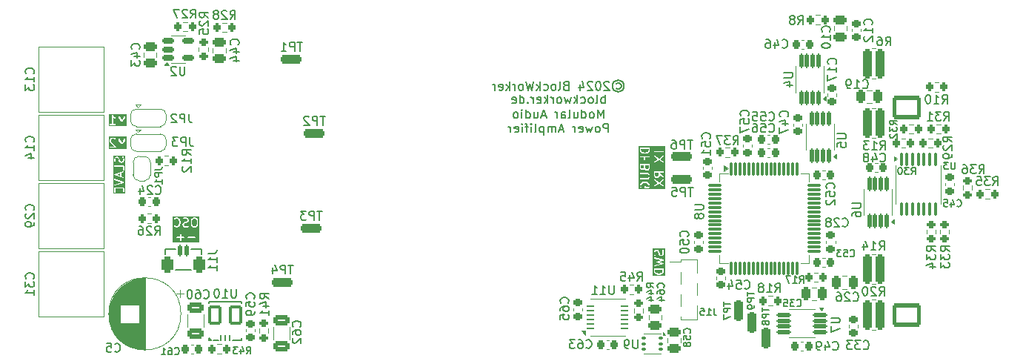
<source format=gbr>
%TF.GenerationSoftware,KiCad,Pcbnew,8.0.4*%
%TF.CreationDate,2024-08-12T18:32:05+02:00*%
%TF.ProjectId,PowerAmplifier,506f7765-7241-46d7-906c-69666965722e,rev?*%
%TF.SameCoordinates,Original*%
%TF.FileFunction,Legend,Bot*%
%TF.FilePolarity,Positive*%
%FSLAX46Y46*%
G04 Gerber Fmt 4.6, Leading zero omitted, Abs format (unit mm)*
G04 Created by KiCad (PCBNEW 8.0.4) date 2024-08-12 18:32:05*
%MOMM*%
%LPD*%
G01*
G04 APERTURE LIST*
G04 Aperture macros list*
%AMRoundRect*
0 Rectangle with rounded corners*
0 $1 Rounding radius*
0 $2 $3 $4 $5 $6 $7 $8 $9 X,Y pos of 4 corners*
0 Add a 4 corners polygon primitive as box body*
4,1,4,$2,$3,$4,$5,$6,$7,$8,$9,$2,$3,0*
0 Add four circle primitives for the rounded corners*
1,1,$1+$1,$2,$3*
1,1,$1+$1,$4,$5*
1,1,$1+$1,$6,$7*
1,1,$1+$1,$8,$9*
0 Add four rect primitives between the rounded corners*
20,1,$1+$1,$2,$3,$4,$5,0*
20,1,$1+$1,$4,$5,$6,$7,0*
20,1,$1+$1,$6,$7,$8,$9,0*
20,1,$1+$1,$8,$9,$2,$3,0*%
%AMFreePoly0*
4,1,25,1.130178,0.530178,1.137500,0.512500,1.137500,0.212500,1.130178,0.194822,1.112500,0.187500,0.922856,0.187500,0.537500,-0.197856,0.537500,-0.430000,0.529317,-0.471138,0.506014,-0.506014,0.471138,-0.529317,0.430000,-0.537500,0.000000,-0.537500,-0.430000,-0.537500,-0.471138,-0.529317,-0.506014,-0.506014,-0.529317,-0.471138,-0.537500,-0.430000,-0.537500,0.430000,-0.529317,0.471138,
-0.506014,0.506014,-0.471138,0.529317,-0.430000,0.537500,1.112500,0.537500,1.130178,0.530178,1.130178,0.530178,$1*%
%AMFreePoly1*
4,1,25,0.471138,0.529317,0.506014,0.506014,0.529317,0.471138,0.537500,0.430000,0.537500,-0.430000,0.529317,-0.471138,0.506014,-0.506014,0.471138,-0.529317,0.430000,-0.537500,0.000000,-0.537500,-0.430000,-0.537500,-0.471138,-0.529317,-0.506014,-0.506014,-0.529317,-0.471138,-0.537500,-0.430000,-0.537500,-0.197856,-0.922856,0.187500,-1.112500,0.187500,-1.130178,0.194822,-1.137500,0.212500,
-1.137500,0.512500,-1.130178,0.530178,-1.112500,0.537500,0.430000,0.537500,0.471138,0.529317,0.471138,0.529317,$1*%
%AMFreePoly2*
4,1,19,0.500000,-0.750000,0.000000,-0.750000,0.000000,-0.744911,-0.071157,-0.744911,-0.207708,-0.704816,-0.327430,-0.627875,-0.420627,-0.520320,-0.479746,-0.390866,-0.500000,-0.250000,-0.500000,0.250000,-0.479746,0.390866,-0.420627,0.520320,-0.327430,0.627875,-0.207708,0.704816,-0.071157,0.744911,0.000000,0.744911,0.000000,0.750000,0.500000,0.750000,0.500000,-0.750000,0.500000,-0.750000,
$1*%
%AMFreePoly3*
4,1,19,0.000000,0.744911,0.071157,0.744911,0.207708,0.704816,0.327430,0.627875,0.420627,0.520320,0.479746,0.390866,0.500000,0.250000,0.500000,-0.250000,0.479746,-0.390866,0.420627,-0.520320,0.327430,-0.627875,0.207708,-0.704816,0.071157,-0.744911,0.000000,-0.744911,0.000000,-0.750000,-0.500000,-0.750000,-0.500000,0.750000,0.000000,0.750000,0.000000,0.744911,0.000000,0.744911,
$1*%
%AMFreePoly4*
4,1,19,0.550000,-0.750000,0.000000,-0.750000,0.000000,-0.744911,-0.071157,-0.744911,-0.207708,-0.704816,-0.327430,-0.627875,-0.420627,-0.520320,-0.479746,-0.390866,-0.500000,-0.250000,-0.500000,0.250000,-0.479746,0.390866,-0.420627,0.520320,-0.327430,0.627875,-0.207708,0.704816,-0.071157,0.744911,0.000000,0.744911,0.000000,0.750000,0.550000,0.750000,0.550000,-0.750000,0.550000,-0.750000,
$1*%
%AMFreePoly5*
4,1,19,0.000000,0.744911,0.071157,0.744911,0.207708,0.704816,0.327430,0.627875,0.420627,0.520320,0.479746,0.390866,0.500000,0.250000,0.500000,-0.250000,0.479746,-0.390866,0.420627,-0.520320,0.327430,-0.627875,0.207708,-0.704816,0.071157,-0.744911,0.000000,-0.744911,0.000000,-0.750000,-0.550000,-0.750000,-0.550000,0.750000,0.000000,0.750000,0.000000,0.744911,0.000000,0.744911,
$1*%
G04 Aperture macros list end*
%ADD10C,0.150000*%
%ADD11C,0.120000*%
%ADD12C,0.200000*%
%ADD13C,0.000000*%
%ADD14C,3.180000*%
%ADD15RoundRect,0.250000X-1.070000X1.400000X-1.070000X-1.400000X1.070000X-1.400000X1.070000X1.400000X0*%
%ADD16O,2.640000X3.300000*%
%ADD17C,1.600000*%
%ADD18R,2.400000X2.400000*%
%ADD19C,2.400000*%
%ADD20R,1.700000X1.700000*%
%ADD21RoundRect,0.250000X1.400000X1.070000X-1.400000X1.070000X-1.400000X-1.070000X1.400000X-1.070000X0*%
%ADD22O,3.300000X2.640000*%
%ADD23C,2.600000*%
%ADD24RoundRect,0.237500X0.987500X0.237500X-0.987500X0.237500X-0.987500X-0.237500X0.987500X-0.237500X0*%
%ADD25RoundRect,0.125000X0.687500X0.125000X-0.687500X0.125000X-0.687500X-0.125000X0.687500X-0.125000X0*%
%ADD26RoundRect,0.250000X0.250000X0.475000X-0.250000X0.475000X-0.250000X-0.475000X0.250000X-0.475000X0*%
%ADD27RoundRect,0.250000X0.250000X1.450000X-0.250000X1.450000X-0.250000X-1.450000X0.250000X-1.450000X0*%
%ADD28RoundRect,0.125000X0.125000X0.525000X-0.125000X0.525000X-0.125000X-0.525000X0.125000X-0.525000X0*%
%ADD29RoundRect,0.350000X0.350000X0.600000X-0.350000X0.600000X-0.350000X-0.600000X0.350000X-0.600000X0*%
%ADD30RoundRect,0.250000X-0.475000X0.250000X-0.475000X-0.250000X0.475000X-0.250000X0.475000X0.250000X0*%
%ADD31RoundRect,0.200000X-0.275000X0.200000X-0.275000X-0.200000X0.275000X-0.200000X0.275000X0.200000X0*%
%ADD32RoundRect,0.250000X0.475000X-0.250000X0.475000X0.250000X-0.475000X0.250000X-0.475000X-0.250000X0*%
%ADD33RoundRect,0.200000X-0.200000X-0.275000X0.200000X-0.275000X0.200000X0.275000X-0.200000X0.275000X0*%
%ADD34RoundRect,0.225000X-0.250000X0.225000X-0.250000X-0.225000X0.250000X-0.225000X0.250000X0.225000X0*%
%ADD35RoundRect,0.225000X-0.225000X-0.250000X0.225000X-0.250000X0.225000X0.250000X-0.225000X0.250000X0*%
%ADD36RoundRect,0.125000X0.125000X-0.687500X0.125000X0.687500X-0.125000X0.687500X-0.125000X-0.687500X0*%
%ADD37RoundRect,0.100000X0.187500X0.100000X-0.187500X0.100000X-0.187500X-0.100000X0.187500X-0.100000X0*%
%ADD38R,1.000000X1.600000*%
%ADD39RoundRect,0.200000X0.200000X0.275000X-0.200000X0.275000X-0.200000X-0.275000X0.200000X-0.275000X0*%
%ADD40RoundRect,0.062500X-0.375000X-0.062500X0.375000X-0.062500X0.375000X0.062500X-0.375000X0.062500X0*%
%ADD41R,2.600000X3.000000*%
%ADD42RoundRect,0.225000X0.250000X-0.225000X0.250000X0.225000X-0.250000X0.225000X-0.250000X-0.225000X0*%
%ADD43RoundRect,0.200000X0.275000X-0.200000X0.275000X0.200000X-0.275000X0.200000X-0.275000X-0.200000X0*%
%ADD44RoundRect,0.250000X-0.250000X-0.475000X0.250000X-0.475000X0.250000X0.475000X-0.250000X0.475000X0*%
%ADD45RoundRect,0.250000X-0.650000X0.325000X-0.650000X-0.325000X0.650000X-0.325000X0.650000X0.325000X0*%
%ADD46RoundRect,0.237500X-0.237500X0.987500X-0.237500X-0.987500X0.237500X-0.987500X0.237500X0.987500X0*%
%ADD47R,1.800000X0.650000*%
%ADD48RoundRect,0.250000X0.650000X-0.325000X0.650000X0.325000X-0.650000X0.325000X-0.650000X-0.325000X0*%
%ADD49RoundRect,0.225000X0.225000X0.250000X-0.225000X0.250000X-0.225000X-0.250000X0.225000X-0.250000X0*%
%ADD50RoundRect,0.075000X-0.075000X0.700000X-0.075000X-0.700000X0.075000X-0.700000X0.075000X0.700000X0*%
%ADD51RoundRect,0.075000X-0.700000X0.075000X-0.700000X-0.075000X0.700000X-0.075000X0.700000X0.075000X0*%
%ADD52FreePoly0,0.000000*%
%ADD53RoundRect,0.150000X-0.600000X-0.950000X0.600000X-0.950000X0.600000X0.950000X-0.600000X0.950000X0*%
%ADD54FreePoly1,0.000000*%
%ADD55RoundRect,0.055000X-0.055000X-0.295000X0.055000X-0.295000X0.055000X0.295000X-0.055000X0.295000X0*%
%ADD56R,1.600000X1.600000*%
%ADD57RoundRect,0.150000X-0.512500X-0.150000X0.512500X-0.150000X0.512500X0.150000X-0.512500X0.150000X0*%
%ADD58RoundRect,0.100000X-0.100000X0.637500X-0.100000X-0.637500X0.100000X-0.637500X0.100000X0.637500X0*%
%ADD59FreePoly2,90.000000*%
%ADD60FreePoly3,90.000000*%
%ADD61FreePoly4,0.000000*%
%ADD62R,1.000000X1.500000*%
%ADD63FreePoly5,0.000000*%
G04 APERTURE END LIST*
D10*
G36*
X102795634Y-93640930D02*
G01*
X100758187Y-93640930D01*
X100758187Y-93440187D01*
X100869298Y-93440187D01*
X100869298Y-93469451D01*
X100880497Y-93496487D01*
X100901189Y-93517179D01*
X100928225Y-93528378D01*
X100942857Y-93529819D01*
X101514285Y-93529819D01*
X101528917Y-93528378D01*
X101555953Y-93517179D01*
X101576645Y-93496487D01*
X101587844Y-93469451D01*
X101587844Y-93440187D01*
X101576645Y-93413151D01*
X101555953Y-93392459D01*
X101528917Y-93381260D01*
X101514285Y-93379819D01*
X101303571Y-93379819D01*
X101303571Y-92683504D01*
X101366014Y-92745947D01*
X101371764Y-92750667D01*
X101373063Y-92752164D01*
X101375317Y-92753583D01*
X101377379Y-92755275D01*
X101379211Y-92756033D01*
X101385506Y-92759996D01*
X101480744Y-92807615D01*
X101494475Y-92812870D01*
X101523665Y-92814944D01*
X101551427Y-92805690D01*
X101573534Y-92786517D01*
X101586622Y-92760342D01*
X101588696Y-92731152D01*
X101579442Y-92703391D01*
X101560269Y-92681283D01*
X101547826Y-92673451D01*
X101463474Y-92631275D01*
X101382093Y-92549894D01*
X101318710Y-92454819D01*
X101867857Y-92454819D01*
X101867857Y-93454819D01*
X101869298Y-93469451D01*
X101880497Y-93496487D01*
X101901189Y-93517179D01*
X101928225Y-93528378D01*
X101957489Y-93528378D01*
X101984525Y-93517179D01*
X102005217Y-93496487D01*
X102016416Y-93469451D01*
X102017857Y-93454819D01*
X102017857Y-92792886D01*
X102208226Y-93200821D01*
X102211400Y-93206180D01*
X102212060Y-93207993D01*
X102213234Y-93209275D01*
X102215720Y-93213471D01*
X102224129Y-93221171D01*
X102231824Y-93229574D01*
X102234842Y-93230982D01*
X102237301Y-93233234D01*
X102248013Y-93237129D01*
X102258342Y-93241950D01*
X102261670Y-93242096D01*
X102264802Y-93243235D01*
X102276196Y-93242734D01*
X102287578Y-93243234D01*
X102290706Y-93242096D01*
X102294038Y-93241950D01*
X102304373Y-93237126D01*
X102315079Y-93233234D01*
X102317534Y-93230984D01*
X102320556Y-93229575D01*
X102328257Y-93221164D01*
X102336660Y-93213470D01*
X102339143Y-93209277D01*
X102340320Y-93207993D01*
X102340980Y-93206177D01*
X102344154Y-93200820D01*
X102534523Y-92792886D01*
X102534523Y-93454819D01*
X102535964Y-93469451D01*
X102547163Y-93496487D01*
X102567855Y-93517179D01*
X102594891Y-93528378D01*
X102624155Y-93528378D01*
X102651191Y-93517179D01*
X102671883Y-93496487D01*
X102683082Y-93469451D01*
X102684523Y-93454819D01*
X102684523Y-92454819D01*
X102683575Y-92445197D01*
X102683653Y-92443431D01*
X102683308Y-92442482D01*
X102683082Y-92440187D01*
X102678100Y-92428160D01*
X102673653Y-92415930D01*
X102672523Y-92414696D01*
X102671883Y-92413151D01*
X102662683Y-92403951D01*
X102653889Y-92394348D01*
X102652372Y-92393640D01*
X102651191Y-92392459D01*
X102639178Y-92387482D01*
X102627371Y-92381973D01*
X102625698Y-92381899D01*
X102624155Y-92381260D01*
X102611149Y-92381260D01*
X102598135Y-92380688D01*
X102596562Y-92381260D01*
X102594891Y-92381260D01*
X102582872Y-92386238D01*
X102570634Y-92390689D01*
X102569400Y-92391819D01*
X102567855Y-92392459D01*
X102558656Y-92401657D01*
X102549053Y-92410452D01*
X102547877Y-92412436D01*
X102547163Y-92413151D01*
X102546486Y-92414784D01*
X102541559Y-92423102D01*
X102276189Y-92991750D01*
X102010821Y-92423103D01*
X102005895Y-92414787D01*
X102005217Y-92413151D01*
X102004501Y-92412435D01*
X102003327Y-92410453D01*
X101993730Y-92401664D01*
X101984525Y-92392459D01*
X101982979Y-92391818D01*
X101981746Y-92390689D01*
X101969515Y-92386241D01*
X101957489Y-92381260D01*
X101955815Y-92381260D01*
X101954245Y-92380689D01*
X101941244Y-92381260D01*
X101928225Y-92381260D01*
X101926680Y-92381899D01*
X101925009Y-92381973D01*
X101913210Y-92387479D01*
X101901189Y-92392459D01*
X101900006Y-92393641D01*
X101898491Y-92394349D01*
X101889702Y-92403945D01*
X101880497Y-92413151D01*
X101879856Y-92414696D01*
X101878727Y-92415930D01*
X101874279Y-92428160D01*
X101869298Y-92440187D01*
X101869071Y-92442482D01*
X101868727Y-92443431D01*
X101868804Y-92445197D01*
X101867857Y-92454819D01*
X101318710Y-92454819D01*
X101290975Y-92413216D01*
X101290940Y-92413173D01*
X101290931Y-92413151D01*
X101290879Y-92413099D01*
X101281659Y-92401841D01*
X101275489Y-92397709D01*
X101270239Y-92392459D01*
X101263449Y-92389646D01*
X101257344Y-92385558D01*
X101250063Y-92384101D01*
X101243203Y-92381260D01*
X101235855Y-92381260D01*
X101228650Y-92379819D01*
X101221366Y-92381260D01*
X101213939Y-92381260D01*
X101207150Y-92384072D01*
X101199942Y-92385498D01*
X101193763Y-92389617D01*
X101186903Y-92392459D01*
X101181707Y-92397654D01*
X101175593Y-92401731D01*
X101171461Y-92407900D01*
X101166211Y-92413151D01*
X101163398Y-92419940D01*
X101159310Y-92426046D01*
X101157853Y-92433326D01*
X101155012Y-92440187D01*
X101153586Y-92454663D01*
X101153571Y-92454740D01*
X101153576Y-92454766D01*
X101153571Y-92454819D01*
X101153571Y-93379819D01*
X100942857Y-93379819D01*
X100928225Y-93381260D01*
X100901189Y-93392459D01*
X100880497Y-93413151D01*
X100869298Y-93440187D01*
X100758187Y-93440187D01*
X100758187Y-92268708D01*
X102795634Y-92268708D01*
X102795634Y-93640930D01*
G37*
G36*
X102094104Y-99334038D02*
G01*
X101691989Y-99200000D01*
X102094104Y-99065961D01*
X102094104Y-99334038D01*
G37*
G36*
X102640930Y-101384670D02*
G01*
X101268708Y-101384670D01*
X101268708Y-100723810D01*
X101379819Y-100723810D01*
X101379819Y-101200000D01*
X101381260Y-101214632D01*
X101392459Y-101241668D01*
X101413151Y-101262360D01*
X101440187Y-101273559D01*
X101469451Y-101273559D01*
X101496487Y-101262360D01*
X101517179Y-101241668D01*
X101528378Y-101214632D01*
X101529819Y-101200000D01*
X101529819Y-100798810D01*
X101856009Y-100798810D01*
X101856009Y-101057143D01*
X101857450Y-101071775D01*
X101868649Y-101098811D01*
X101889341Y-101119503D01*
X101916377Y-101130702D01*
X101945641Y-101130702D01*
X101972677Y-101119503D01*
X101993369Y-101098811D01*
X102004568Y-101071775D01*
X102006009Y-101057143D01*
X102006009Y-100798810D01*
X102379819Y-100798810D01*
X102379819Y-101200000D01*
X102381260Y-101214632D01*
X102392459Y-101241668D01*
X102413151Y-101262360D01*
X102440187Y-101273559D01*
X102469451Y-101273559D01*
X102496487Y-101262360D01*
X102517179Y-101241668D01*
X102528378Y-101214632D01*
X102529819Y-101200000D01*
X102529819Y-100723810D01*
X102528378Y-100709178D01*
X102517179Y-100682142D01*
X102496487Y-100661450D01*
X102469451Y-100650251D01*
X102454819Y-100648810D01*
X101454819Y-100648810D01*
X101440187Y-100650251D01*
X101413151Y-100661450D01*
X101392459Y-100682142D01*
X101381260Y-100709178D01*
X101379819Y-100723810D01*
X101268708Y-100723810D01*
X101268708Y-99714430D01*
X101380408Y-99714430D01*
X101382483Y-99743620D01*
X101395569Y-99769793D01*
X101417676Y-99788967D01*
X101431102Y-99794961D01*
X102217648Y-100057143D01*
X101431102Y-100319325D01*
X101417676Y-100325319D01*
X101395569Y-100344493D01*
X101382483Y-100370666D01*
X101380408Y-100399856D01*
X101389662Y-100427619D01*
X101408836Y-100449726D01*
X101435009Y-100462812D01*
X101464199Y-100464887D01*
X101478536Y-100461627D01*
X102478536Y-100128294D01*
X102491961Y-100122300D01*
X102496008Y-100118789D01*
X102500802Y-100116393D01*
X102506966Y-100109285D01*
X102514068Y-100103126D01*
X102516463Y-100098334D01*
X102519976Y-100094285D01*
X102522950Y-100085362D01*
X102527155Y-100076953D01*
X102527534Y-100071608D01*
X102529230Y-100066523D01*
X102528563Y-100057143D01*
X102529230Y-100047763D01*
X102527534Y-100042677D01*
X102527155Y-100037333D01*
X102522950Y-100028923D01*
X102519976Y-100020001D01*
X102516463Y-100015951D01*
X102514068Y-100011160D01*
X102506966Y-100005000D01*
X102500802Y-99997893D01*
X102496008Y-99995496D01*
X102491961Y-99991986D01*
X102478536Y-99985992D01*
X101478536Y-99652659D01*
X101464199Y-99649399D01*
X101435009Y-99651474D01*
X101408836Y-99664560D01*
X101389662Y-99686667D01*
X101380408Y-99714430D01*
X101268708Y-99714430D01*
X101268708Y-99190620D01*
X101380408Y-99190620D01*
X101381074Y-99200000D01*
X101380408Y-99209380D01*
X101382103Y-99214465D01*
X101382483Y-99219810D01*
X101386687Y-99228219D01*
X101389662Y-99237143D01*
X101393173Y-99241191D01*
X101395569Y-99245983D01*
X101402673Y-99252145D01*
X101408836Y-99259250D01*
X101413627Y-99261645D01*
X101417676Y-99265157D01*
X101431102Y-99271151D01*
X102431102Y-99604484D01*
X102445438Y-99607744D01*
X102474628Y-99605669D01*
X102500802Y-99592583D01*
X102519976Y-99570475D01*
X102529230Y-99542713D01*
X102527155Y-99513523D01*
X102514068Y-99487350D01*
X102491961Y-99468176D01*
X102478536Y-99462182D01*
X102244104Y-99384038D01*
X102244104Y-99015961D01*
X102478536Y-98937818D01*
X102491961Y-98931824D01*
X102514068Y-98912650D01*
X102527155Y-98886477D01*
X102529230Y-98857287D01*
X102519976Y-98829525D01*
X102500802Y-98807417D01*
X102474628Y-98794331D01*
X102445438Y-98792256D01*
X102431102Y-98795516D01*
X101431102Y-99128849D01*
X101417676Y-99134843D01*
X101413627Y-99138354D01*
X101408836Y-99140750D01*
X101402673Y-99147854D01*
X101395569Y-99154017D01*
X101393173Y-99158808D01*
X101389662Y-99162857D01*
X101386687Y-99171780D01*
X101382483Y-99180190D01*
X101382103Y-99185534D01*
X101380408Y-99190620D01*
X101268708Y-99190620D01*
X101268708Y-98185368D01*
X101381260Y-98185368D01*
X101381260Y-98214632D01*
X101392459Y-98241668D01*
X101413151Y-98262360D01*
X101440187Y-98273559D01*
X101454819Y-98275000D01*
X102379819Y-98275000D01*
X102379819Y-98676190D01*
X102381260Y-98690822D01*
X102392459Y-98717858D01*
X102413151Y-98738550D01*
X102440187Y-98749749D01*
X102469451Y-98749749D01*
X102496487Y-98738550D01*
X102517179Y-98717858D01*
X102528378Y-98690822D01*
X102529819Y-98676190D01*
X102529819Y-98200000D01*
X102528378Y-98185368D01*
X102517179Y-98158332D01*
X102496487Y-98137640D01*
X102469451Y-98126441D01*
X102454819Y-98125000D01*
X101454819Y-98125000D01*
X101440187Y-98126441D01*
X101413151Y-98137640D01*
X101392459Y-98158332D01*
X101381260Y-98185368D01*
X101268708Y-98185368D01*
X101268708Y-97390476D01*
X101379819Y-97390476D01*
X101379819Y-97628571D01*
X101380548Y-97635976D01*
X101380408Y-97637951D01*
X101380998Y-97640548D01*
X101381260Y-97643203D01*
X101382018Y-97645034D01*
X101383668Y-97652288D01*
X101431287Y-97795145D01*
X101437281Y-97808570D01*
X101456455Y-97830677D01*
X101482628Y-97843764D01*
X101511818Y-97845839D01*
X101539580Y-97836585D01*
X101561688Y-97817411D01*
X101574774Y-97791237D01*
X101576849Y-97762047D01*
X101573589Y-97747710D01*
X101529819Y-97616400D01*
X101529819Y-97408181D01*
X101564077Y-97339665D01*
X101594484Y-97309258D01*
X101663000Y-97275000D01*
X101722828Y-97275000D01*
X101791344Y-97309258D01*
X101821751Y-97339665D01*
X101860244Y-97416652D01*
X101905867Y-97599142D01*
X101906252Y-97600221D01*
X101906291Y-97600761D01*
X101908618Y-97606842D01*
X101910814Y-97612988D01*
X101911136Y-97613423D01*
X101911546Y-97614493D01*
X101959165Y-97709731D01*
X101963129Y-97716030D01*
X101963887Y-97717858D01*
X101965575Y-97719914D01*
X101966997Y-97722174D01*
X101968495Y-97723473D01*
X101973214Y-97729223D01*
X102020833Y-97776842D01*
X102026582Y-97781560D01*
X102027882Y-97783059D01*
X102030141Y-97784480D01*
X102032198Y-97786169D01*
X102034025Y-97786926D01*
X102040325Y-97790891D01*
X102135563Y-97838510D01*
X102149294Y-97843765D01*
X102151983Y-97843956D01*
X102154472Y-97844987D01*
X102169104Y-97846428D01*
X102264342Y-97846428D01*
X102278974Y-97844987D01*
X102281463Y-97843955D01*
X102284151Y-97843765D01*
X102297883Y-97838510D01*
X102393121Y-97790891D01*
X102399417Y-97786927D01*
X102401247Y-97786170D01*
X102403305Y-97784480D01*
X102405564Y-97783059D01*
X102406863Y-97781560D01*
X102412612Y-97776843D01*
X102460232Y-97729224D01*
X102464950Y-97723474D01*
X102466450Y-97722174D01*
X102467872Y-97719914D01*
X102469560Y-97717858D01*
X102470317Y-97716030D01*
X102474282Y-97709731D01*
X102521901Y-97614493D01*
X102527156Y-97600762D01*
X102527347Y-97598072D01*
X102528378Y-97595584D01*
X102529819Y-97580952D01*
X102529819Y-97342857D01*
X102529089Y-97335450D01*
X102529230Y-97333476D01*
X102528639Y-97330878D01*
X102528378Y-97328225D01*
X102527619Y-97326394D01*
X102525970Y-97319139D01*
X102478351Y-97176283D01*
X102472357Y-97162857D01*
X102453183Y-97140750D01*
X102427010Y-97127664D01*
X102397820Y-97125589D01*
X102370057Y-97134843D01*
X102347950Y-97154017D01*
X102334864Y-97180190D01*
X102332789Y-97209380D01*
X102336049Y-97223717D01*
X102379819Y-97355027D01*
X102379819Y-97563247D01*
X102345561Y-97631762D01*
X102315153Y-97662169D01*
X102246637Y-97696428D01*
X102186809Y-97696428D01*
X102118293Y-97662170D01*
X102087886Y-97631763D01*
X102049392Y-97554776D01*
X102003770Y-97372286D01*
X102003384Y-97371206D01*
X102003346Y-97370666D01*
X102001015Y-97364576D01*
X101998823Y-97358440D01*
X101998500Y-97358004D01*
X101998091Y-97356935D01*
X101950472Y-97261697D01*
X101946507Y-97255397D01*
X101945750Y-97253570D01*
X101944061Y-97251513D01*
X101942640Y-97249254D01*
X101941141Y-97247954D01*
X101936423Y-97242205D01*
X101888804Y-97194586D01*
X101883054Y-97189867D01*
X101881755Y-97188369D01*
X101879495Y-97186947D01*
X101877439Y-97185259D01*
X101875611Y-97184501D01*
X101869312Y-97180537D01*
X101774074Y-97132918D01*
X101760342Y-97127663D01*
X101757654Y-97127472D01*
X101755165Y-97126441D01*
X101740533Y-97125000D01*
X101645295Y-97125000D01*
X101630663Y-97126441D01*
X101628174Y-97127471D01*
X101625485Y-97127663D01*
X101611754Y-97132918D01*
X101516516Y-97180537D01*
X101510216Y-97184501D01*
X101508389Y-97185259D01*
X101506332Y-97186947D01*
X101504073Y-97188369D01*
X101502773Y-97189867D01*
X101497024Y-97194586D01*
X101449405Y-97242205D01*
X101444686Y-97247954D01*
X101443188Y-97249254D01*
X101441766Y-97251513D01*
X101440078Y-97253570D01*
X101439320Y-97255397D01*
X101435356Y-97261697D01*
X101387737Y-97356935D01*
X101382482Y-97370667D01*
X101382291Y-97373354D01*
X101381260Y-97375844D01*
X101379819Y-97390476D01*
X101268708Y-97390476D01*
X101268708Y-97013889D01*
X102640930Y-97013889D01*
X102640930Y-101384670D01*
G37*
X157319047Y-92749847D02*
X157319047Y-91749847D01*
X157319047Y-91749847D02*
X156985714Y-92464132D01*
X156985714Y-92464132D02*
X156652381Y-91749847D01*
X156652381Y-91749847D02*
X156652381Y-92749847D01*
X156033333Y-92749847D02*
X156128571Y-92702228D01*
X156128571Y-92702228D02*
X156176190Y-92654608D01*
X156176190Y-92654608D02*
X156223809Y-92559370D01*
X156223809Y-92559370D02*
X156223809Y-92273656D01*
X156223809Y-92273656D02*
X156176190Y-92178418D01*
X156176190Y-92178418D02*
X156128571Y-92130799D01*
X156128571Y-92130799D02*
X156033333Y-92083180D01*
X156033333Y-92083180D02*
X155890476Y-92083180D01*
X155890476Y-92083180D02*
X155795238Y-92130799D01*
X155795238Y-92130799D02*
X155747619Y-92178418D01*
X155747619Y-92178418D02*
X155700000Y-92273656D01*
X155700000Y-92273656D02*
X155700000Y-92559370D01*
X155700000Y-92559370D02*
X155747619Y-92654608D01*
X155747619Y-92654608D02*
X155795238Y-92702228D01*
X155795238Y-92702228D02*
X155890476Y-92749847D01*
X155890476Y-92749847D02*
X156033333Y-92749847D01*
X154842857Y-92749847D02*
X154842857Y-91749847D01*
X154842857Y-92702228D02*
X154938095Y-92749847D01*
X154938095Y-92749847D02*
X155128571Y-92749847D01*
X155128571Y-92749847D02*
X155223809Y-92702228D01*
X155223809Y-92702228D02*
X155271428Y-92654608D01*
X155271428Y-92654608D02*
X155319047Y-92559370D01*
X155319047Y-92559370D02*
X155319047Y-92273656D01*
X155319047Y-92273656D02*
X155271428Y-92178418D01*
X155271428Y-92178418D02*
X155223809Y-92130799D01*
X155223809Y-92130799D02*
X155128571Y-92083180D01*
X155128571Y-92083180D02*
X154938095Y-92083180D01*
X154938095Y-92083180D02*
X154842857Y-92130799D01*
X153938095Y-92083180D02*
X153938095Y-92749847D01*
X154366666Y-92083180D02*
X154366666Y-92606989D01*
X154366666Y-92606989D02*
X154319047Y-92702228D01*
X154319047Y-92702228D02*
X154223809Y-92749847D01*
X154223809Y-92749847D02*
X154080952Y-92749847D01*
X154080952Y-92749847D02*
X153985714Y-92702228D01*
X153985714Y-92702228D02*
X153938095Y-92654608D01*
X153319047Y-92749847D02*
X153414285Y-92702228D01*
X153414285Y-92702228D02*
X153461904Y-92606989D01*
X153461904Y-92606989D02*
X153461904Y-91749847D01*
X152509523Y-92749847D02*
X152509523Y-92226037D01*
X152509523Y-92226037D02*
X152557142Y-92130799D01*
X152557142Y-92130799D02*
X152652380Y-92083180D01*
X152652380Y-92083180D02*
X152842856Y-92083180D01*
X152842856Y-92083180D02*
X152938094Y-92130799D01*
X152509523Y-92702228D02*
X152604761Y-92749847D01*
X152604761Y-92749847D02*
X152842856Y-92749847D01*
X152842856Y-92749847D02*
X152938094Y-92702228D01*
X152938094Y-92702228D02*
X152985713Y-92606989D01*
X152985713Y-92606989D02*
X152985713Y-92511751D01*
X152985713Y-92511751D02*
X152938094Y-92416513D01*
X152938094Y-92416513D02*
X152842856Y-92368894D01*
X152842856Y-92368894D02*
X152604761Y-92368894D01*
X152604761Y-92368894D02*
X152509523Y-92321275D01*
X152033332Y-92749847D02*
X152033332Y-92083180D01*
X152033332Y-92273656D02*
X151985713Y-92178418D01*
X151985713Y-92178418D02*
X151938094Y-92130799D01*
X151938094Y-92130799D02*
X151842856Y-92083180D01*
X151842856Y-92083180D02*
X151747618Y-92083180D01*
X150699998Y-92464132D02*
X150223808Y-92464132D01*
X150795236Y-92749847D02*
X150461903Y-91749847D01*
X150461903Y-91749847D02*
X150128570Y-92749847D01*
X149366665Y-92083180D02*
X149366665Y-92749847D01*
X149795236Y-92083180D02*
X149795236Y-92606989D01*
X149795236Y-92606989D02*
X149747617Y-92702228D01*
X149747617Y-92702228D02*
X149652379Y-92749847D01*
X149652379Y-92749847D02*
X149509522Y-92749847D01*
X149509522Y-92749847D02*
X149414284Y-92702228D01*
X149414284Y-92702228D02*
X149366665Y-92654608D01*
X148461903Y-92749847D02*
X148461903Y-91749847D01*
X148461903Y-92702228D02*
X148557141Y-92749847D01*
X148557141Y-92749847D02*
X148747617Y-92749847D01*
X148747617Y-92749847D02*
X148842855Y-92702228D01*
X148842855Y-92702228D02*
X148890474Y-92654608D01*
X148890474Y-92654608D02*
X148938093Y-92559370D01*
X148938093Y-92559370D02*
X148938093Y-92273656D01*
X148938093Y-92273656D02*
X148890474Y-92178418D01*
X148890474Y-92178418D02*
X148842855Y-92130799D01*
X148842855Y-92130799D02*
X148747617Y-92083180D01*
X148747617Y-92083180D02*
X148557141Y-92083180D01*
X148557141Y-92083180D02*
X148461903Y-92130799D01*
X147985712Y-92749847D02*
X147985712Y-92083180D01*
X147985712Y-91749847D02*
X148033331Y-91797466D01*
X148033331Y-91797466D02*
X147985712Y-91845085D01*
X147985712Y-91845085D02*
X147938093Y-91797466D01*
X147938093Y-91797466D02*
X147985712Y-91749847D01*
X147985712Y-91749847D02*
X147985712Y-91845085D01*
X147366665Y-92749847D02*
X147461903Y-92702228D01*
X147461903Y-92702228D02*
X147509522Y-92654608D01*
X147509522Y-92654608D02*
X147557141Y-92559370D01*
X147557141Y-92559370D02*
X147557141Y-92273656D01*
X147557141Y-92273656D02*
X147509522Y-92178418D01*
X147509522Y-92178418D02*
X147461903Y-92130799D01*
X147461903Y-92130799D02*
X147366665Y-92083180D01*
X147366665Y-92083180D02*
X147223808Y-92083180D01*
X147223808Y-92083180D02*
X147128570Y-92130799D01*
X147128570Y-92130799D02*
X147080951Y-92178418D01*
X147080951Y-92178418D02*
X147033332Y-92273656D01*
X147033332Y-92273656D02*
X147033332Y-92559370D01*
X147033332Y-92559370D02*
X147080951Y-92654608D01*
X147080951Y-92654608D02*
X147128570Y-92702228D01*
X147128570Y-92702228D02*
X147223808Y-92749847D01*
X147223808Y-92749847D02*
X147366665Y-92749847D01*
X157866666Y-94359791D02*
X157866666Y-93359791D01*
X157866666Y-93359791D02*
X157485714Y-93359791D01*
X157485714Y-93359791D02*
X157390476Y-93407410D01*
X157390476Y-93407410D02*
X157342857Y-93455029D01*
X157342857Y-93455029D02*
X157295238Y-93550267D01*
X157295238Y-93550267D02*
X157295238Y-93693124D01*
X157295238Y-93693124D02*
X157342857Y-93788362D01*
X157342857Y-93788362D02*
X157390476Y-93835981D01*
X157390476Y-93835981D02*
X157485714Y-93883600D01*
X157485714Y-93883600D02*
X157866666Y-93883600D01*
X156723809Y-94359791D02*
X156819047Y-94312172D01*
X156819047Y-94312172D02*
X156866666Y-94264552D01*
X156866666Y-94264552D02*
X156914285Y-94169314D01*
X156914285Y-94169314D02*
X156914285Y-93883600D01*
X156914285Y-93883600D02*
X156866666Y-93788362D01*
X156866666Y-93788362D02*
X156819047Y-93740743D01*
X156819047Y-93740743D02*
X156723809Y-93693124D01*
X156723809Y-93693124D02*
X156580952Y-93693124D01*
X156580952Y-93693124D02*
X156485714Y-93740743D01*
X156485714Y-93740743D02*
X156438095Y-93788362D01*
X156438095Y-93788362D02*
X156390476Y-93883600D01*
X156390476Y-93883600D02*
X156390476Y-94169314D01*
X156390476Y-94169314D02*
X156438095Y-94264552D01*
X156438095Y-94264552D02*
X156485714Y-94312172D01*
X156485714Y-94312172D02*
X156580952Y-94359791D01*
X156580952Y-94359791D02*
X156723809Y-94359791D01*
X156057142Y-93693124D02*
X155866666Y-94359791D01*
X155866666Y-94359791D02*
X155676190Y-93883600D01*
X155676190Y-93883600D02*
X155485714Y-94359791D01*
X155485714Y-94359791D02*
X155295238Y-93693124D01*
X154533333Y-94312172D02*
X154628571Y-94359791D01*
X154628571Y-94359791D02*
X154819047Y-94359791D01*
X154819047Y-94359791D02*
X154914285Y-94312172D01*
X154914285Y-94312172D02*
X154961904Y-94216933D01*
X154961904Y-94216933D02*
X154961904Y-93835981D01*
X154961904Y-93835981D02*
X154914285Y-93740743D01*
X154914285Y-93740743D02*
X154819047Y-93693124D01*
X154819047Y-93693124D02*
X154628571Y-93693124D01*
X154628571Y-93693124D02*
X154533333Y-93740743D01*
X154533333Y-93740743D02*
X154485714Y-93835981D01*
X154485714Y-93835981D02*
X154485714Y-93931219D01*
X154485714Y-93931219D02*
X154961904Y-94026457D01*
X154057142Y-94359791D02*
X154057142Y-93693124D01*
X154057142Y-93883600D02*
X154009523Y-93788362D01*
X154009523Y-93788362D02*
X153961904Y-93740743D01*
X153961904Y-93740743D02*
X153866666Y-93693124D01*
X153866666Y-93693124D02*
X153771428Y-93693124D01*
X152723808Y-94074076D02*
X152247618Y-94074076D01*
X152819046Y-94359791D02*
X152485713Y-93359791D01*
X152485713Y-93359791D02*
X152152380Y-94359791D01*
X151819046Y-94359791D02*
X151819046Y-93693124D01*
X151819046Y-93788362D02*
X151771427Y-93740743D01*
X151771427Y-93740743D02*
X151676189Y-93693124D01*
X151676189Y-93693124D02*
X151533332Y-93693124D01*
X151533332Y-93693124D02*
X151438094Y-93740743D01*
X151438094Y-93740743D02*
X151390475Y-93835981D01*
X151390475Y-93835981D02*
X151390475Y-94359791D01*
X151390475Y-93835981D02*
X151342856Y-93740743D01*
X151342856Y-93740743D02*
X151247618Y-93693124D01*
X151247618Y-93693124D02*
X151104761Y-93693124D01*
X151104761Y-93693124D02*
X151009522Y-93740743D01*
X151009522Y-93740743D02*
X150961903Y-93835981D01*
X150961903Y-93835981D02*
X150961903Y-94359791D01*
X150485713Y-93693124D02*
X150485713Y-94693124D01*
X150485713Y-93740743D02*
X150390475Y-93693124D01*
X150390475Y-93693124D02*
X150199999Y-93693124D01*
X150199999Y-93693124D02*
X150104761Y-93740743D01*
X150104761Y-93740743D02*
X150057142Y-93788362D01*
X150057142Y-93788362D02*
X150009523Y-93883600D01*
X150009523Y-93883600D02*
X150009523Y-94169314D01*
X150009523Y-94169314D02*
X150057142Y-94264552D01*
X150057142Y-94264552D02*
X150104761Y-94312172D01*
X150104761Y-94312172D02*
X150199999Y-94359791D01*
X150199999Y-94359791D02*
X150390475Y-94359791D01*
X150390475Y-94359791D02*
X150485713Y-94312172D01*
X149438094Y-94359791D02*
X149533332Y-94312172D01*
X149533332Y-94312172D02*
X149580951Y-94216933D01*
X149580951Y-94216933D02*
X149580951Y-93359791D01*
X149057141Y-94359791D02*
X149057141Y-93693124D01*
X149057141Y-93359791D02*
X149104760Y-93407410D01*
X149104760Y-93407410D02*
X149057141Y-93455029D01*
X149057141Y-93455029D02*
X149009522Y-93407410D01*
X149009522Y-93407410D02*
X149057141Y-93359791D01*
X149057141Y-93359791D02*
X149057141Y-93455029D01*
X148723808Y-93693124D02*
X148342856Y-93693124D01*
X148580951Y-94359791D02*
X148580951Y-93502648D01*
X148580951Y-93502648D02*
X148533332Y-93407410D01*
X148533332Y-93407410D02*
X148438094Y-93359791D01*
X148438094Y-93359791D02*
X148342856Y-93359791D01*
X148009522Y-94359791D02*
X148009522Y-93693124D01*
X148009522Y-93359791D02*
X148057141Y-93407410D01*
X148057141Y-93407410D02*
X148009522Y-93455029D01*
X148009522Y-93455029D02*
X147961903Y-93407410D01*
X147961903Y-93407410D02*
X148009522Y-93359791D01*
X148009522Y-93359791D02*
X148009522Y-93455029D01*
X147152380Y-94312172D02*
X147247618Y-94359791D01*
X147247618Y-94359791D02*
X147438094Y-94359791D01*
X147438094Y-94359791D02*
X147533332Y-94312172D01*
X147533332Y-94312172D02*
X147580951Y-94216933D01*
X147580951Y-94216933D02*
X147580951Y-93835981D01*
X147580951Y-93835981D02*
X147533332Y-93740743D01*
X147533332Y-93740743D02*
X147438094Y-93693124D01*
X147438094Y-93693124D02*
X147247618Y-93693124D01*
X147247618Y-93693124D02*
X147152380Y-93740743D01*
X147152380Y-93740743D02*
X147104761Y-93835981D01*
X147104761Y-93835981D02*
X147104761Y-93931219D01*
X147104761Y-93931219D02*
X147580951Y-94026457D01*
X146676189Y-94359791D02*
X146676189Y-93693124D01*
X146676189Y-93883600D02*
X146628570Y-93788362D01*
X146628570Y-93788362D02*
X146580951Y-93740743D01*
X146580951Y-93740743D02*
X146485713Y-93693124D01*
X146485713Y-93693124D02*
X146390475Y-93693124D01*
G36*
X110722239Y-104259105D02*
G01*
X110794181Y-104331047D01*
X110834523Y-104492414D01*
X110834523Y-104807279D01*
X110794181Y-104968645D01*
X110722238Y-105040589D01*
X110653723Y-105074847D01*
X110498657Y-105074847D01*
X110430141Y-105040589D01*
X110358198Y-104968645D01*
X110317857Y-104807279D01*
X110317857Y-104492414D01*
X110358198Y-104331047D01*
X110430141Y-104259105D01*
X110498657Y-104224847D01*
X110653723Y-104224847D01*
X110722239Y-104259105D01*
G37*
G36*
X111095634Y-106944461D02*
G01*
X108105806Y-106944461D01*
X108105806Y-106364206D01*
X108526441Y-106364206D01*
X108526441Y-106393470D01*
X108537640Y-106420506D01*
X108558332Y-106441198D01*
X108585368Y-106452397D01*
X108600000Y-106453838D01*
X108905952Y-106453838D01*
X108905952Y-106759791D01*
X108907393Y-106774423D01*
X108918592Y-106801459D01*
X108939284Y-106822151D01*
X108966320Y-106833350D01*
X108995584Y-106833350D01*
X109022620Y-106822151D01*
X109043312Y-106801459D01*
X109054511Y-106774423D01*
X109055952Y-106759791D01*
X109055952Y-106453838D01*
X109361904Y-106453838D01*
X109376536Y-106452397D01*
X109403572Y-106441198D01*
X109424264Y-106420506D01*
X109435463Y-106393470D01*
X109435463Y-106364206D01*
X109764536Y-106364206D01*
X109764536Y-106393470D01*
X109775735Y-106420506D01*
X109796427Y-106441198D01*
X109823463Y-106452397D01*
X109838095Y-106453838D01*
X110599999Y-106453838D01*
X110614631Y-106452397D01*
X110641667Y-106441198D01*
X110662359Y-106420506D01*
X110673558Y-106393470D01*
X110673558Y-106364206D01*
X110662359Y-106337170D01*
X110641667Y-106316478D01*
X110614631Y-106305279D01*
X110599999Y-106303838D01*
X109838095Y-106303838D01*
X109823463Y-106305279D01*
X109796427Y-106316478D01*
X109775735Y-106337170D01*
X109764536Y-106364206D01*
X109435463Y-106364206D01*
X109424264Y-106337170D01*
X109403572Y-106316478D01*
X109376536Y-106305279D01*
X109361904Y-106303838D01*
X109055952Y-106303838D01*
X109055952Y-105997886D01*
X109054511Y-105983254D01*
X109043312Y-105956218D01*
X109022620Y-105935526D01*
X108995584Y-105924327D01*
X108966320Y-105924327D01*
X108939284Y-105935526D01*
X108918592Y-105956218D01*
X108907393Y-105983254D01*
X108905952Y-105997886D01*
X108905952Y-106303838D01*
X108600000Y-106303838D01*
X108585368Y-106305279D01*
X108558332Y-106316478D01*
X108537640Y-106337170D01*
X108526441Y-106364206D01*
X108105806Y-106364206D01*
X108105806Y-104230454D01*
X108216917Y-104230454D01*
X108216917Y-104259716D01*
X108228116Y-104286753D01*
X108248808Y-104307445D01*
X108275845Y-104318644D01*
X108305107Y-104318644D01*
X108332144Y-104307445D01*
X108343509Y-104298118D01*
X108378609Y-104263018D01*
X108493122Y-104224847D01*
X108564020Y-104224847D01*
X108678533Y-104263018D01*
X108752646Y-104337131D01*
X108791139Y-104414118D01*
X108834523Y-104587652D01*
X108834523Y-104712041D01*
X108791139Y-104885575D01*
X108752645Y-104962562D01*
X108678533Y-105036675D01*
X108564020Y-105074847D01*
X108493122Y-105074847D01*
X108378609Y-105036676D01*
X108343510Y-105001576D01*
X108332144Y-104992248D01*
X108305108Y-104981049D01*
X108275845Y-104981049D01*
X108248809Y-104992247D01*
X108228116Y-105012940D01*
X108216917Y-105039976D01*
X108216917Y-105069239D01*
X108228115Y-105096275D01*
X108237442Y-105107640D01*
X108285061Y-105155260D01*
X108296427Y-105164588D01*
X108298915Y-105165618D01*
X108300952Y-105167385D01*
X108314378Y-105173379D01*
X108457234Y-105220998D01*
X108464489Y-105222647D01*
X108466320Y-105223406D01*
X108468973Y-105223667D01*
X108471571Y-105224258D01*
X108473545Y-105224117D01*
X108480952Y-105224847D01*
X108576190Y-105224847D01*
X108583595Y-105224117D01*
X108585570Y-105224258D01*
X108588167Y-105223667D01*
X108590822Y-105223406D01*
X108592653Y-105222647D01*
X108599907Y-105220998D01*
X108742764Y-105173379D01*
X108756189Y-105167385D01*
X108758224Y-105165619D01*
X108760715Y-105164588D01*
X108772080Y-105155261D01*
X108867319Y-105060021D01*
X108872036Y-105054272D01*
X108873535Y-105052973D01*
X108874956Y-105050714D01*
X108876646Y-105048656D01*
X108877403Y-105046826D01*
X108881367Y-105040530D01*
X108928986Y-104945292D01*
X108929395Y-104944222D01*
X108929718Y-104943787D01*
X108931910Y-104937650D01*
X108934241Y-104931561D01*
X108934279Y-104931020D01*
X108934665Y-104929941D01*
X108951117Y-104864132D01*
X109215476Y-104864132D01*
X109215476Y-104959370D01*
X109216917Y-104974002D01*
X109217948Y-104976491D01*
X109218139Y-104979179D01*
X109223394Y-104992911D01*
X109271013Y-105088149D01*
X109274976Y-105094445D01*
X109275734Y-105096275D01*
X109277423Y-105098333D01*
X109278845Y-105100592D01*
X109280343Y-105101891D01*
X109285061Y-105107640D01*
X109332680Y-105155260D01*
X109338429Y-105159978D01*
X109339730Y-105161478D01*
X109341989Y-105162900D01*
X109344046Y-105164588D01*
X109345873Y-105165345D01*
X109352173Y-105169310D01*
X109447411Y-105216929D01*
X109461142Y-105222184D01*
X109463831Y-105222375D01*
X109466320Y-105223406D01*
X109480952Y-105224847D01*
X109719047Y-105224847D01*
X109726452Y-105224117D01*
X109728427Y-105224258D01*
X109731024Y-105223667D01*
X109733679Y-105223406D01*
X109735510Y-105222647D01*
X109742764Y-105220998D01*
X109885621Y-105173379D01*
X109899046Y-105167385D01*
X109921153Y-105148211D01*
X109934240Y-105122038D01*
X109936315Y-105092848D01*
X109927061Y-105065086D01*
X109907887Y-105042978D01*
X109881713Y-105029892D01*
X109852523Y-105027817D01*
X109838186Y-105031077D01*
X109706877Y-105074847D01*
X109498657Y-105074847D01*
X109430141Y-105040589D01*
X109399734Y-105010181D01*
X109365476Y-104941665D01*
X109365476Y-104881837D01*
X109399734Y-104813321D01*
X109430141Y-104782914D01*
X109507128Y-104744420D01*
X109689618Y-104698798D01*
X109690697Y-104698412D01*
X109691237Y-104698374D01*
X109697318Y-104696046D01*
X109703464Y-104693851D01*
X109703899Y-104693528D01*
X109704969Y-104693119D01*
X109800207Y-104645500D01*
X109806506Y-104641535D01*
X109808334Y-104640778D01*
X109810390Y-104639089D01*
X109812650Y-104637668D01*
X109813949Y-104636169D01*
X109819699Y-104631451D01*
X109867318Y-104583832D01*
X109872036Y-104578082D01*
X109873535Y-104576783D01*
X109874956Y-104574523D01*
X109876645Y-104572467D01*
X109877402Y-104570639D01*
X109881367Y-104564340D01*
X109921947Y-104483180D01*
X110167857Y-104483180D01*
X110167857Y-104816513D01*
X110168108Y-104819066D01*
X110167946Y-104820159D01*
X110168755Y-104825632D01*
X110169298Y-104831145D01*
X110169720Y-104832166D01*
X110170096Y-104834703D01*
X110217715Y-105025179D01*
X110222662Y-105039025D01*
X110225981Y-105043504D01*
X110228115Y-105048656D01*
X110237443Y-105060022D01*
X110332681Y-105155261D01*
X110338431Y-105159981D01*
X110339730Y-105161478D01*
X110341984Y-105162897D01*
X110344046Y-105164589D01*
X110345878Y-105165347D01*
X110352173Y-105169310D01*
X110447411Y-105216929D01*
X110461142Y-105222184D01*
X110463831Y-105222375D01*
X110466320Y-105223406D01*
X110480952Y-105224847D01*
X110671428Y-105224847D01*
X110686060Y-105223406D01*
X110688549Y-105222374D01*
X110691237Y-105222184D01*
X110704969Y-105216929D01*
X110800207Y-105169310D01*
X110806506Y-105165345D01*
X110808334Y-105164588D01*
X110810390Y-105162899D01*
X110812650Y-105161478D01*
X110813949Y-105159979D01*
X110819699Y-105155261D01*
X110914938Y-105060021D01*
X110924265Y-105048656D01*
X110926398Y-105043504D01*
X110929718Y-105039025D01*
X110934665Y-105025179D01*
X110982284Y-104834703D01*
X110982659Y-104832166D01*
X110983082Y-104831145D01*
X110983624Y-104825632D01*
X110984434Y-104820159D01*
X110984271Y-104819066D01*
X110984523Y-104816513D01*
X110984523Y-104483180D01*
X110984271Y-104480626D01*
X110984434Y-104479534D01*
X110983624Y-104474060D01*
X110983082Y-104468548D01*
X110982659Y-104467526D01*
X110982284Y-104464990D01*
X110934665Y-104274514D01*
X110929718Y-104260668D01*
X110926399Y-104256189D01*
X110924265Y-104251036D01*
X110914937Y-104239671D01*
X110819699Y-104144433D01*
X110813949Y-104139714D01*
X110812650Y-104138216D01*
X110810390Y-104136794D01*
X110808334Y-104135106D01*
X110806506Y-104134348D01*
X110800207Y-104130384D01*
X110704969Y-104082765D01*
X110691237Y-104077510D01*
X110688549Y-104077319D01*
X110686060Y-104076288D01*
X110671428Y-104074847D01*
X110480952Y-104074847D01*
X110466320Y-104076288D01*
X110463831Y-104077318D01*
X110461142Y-104077510D01*
X110447411Y-104082765D01*
X110352173Y-104130384D01*
X110345878Y-104134346D01*
X110344046Y-104135105D01*
X110341984Y-104136796D01*
X110339730Y-104138216D01*
X110338431Y-104139712D01*
X110332681Y-104144433D01*
X110237443Y-104239671D01*
X110228116Y-104251036D01*
X110225982Y-104256186D01*
X110222662Y-104260668D01*
X110217715Y-104274514D01*
X110170096Y-104464990D01*
X110169720Y-104467526D01*
X110169298Y-104468548D01*
X110168755Y-104474060D01*
X110167946Y-104479534D01*
X110168108Y-104480626D01*
X110167857Y-104483180D01*
X109921947Y-104483180D01*
X109928986Y-104469102D01*
X109934241Y-104455371D01*
X109934432Y-104452681D01*
X109935463Y-104450193D01*
X109936904Y-104435561D01*
X109936904Y-104340323D01*
X109935463Y-104325691D01*
X109934432Y-104323202D01*
X109934241Y-104320513D01*
X109928986Y-104306782D01*
X109881367Y-104211544D01*
X109877402Y-104205244D01*
X109876645Y-104203417D01*
X109874956Y-104201360D01*
X109873535Y-104199101D01*
X109872036Y-104197801D01*
X109867318Y-104192052D01*
X109819699Y-104144433D01*
X109813949Y-104139714D01*
X109812650Y-104138216D01*
X109810390Y-104136794D01*
X109808334Y-104135106D01*
X109806506Y-104134348D01*
X109800207Y-104130384D01*
X109704969Y-104082765D01*
X109691237Y-104077510D01*
X109688549Y-104077319D01*
X109686060Y-104076288D01*
X109671428Y-104074847D01*
X109433333Y-104074847D01*
X109425926Y-104075576D01*
X109423952Y-104075436D01*
X109421354Y-104076026D01*
X109418701Y-104076288D01*
X109416870Y-104077046D01*
X109409615Y-104078696D01*
X109266759Y-104126315D01*
X109253333Y-104132309D01*
X109231226Y-104151483D01*
X109218140Y-104177656D01*
X109216065Y-104206846D01*
X109225319Y-104234609D01*
X109244493Y-104256716D01*
X109270666Y-104269802D01*
X109299856Y-104271877D01*
X109314193Y-104268617D01*
X109445503Y-104224847D01*
X109653723Y-104224847D01*
X109722239Y-104259105D01*
X109752646Y-104289512D01*
X109786904Y-104358028D01*
X109786904Y-104417856D01*
X109752646Y-104486372D01*
X109722239Y-104516779D01*
X109645252Y-104555272D01*
X109462762Y-104600895D01*
X109461682Y-104601280D01*
X109461142Y-104601319D01*
X109455052Y-104603649D01*
X109448916Y-104605842D01*
X109448480Y-104606164D01*
X109447411Y-104606574D01*
X109352173Y-104654193D01*
X109345873Y-104658157D01*
X109344046Y-104658915D01*
X109341989Y-104660603D01*
X109339730Y-104662025D01*
X109338430Y-104663523D01*
X109332681Y-104668242D01*
X109285062Y-104715861D01*
X109280343Y-104721610D01*
X109278845Y-104722910D01*
X109277423Y-104725169D01*
X109275735Y-104727226D01*
X109274977Y-104729053D01*
X109271013Y-104735353D01*
X109223394Y-104830591D01*
X109218139Y-104844323D01*
X109217948Y-104847010D01*
X109216917Y-104849500D01*
X109215476Y-104864132D01*
X108951117Y-104864132D01*
X108982284Y-104739465D01*
X108982659Y-104736928D01*
X108983082Y-104735907D01*
X108983624Y-104730394D01*
X108984434Y-104724921D01*
X108984271Y-104723828D01*
X108984523Y-104721275D01*
X108984523Y-104578418D01*
X108984271Y-104575864D01*
X108984434Y-104574772D01*
X108983624Y-104569298D01*
X108983082Y-104563786D01*
X108982659Y-104562764D01*
X108982284Y-104560228D01*
X108934665Y-104369752D01*
X108934279Y-104368672D01*
X108934241Y-104368132D01*
X108931910Y-104362042D01*
X108929718Y-104355906D01*
X108929395Y-104355470D01*
X108928986Y-104354401D01*
X108881367Y-104259163D01*
X108877404Y-104252868D01*
X108876646Y-104251036D01*
X108874954Y-104248974D01*
X108873535Y-104246720D01*
X108872038Y-104245421D01*
X108867318Y-104239671D01*
X108772080Y-104144433D01*
X108760715Y-104135106D01*
X108758224Y-104134074D01*
X108756189Y-104132309D01*
X108742764Y-104126315D01*
X108599907Y-104078696D01*
X108592653Y-104077046D01*
X108590822Y-104076288D01*
X108588167Y-104076026D01*
X108585570Y-104075436D01*
X108583595Y-104075576D01*
X108576190Y-104074847D01*
X108480952Y-104074847D01*
X108473545Y-104075576D01*
X108471571Y-104075436D01*
X108468973Y-104076026D01*
X108466320Y-104076288D01*
X108464489Y-104077046D01*
X108457234Y-104078696D01*
X108314378Y-104126315D01*
X108300952Y-104132309D01*
X108298915Y-104134075D01*
X108296427Y-104135106D01*
X108285062Y-104144433D01*
X108237443Y-104192052D01*
X108228116Y-104203417D01*
X108216917Y-104230454D01*
X108105806Y-104230454D01*
X108105806Y-103963736D01*
X111095634Y-103963736D01*
X111095634Y-106944461D01*
G37*
G36*
X164079819Y-110211639D02*
G01*
X164041648Y-110326151D01*
X163967534Y-110400264D01*
X163890547Y-110438758D01*
X163717013Y-110482142D01*
X163592624Y-110482142D01*
X163419090Y-110438758D01*
X163342103Y-110400265D01*
X163267990Y-110326152D01*
X163229819Y-110211638D01*
X163229819Y-110060714D01*
X164079819Y-110060714D01*
X164079819Y-110211639D01*
G37*
G36*
X164340930Y-110743253D02*
G01*
X162968708Y-110743253D01*
X162968708Y-109985714D01*
X163079819Y-109985714D01*
X163079819Y-110223809D01*
X163080548Y-110231214D01*
X163080408Y-110233189D01*
X163080998Y-110235786D01*
X163081260Y-110238441D01*
X163082018Y-110240272D01*
X163083668Y-110247526D01*
X163131287Y-110390383D01*
X163137281Y-110403808D01*
X163139046Y-110405843D01*
X163140078Y-110408334D01*
X163149405Y-110419699D01*
X163244643Y-110514937D01*
X163250393Y-110519657D01*
X163251692Y-110521154D01*
X163253946Y-110522573D01*
X163256008Y-110524265D01*
X163257840Y-110525023D01*
X163264135Y-110528986D01*
X163359373Y-110576605D01*
X163360442Y-110577014D01*
X163360878Y-110577337D01*
X163367014Y-110579529D01*
X163373104Y-110581860D01*
X163373644Y-110581898D01*
X163374724Y-110582284D01*
X163565200Y-110629903D01*
X163567736Y-110630278D01*
X163568758Y-110630701D01*
X163574270Y-110631243D01*
X163579744Y-110632053D01*
X163580836Y-110631890D01*
X163583390Y-110632142D01*
X163726247Y-110632142D01*
X163728800Y-110631890D01*
X163729893Y-110632053D01*
X163735366Y-110631243D01*
X163740879Y-110630701D01*
X163741900Y-110630278D01*
X163744437Y-110629903D01*
X163934913Y-110582284D01*
X163935992Y-110581898D01*
X163936532Y-110581860D01*
X163942613Y-110579532D01*
X163948759Y-110577337D01*
X163949194Y-110577014D01*
X163950264Y-110576605D01*
X164045502Y-110528986D01*
X164051798Y-110525022D01*
X164053628Y-110524265D01*
X164055686Y-110522575D01*
X164057945Y-110521154D01*
X164059244Y-110519655D01*
X164064994Y-110514937D01*
X164160233Y-110419699D01*
X164169561Y-110408334D01*
X164170592Y-110405843D01*
X164172357Y-110403809D01*
X164178351Y-110390383D01*
X164225970Y-110247527D01*
X164227619Y-110240271D01*
X164228378Y-110238441D01*
X164228639Y-110235787D01*
X164229230Y-110233190D01*
X164229089Y-110231215D01*
X164229819Y-110223809D01*
X164229819Y-109985714D01*
X164228378Y-109971082D01*
X164217179Y-109944046D01*
X164196487Y-109923354D01*
X164169451Y-109912155D01*
X164154819Y-109910714D01*
X163154819Y-109910714D01*
X163140187Y-109912155D01*
X163113151Y-109923354D01*
X163092459Y-109944046D01*
X163081260Y-109971082D01*
X163079819Y-109985714D01*
X162968708Y-109985714D01*
X162968708Y-108744815D01*
X163079871Y-108744815D01*
X163084504Y-108773710D01*
X163099840Y-108798632D01*
X163123547Y-108815789D01*
X163137447Y-108820579D01*
X163848303Y-108989830D01*
X163421208Y-109103722D01*
X163417780Y-109105007D01*
X163416340Y-109105199D01*
X163414629Y-109106189D01*
X163407442Y-109108885D01*
X163399582Y-109114900D01*
X163391015Y-109119861D01*
X163388061Y-109123718D01*
X163384204Y-109126672D01*
X163379243Y-109135239D01*
X163373228Y-109143099D01*
X163371976Y-109147791D01*
X163369542Y-109151997D01*
X163368237Y-109161812D01*
X163365688Y-109171375D01*
X163366327Y-109176190D01*
X163365688Y-109181005D01*
X163368237Y-109190567D01*
X163369542Y-109200383D01*
X163371976Y-109204588D01*
X163373228Y-109209281D01*
X163379243Y-109217140D01*
X163384204Y-109225708D01*
X163388061Y-109228661D01*
X163391015Y-109232519D01*
X163399582Y-109237479D01*
X163407442Y-109243495D01*
X163414629Y-109246190D01*
X163416340Y-109247181D01*
X163417780Y-109247372D01*
X163421208Y-109248658D01*
X163848303Y-109362549D01*
X163137447Y-109531802D01*
X163123547Y-109536592D01*
X163099840Y-109553749D01*
X163084504Y-109578671D01*
X163079871Y-109607566D01*
X163086649Y-109636034D01*
X163103806Y-109659741D01*
X163128728Y-109675077D01*
X163157623Y-109679710D01*
X163172191Y-109677722D01*
X164172190Y-109439626D01*
X164177208Y-109437896D01*
X164179013Y-109437657D01*
X164180642Y-109436713D01*
X164186091Y-109434836D01*
X164194914Y-109428450D01*
X164204337Y-109422995D01*
X164206677Y-109419937D01*
X164209798Y-109417679D01*
X164215503Y-109408407D01*
X164222125Y-109399757D01*
X164223118Y-109396033D01*
X164225134Y-109392757D01*
X164226856Y-109382013D01*
X164229665Y-109371482D01*
X164229157Y-109367663D01*
X164229767Y-109363862D01*
X164227244Y-109353270D01*
X164225810Y-109342473D01*
X164223879Y-109339139D01*
X164222988Y-109335394D01*
X164216605Y-109326573D01*
X164211148Y-109317148D01*
X164208090Y-109314807D01*
X164205832Y-109311687D01*
X164196559Y-109305981D01*
X164187911Y-109299361D01*
X164182509Y-109297335D01*
X164180910Y-109296351D01*
X164179119Y-109296063D01*
X164174144Y-109294198D01*
X163731613Y-109176190D01*
X164174144Y-109058182D01*
X164179119Y-109056316D01*
X164180910Y-109056029D01*
X164182509Y-109055044D01*
X164187911Y-109053019D01*
X164196559Y-109046398D01*
X164205832Y-109040693D01*
X164208090Y-109037572D01*
X164211148Y-109035232D01*
X164216602Y-109025810D01*
X164222989Y-109016986D01*
X164223881Y-109013238D01*
X164225810Y-109009907D01*
X164227244Y-108999113D01*
X164229767Y-108988518D01*
X164229157Y-108984716D01*
X164229665Y-108980898D01*
X164226856Y-108970366D01*
X164225134Y-108959623D01*
X164223118Y-108956346D01*
X164222125Y-108952623D01*
X164215503Y-108943972D01*
X164209798Y-108934701D01*
X164206677Y-108932442D01*
X164204337Y-108929385D01*
X164194914Y-108923929D01*
X164186091Y-108917544D01*
X164180642Y-108915666D01*
X164179013Y-108914723D01*
X164177209Y-108914483D01*
X164172191Y-108912754D01*
X163172191Y-108674659D01*
X163157623Y-108672671D01*
X163128728Y-108677304D01*
X163103806Y-108692640D01*
X163086649Y-108716347D01*
X163079871Y-108744815D01*
X162968708Y-108744815D01*
X162968708Y-108033333D01*
X163079819Y-108033333D01*
X163079819Y-108271428D01*
X163080548Y-108278833D01*
X163080408Y-108280808D01*
X163080998Y-108283405D01*
X163081260Y-108286060D01*
X163082018Y-108287891D01*
X163083668Y-108295145D01*
X163131287Y-108438002D01*
X163137281Y-108451427D01*
X163156455Y-108473534D01*
X163182628Y-108486621D01*
X163211818Y-108488696D01*
X163239580Y-108479442D01*
X163261688Y-108460268D01*
X163274774Y-108434094D01*
X163276849Y-108404904D01*
X163273589Y-108390567D01*
X163229819Y-108259257D01*
X163229819Y-108051038D01*
X163264077Y-107982522D01*
X163294484Y-107952115D01*
X163363000Y-107917857D01*
X163422828Y-107917857D01*
X163491344Y-107952115D01*
X163521751Y-107982522D01*
X163560244Y-108059509D01*
X163605867Y-108241999D01*
X163606252Y-108243078D01*
X163606291Y-108243618D01*
X163608618Y-108249699D01*
X163610814Y-108255845D01*
X163611136Y-108256280D01*
X163611546Y-108257350D01*
X163659165Y-108352588D01*
X163663129Y-108358887D01*
X163663887Y-108360715D01*
X163665575Y-108362771D01*
X163666997Y-108365031D01*
X163668495Y-108366330D01*
X163673214Y-108372080D01*
X163720833Y-108419699D01*
X163726582Y-108424417D01*
X163727882Y-108425916D01*
X163730141Y-108427337D01*
X163732198Y-108429026D01*
X163734025Y-108429783D01*
X163740325Y-108433748D01*
X163835563Y-108481367D01*
X163849294Y-108486622D01*
X163851983Y-108486813D01*
X163854472Y-108487844D01*
X163869104Y-108489285D01*
X163964342Y-108489285D01*
X163978974Y-108487844D01*
X163981463Y-108486812D01*
X163984151Y-108486622D01*
X163997883Y-108481367D01*
X164093121Y-108433748D01*
X164099417Y-108429784D01*
X164101247Y-108429027D01*
X164103305Y-108427337D01*
X164105564Y-108425916D01*
X164106863Y-108424417D01*
X164112612Y-108419700D01*
X164160232Y-108372081D01*
X164164950Y-108366331D01*
X164166450Y-108365031D01*
X164167872Y-108362771D01*
X164169560Y-108360715D01*
X164170317Y-108358887D01*
X164174282Y-108352588D01*
X164221901Y-108257350D01*
X164227156Y-108243619D01*
X164227347Y-108240929D01*
X164228378Y-108238441D01*
X164229819Y-108223809D01*
X164229819Y-107985714D01*
X164229089Y-107978307D01*
X164229230Y-107976333D01*
X164228639Y-107973735D01*
X164228378Y-107971082D01*
X164227619Y-107969251D01*
X164225970Y-107961996D01*
X164178351Y-107819140D01*
X164172357Y-107805714D01*
X164153183Y-107783607D01*
X164127010Y-107770521D01*
X164097820Y-107768446D01*
X164070057Y-107777700D01*
X164047950Y-107796874D01*
X164034864Y-107823047D01*
X164032789Y-107852237D01*
X164036049Y-107866574D01*
X164079819Y-107997884D01*
X164079819Y-108206104D01*
X164045561Y-108274619D01*
X164015153Y-108305026D01*
X163946637Y-108339285D01*
X163886809Y-108339285D01*
X163818293Y-108305027D01*
X163787886Y-108274620D01*
X163749392Y-108197633D01*
X163703770Y-108015143D01*
X163703384Y-108014063D01*
X163703346Y-108013523D01*
X163701015Y-108007433D01*
X163698823Y-108001297D01*
X163698500Y-108000861D01*
X163698091Y-107999792D01*
X163650472Y-107904554D01*
X163646507Y-107898254D01*
X163645750Y-107896427D01*
X163644061Y-107894370D01*
X163642640Y-107892111D01*
X163641141Y-107890811D01*
X163636423Y-107885062D01*
X163588804Y-107837443D01*
X163583054Y-107832724D01*
X163581755Y-107831226D01*
X163579495Y-107829804D01*
X163577439Y-107828116D01*
X163575611Y-107827358D01*
X163569312Y-107823394D01*
X163474074Y-107775775D01*
X163460342Y-107770520D01*
X163457654Y-107770329D01*
X163455165Y-107769298D01*
X163440533Y-107767857D01*
X163345295Y-107767857D01*
X163330663Y-107769298D01*
X163328174Y-107770328D01*
X163325485Y-107770520D01*
X163311754Y-107775775D01*
X163216516Y-107823394D01*
X163210216Y-107827358D01*
X163208389Y-107828116D01*
X163206332Y-107829804D01*
X163204073Y-107831226D01*
X163202773Y-107832724D01*
X163197024Y-107837443D01*
X163149405Y-107885062D01*
X163144686Y-107890811D01*
X163143188Y-107892111D01*
X163141766Y-107894370D01*
X163140078Y-107896427D01*
X163139320Y-107898254D01*
X163135356Y-107904554D01*
X163087737Y-107999792D01*
X163082482Y-108013524D01*
X163082291Y-108016211D01*
X163081260Y-108018701D01*
X163079819Y-108033333D01*
X162968708Y-108033333D01*
X162968708Y-107656746D01*
X164340930Y-107656746D01*
X164340930Y-110743253D01*
G37*
G36*
X102795634Y-96240930D02*
G01*
X100756746Y-96240930D01*
X100756746Y-95245295D01*
X100867857Y-95245295D01*
X100867857Y-95340533D01*
X100868586Y-95347938D01*
X100868446Y-95349913D01*
X100869036Y-95352510D01*
X100869298Y-95355165D01*
X100870056Y-95356996D01*
X100871706Y-95364250D01*
X100919325Y-95507107D01*
X100925319Y-95520532D01*
X100927084Y-95522567D01*
X100928116Y-95525058D01*
X100937443Y-95536423D01*
X101380838Y-95979819D01*
X100942857Y-95979819D01*
X100928225Y-95981260D01*
X100901189Y-95992459D01*
X100880497Y-96013151D01*
X100869298Y-96040187D01*
X100869298Y-96069451D01*
X100880497Y-96096487D01*
X100901189Y-96117179D01*
X100928225Y-96128378D01*
X100942857Y-96129819D01*
X101561904Y-96129819D01*
X101576536Y-96128378D01*
X101584454Y-96125098D01*
X101603572Y-96117180D01*
X101624264Y-96096487D01*
X101635463Y-96069451D01*
X101635463Y-96040188D01*
X101624265Y-96013151D01*
X101614937Y-96001786D01*
X101056028Y-95442876D01*
X101017857Y-95328362D01*
X101017857Y-95263000D01*
X101052115Y-95194484D01*
X101082522Y-95164077D01*
X101151038Y-95129819D01*
X101353723Y-95129819D01*
X101422239Y-95164077D01*
X101461252Y-95203090D01*
X101472617Y-95212417D01*
X101499653Y-95223616D01*
X101528916Y-95223616D01*
X101555952Y-95212417D01*
X101576645Y-95191724D01*
X101587844Y-95164688D01*
X101587844Y-95135425D01*
X101576645Y-95108389D01*
X101567318Y-95097024D01*
X101525113Y-95054819D01*
X101867857Y-95054819D01*
X101867857Y-96054819D01*
X101869298Y-96069451D01*
X101880497Y-96096487D01*
X101901189Y-96117179D01*
X101928225Y-96128378D01*
X101957489Y-96128378D01*
X101984525Y-96117179D01*
X102005217Y-96096487D01*
X102016416Y-96069451D01*
X102017857Y-96054819D01*
X102017857Y-95392886D01*
X102208226Y-95800821D01*
X102211400Y-95806180D01*
X102212060Y-95807993D01*
X102213234Y-95809275D01*
X102215720Y-95813471D01*
X102224129Y-95821171D01*
X102231824Y-95829574D01*
X102234842Y-95830982D01*
X102237301Y-95833234D01*
X102248013Y-95837129D01*
X102258342Y-95841950D01*
X102261670Y-95842096D01*
X102264802Y-95843235D01*
X102276196Y-95842734D01*
X102287578Y-95843234D01*
X102290706Y-95842096D01*
X102294038Y-95841950D01*
X102304373Y-95837126D01*
X102315079Y-95833234D01*
X102317534Y-95830984D01*
X102320556Y-95829575D01*
X102328257Y-95821164D01*
X102336660Y-95813470D01*
X102339143Y-95809277D01*
X102340320Y-95807993D01*
X102340980Y-95806177D01*
X102344154Y-95800820D01*
X102534523Y-95392886D01*
X102534523Y-96054819D01*
X102535964Y-96069451D01*
X102547163Y-96096487D01*
X102567855Y-96117179D01*
X102594891Y-96128378D01*
X102624155Y-96128378D01*
X102651191Y-96117179D01*
X102671883Y-96096487D01*
X102683082Y-96069451D01*
X102684523Y-96054819D01*
X102684523Y-95054819D01*
X102683575Y-95045197D01*
X102683653Y-95043431D01*
X102683308Y-95042482D01*
X102683082Y-95040187D01*
X102678100Y-95028160D01*
X102673653Y-95015930D01*
X102672523Y-95014696D01*
X102671883Y-95013151D01*
X102662683Y-95003951D01*
X102653889Y-94994348D01*
X102652372Y-94993640D01*
X102651191Y-94992459D01*
X102639178Y-94987482D01*
X102627371Y-94981973D01*
X102625698Y-94981899D01*
X102624155Y-94981260D01*
X102611149Y-94981260D01*
X102598135Y-94980688D01*
X102596562Y-94981260D01*
X102594891Y-94981260D01*
X102582872Y-94986238D01*
X102570634Y-94990689D01*
X102569400Y-94991819D01*
X102567855Y-94992459D01*
X102558656Y-95001657D01*
X102549053Y-95010452D01*
X102547877Y-95012436D01*
X102547163Y-95013151D01*
X102546486Y-95014784D01*
X102541559Y-95023102D01*
X102276189Y-95591750D01*
X102010821Y-95023103D01*
X102005895Y-95014787D01*
X102005217Y-95013151D01*
X102004501Y-95012435D01*
X102003327Y-95010453D01*
X101993730Y-95001664D01*
X101984525Y-94992459D01*
X101982979Y-94991818D01*
X101981746Y-94990689D01*
X101969515Y-94986241D01*
X101957489Y-94981260D01*
X101955815Y-94981260D01*
X101954245Y-94980689D01*
X101941244Y-94981260D01*
X101928225Y-94981260D01*
X101926680Y-94981899D01*
X101925009Y-94981973D01*
X101913210Y-94987479D01*
X101901189Y-94992459D01*
X101900006Y-94993641D01*
X101898491Y-94994349D01*
X101889702Y-95003945D01*
X101880497Y-95013151D01*
X101879856Y-95014696D01*
X101878727Y-95015930D01*
X101874279Y-95028160D01*
X101869298Y-95040187D01*
X101869071Y-95042482D01*
X101868727Y-95043431D01*
X101868804Y-95045197D01*
X101867857Y-95054819D01*
X101525113Y-95054819D01*
X101519699Y-95049405D01*
X101513949Y-95044686D01*
X101512650Y-95043188D01*
X101510390Y-95041766D01*
X101508334Y-95040078D01*
X101506506Y-95039320D01*
X101500207Y-95035356D01*
X101404969Y-94987737D01*
X101391237Y-94982482D01*
X101388549Y-94982291D01*
X101386060Y-94981260D01*
X101371428Y-94979819D01*
X101133333Y-94979819D01*
X101118701Y-94981260D01*
X101116212Y-94982290D01*
X101113523Y-94982482D01*
X101099792Y-94987737D01*
X101004554Y-95035356D01*
X100998254Y-95039320D01*
X100996427Y-95040078D01*
X100994370Y-95041766D01*
X100992111Y-95043188D01*
X100990811Y-95044686D01*
X100985062Y-95049405D01*
X100937443Y-95097024D01*
X100932724Y-95102773D01*
X100931226Y-95104073D01*
X100929804Y-95106332D01*
X100928116Y-95108389D01*
X100927358Y-95110216D01*
X100923394Y-95116516D01*
X100875775Y-95211754D01*
X100870520Y-95225486D01*
X100870329Y-95228173D01*
X100869298Y-95230663D01*
X100867857Y-95245295D01*
X100756746Y-95245295D01*
X100756746Y-94868708D01*
X102795634Y-94868708D01*
X102795634Y-96240930D01*
G37*
G36*
X163608600Y-99263247D02*
G01*
X163574342Y-99331763D01*
X163543935Y-99362170D01*
X163475419Y-99396428D01*
X163367972Y-99396428D01*
X163299456Y-99362170D01*
X163269049Y-99331763D01*
X163234791Y-99263247D01*
X163234791Y-98975000D01*
X163608600Y-98975000D01*
X163608600Y-99263247D01*
G37*
G36*
X162474847Y-98429914D02*
G01*
X162440589Y-98498429D01*
X162410181Y-98528836D01*
X162341665Y-98563095D01*
X162234218Y-98563095D01*
X162165702Y-98528837D01*
X162139208Y-98502343D01*
X162101037Y-98387829D01*
X162101037Y-98141667D01*
X162474847Y-98141667D01*
X162474847Y-98429914D01*
G37*
G36*
X161951037Y-98382295D02*
G01*
X161916779Y-98450811D01*
X161886372Y-98481218D01*
X161817856Y-98515476D01*
X161758028Y-98515476D01*
X161689512Y-98481218D01*
X161659105Y-98450811D01*
X161624847Y-98382295D01*
X161624847Y-98141667D01*
X161951037Y-98141667D01*
X161951037Y-98382295D01*
G37*
G36*
X162474847Y-96387830D02*
G01*
X162436676Y-96502342D01*
X162362562Y-96576455D01*
X162285575Y-96614949D01*
X162112041Y-96658333D01*
X161987652Y-96658333D01*
X161814118Y-96614949D01*
X161737131Y-96576456D01*
X161663018Y-96502343D01*
X161624847Y-96387829D01*
X161624847Y-96236905D01*
X162474847Y-96236905D01*
X162474847Y-96387830D01*
G37*
G36*
X164345902Y-100871825D02*
G01*
X161363736Y-100871825D01*
X161363736Y-100400000D01*
X161474847Y-100400000D01*
X161474847Y-100542857D01*
X161476288Y-100557489D01*
X161477319Y-100559978D01*
X161477510Y-100562666D01*
X161482765Y-100576398D01*
X161530384Y-100671636D01*
X161538216Y-100684079D01*
X161560324Y-100703252D01*
X161588085Y-100712506D01*
X161617275Y-100710432D01*
X161643450Y-100697344D01*
X161662623Y-100675237D01*
X161671877Y-100647475D01*
X161669803Y-100618285D01*
X161664548Y-100604554D01*
X161624847Y-100525152D01*
X161624847Y-100412170D01*
X161663018Y-100297656D01*
X161737131Y-100223544D01*
X161814118Y-100185050D01*
X161987652Y-100141667D01*
X162112041Y-100141667D01*
X162285575Y-100185050D01*
X162362562Y-100223544D01*
X162436676Y-100297657D01*
X162474847Y-100412170D01*
X162474847Y-100483068D01*
X162436676Y-100597580D01*
X162423542Y-100610714D01*
X162196275Y-100610714D01*
X162196275Y-100495238D01*
X162194834Y-100480606D01*
X162183635Y-100453570D01*
X162162943Y-100432878D01*
X162135907Y-100421679D01*
X162106643Y-100421679D01*
X162079607Y-100432878D01*
X162058915Y-100453570D01*
X162047716Y-100480606D01*
X162046275Y-100495238D01*
X162046275Y-100685714D01*
X162047716Y-100700345D01*
X162047716Y-100700346D01*
X162058915Y-100727382D01*
X162079607Y-100748074D01*
X162106643Y-100759273D01*
X162121275Y-100760714D01*
X162454608Y-100760714D01*
X162469240Y-100759273D01*
X162480438Y-100754634D01*
X162496275Y-100748075D01*
X162507640Y-100738748D01*
X162555260Y-100691129D01*
X162564588Y-100679763D01*
X162565618Y-100677274D01*
X162567385Y-100675238D01*
X162573379Y-100661812D01*
X162620998Y-100518956D01*
X162622647Y-100511700D01*
X162623406Y-100509870D01*
X162623667Y-100507216D01*
X162624258Y-100504619D01*
X162624117Y-100502644D01*
X162624847Y-100495238D01*
X162624847Y-100400000D01*
X162624117Y-100392593D01*
X162624258Y-100390619D01*
X162623667Y-100388021D01*
X162623406Y-100385368D01*
X162622647Y-100383537D01*
X162620998Y-100376282D01*
X162573379Y-100233426D01*
X162567385Y-100220000D01*
X162565620Y-100217965D01*
X162564589Y-100215475D01*
X162555261Y-100204110D01*
X162460022Y-100108872D01*
X162454272Y-100104153D01*
X162452973Y-100102655D01*
X162450714Y-100101233D01*
X162448656Y-100099544D01*
X162446826Y-100098786D01*
X162440530Y-100094823D01*
X162345292Y-100047204D01*
X162344222Y-100046794D01*
X162343787Y-100046472D01*
X162337641Y-100044276D01*
X162331560Y-100041949D01*
X162331020Y-100041910D01*
X162329941Y-100041525D01*
X162139465Y-99993906D01*
X162136928Y-99993530D01*
X162135907Y-99993108D01*
X162130394Y-99992565D01*
X162124921Y-99991756D01*
X162123828Y-99991918D01*
X162121275Y-99991667D01*
X161978418Y-99991667D01*
X161975864Y-99991918D01*
X161974772Y-99991756D01*
X161969298Y-99992565D01*
X161963786Y-99993108D01*
X161962764Y-99993530D01*
X161960228Y-99993906D01*
X161769752Y-100041525D01*
X161768672Y-100041910D01*
X161768132Y-100041949D01*
X161762042Y-100044279D01*
X161755906Y-100046472D01*
X161755470Y-100046794D01*
X161754401Y-100047204D01*
X161659163Y-100094823D01*
X161652868Y-100098785D01*
X161651036Y-100099544D01*
X161648974Y-100101235D01*
X161646720Y-100102655D01*
X161645421Y-100104151D01*
X161639671Y-100108872D01*
X161544433Y-100204110D01*
X161535106Y-100215475D01*
X161534074Y-100217965D01*
X161532309Y-100220001D01*
X161526315Y-100233426D01*
X161478696Y-100376283D01*
X161477046Y-100383536D01*
X161476288Y-100385368D01*
X161476026Y-100388022D01*
X161475436Y-100390620D01*
X161475576Y-100392594D01*
X161474847Y-100400000D01*
X161363736Y-100400000D01*
X161363736Y-99804841D01*
X163084791Y-99804841D01*
X163090530Y-99833535D01*
X163106813Y-99857850D01*
X163118189Y-99867166D01*
X163524582Y-100138095D01*
X163118189Y-100409024D01*
X163106813Y-100418340D01*
X163090530Y-100442655D01*
X163084791Y-100471349D01*
X163090470Y-100500057D01*
X163106703Y-100524406D01*
X163131018Y-100540689D01*
X163159712Y-100546428D01*
X163188420Y-100540749D01*
X163201393Y-100533832D01*
X163659790Y-100228233D01*
X164118188Y-100533832D01*
X164131162Y-100540749D01*
X164159870Y-100546428D01*
X164188564Y-100540689D01*
X164212879Y-100524406D01*
X164229112Y-100500057D01*
X164234791Y-100471349D01*
X164229052Y-100442655D01*
X164212769Y-100418340D01*
X164201393Y-100409024D01*
X163794999Y-100138095D01*
X164201393Y-99867166D01*
X164212769Y-99857850D01*
X164229052Y-99833535D01*
X164234791Y-99804841D01*
X164229112Y-99776133D01*
X164212879Y-99751784D01*
X164188564Y-99735501D01*
X164159870Y-99729762D01*
X164131162Y-99735441D01*
X164118188Y-99742358D01*
X163659790Y-100047956D01*
X163201393Y-99742358D01*
X163188420Y-99735441D01*
X163159712Y-99729762D01*
X163131018Y-99735501D01*
X163106703Y-99751784D01*
X163090470Y-99776133D01*
X163084791Y-99804841D01*
X161363736Y-99804841D01*
X161363736Y-99052035D01*
X161476288Y-99052035D01*
X161476288Y-99081299D01*
X161487487Y-99108335D01*
X161508179Y-99129027D01*
X161535215Y-99140226D01*
X161549847Y-99141667D01*
X162341665Y-99141667D01*
X162410181Y-99175925D01*
X162440589Y-99206332D01*
X162474847Y-99274848D01*
X162474847Y-99429914D01*
X162440589Y-99498429D01*
X162410181Y-99528836D01*
X162341665Y-99563095D01*
X161549847Y-99563095D01*
X161535215Y-99564536D01*
X161508179Y-99575735D01*
X161487487Y-99596427D01*
X161476288Y-99623463D01*
X161476288Y-99652727D01*
X161487487Y-99679763D01*
X161508179Y-99700455D01*
X161535215Y-99711654D01*
X161549847Y-99713095D01*
X162359370Y-99713095D01*
X162374002Y-99711654D01*
X162376491Y-99710622D01*
X162379179Y-99710432D01*
X162392911Y-99705177D01*
X162488149Y-99657558D01*
X162494445Y-99653594D01*
X162496275Y-99652837D01*
X162498333Y-99651147D01*
X162500592Y-99649726D01*
X162501891Y-99648227D01*
X162507640Y-99643510D01*
X162555260Y-99595891D01*
X162559978Y-99590141D01*
X162561478Y-99588841D01*
X162562900Y-99586581D01*
X162564588Y-99584525D01*
X162565345Y-99582697D01*
X162569310Y-99576398D01*
X162616929Y-99481160D01*
X162622184Y-99467429D01*
X162622375Y-99464739D01*
X162623406Y-99462251D01*
X162624847Y-99447619D01*
X162624847Y-99257143D01*
X162623406Y-99242511D01*
X162622375Y-99240022D01*
X162622184Y-99237333D01*
X162616929Y-99223602D01*
X162569310Y-99128364D01*
X162565345Y-99122064D01*
X162564588Y-99120237D01*
X162562900Y-99118180D01*
X162561478Y-99115921D01*
X162559978Y-99114620D01*
X162555260Y-99108871D01*
X162507640Y-99061252D01*
X162501891Y-99056534D01*
X162500592Y-99055036D01*
X162498333Y-99053614D01*
X162496275Y-99051925D01*
X162494445Y-99051167D01*
X162488149Y-99047204D01*
X162392911Y-98999585D01*
X162379179Y-98994330D01*
X162376491Y-98994139D01*
X162374002Y-98993108D01*
X162359370Y-98991667D01*
X161549847Y-98991667D01*
X161535215Y-98993108D01*
X161508179Y-99004307D01*
X161487487Y-99024999D01*
X161476288Y-99052035D01*
X161363736Y-99052035D01*
X161363736Y-98900000D01*
X163084791Y-98900000D01*
X163084791Y-99280952D01*
X163086232Y-99295584D01*
X163087263Y-99298073D01*
X163087454Y-99300761D01*
X163092709Y-99314493D01*
X163140328Y-99409731D01*
X163144292Y-99416030D01*
X163145050Y-99417858D01*
X163146738Y-99419914D01*
X163148160Y-99422174D01*
X163149658Y-99423473D01*
X163154377Y-99429223D01*
X163201996Y-99476842D01*
X163207745Y-99481560D01*
X163209045Y-99483059D01*
X163211304Y-99484480D01*
X163213361Y-99486169D01*
X163215188Y-99486926D01*
X163221488Y-99490891D01*
X163316726Y-99538510D01*
X163330457Y-99543765D01*
X163333146Y-99543956D01*
X163335635Y-99544987D01*
X163350267Y-99546428D01*
X163493124Y-99546428D01*
X163507756Y-99544987D01*
X163510245Y-99543955D01*
X163512933Y-99543765D01*
X163526665Y-99538510D01*
X163621903Y-99490891D01*
X163628202Y-99486926D01*
X163630030Y-99486169D01*
X163632086Y-99484480D01*
X163634346Y-99483059D01*
X163635645Y-99481560D01*
X163641395Y-99476842D01*
X163689014Y-99429223D01*
X163693732Y-99423473D01*
X163695231Y-99422174D01*
X163696652Y-99419914D01*
X163698341Y-99417858D01*
X163699098Y-99416030D01*
X163703063Y-99409731D01*
X163750682Y-99314493D01*
X163755937Y-99300762D01*
X163756128Y-99298072D01*
X163757159Y-99295584D01*
X163758490Y-99282067D01*
X164116782Y-99532871D01*
X164129595Y-99540081D01*
X164158166Y-99546410D01*
X164186984Y-99541325D01*
X164211662Y-99525598D01*
X164228444Y-99501624D01*
X164234774Y-99473053D01*
X164229688Y-99444236D01*
X164213961Y-99419557D01*
X164202801Y-99409986D01*
X163758600Y-99099045D01*
X163758600Y-98975000D01*
X164159791Y-98975000D01*
X164174423Y-98973559D01*
X164201459Y-98962360D01*
X164222151Y-98941668D01*
X164233350Y-98914632D01*
X164233350Y-98885368D01*
X164222151Y-98858332D01*
X164201459Y-98837640D01*
X164174423Y-98826441D01*
X164159791Y-98825000D01*
X163159791Y-98825000D01*
X163145159Y-98826441D01*
X163118123Y-98837640D01*
X163097431Y-98858332D01*
X163086232Y-98885368D01*
X163084791Y-98900000D01*
X161363736Y-98900000D01*
X161363736Y-98066667D01*
X161474847Y-98066667D01*
X161474847Y-98400000D01*
X161476288Y-98414632D01*
X161477319Y-98417121D01*
X161477510Y-98419809D01*
X161482765Y-98433541D01*
X161530384Y-98528779D01*
X161534348Y-98535078D01*
X161535106Y-98536906D01*
X161536794Y-98538962D01*
X161538216Y-98541222D01*
X161539714Y-98542521D01*
X161544433Y-98548271D01*
X161592052Y-98595890D01*
X161597801Y-98600608D01*
X161599101Y-98602107D01*
X161601360Y-98603528D01*
X161603417Y-98605217D01*
X161605244Y-98605974D01*
X161611544Y-98609939D01*
X161706782Y-98657558D01*
X161720513Y-98662813D01*
X161723202Y-98663004D01*
X161725691Y-98664035D01*
X161740323Y-98665476D01*
X161835561Y-98665476D01*
X161850193Y-98664035D01*
X161852682Y-98663003D01*
X161855370Y-98662813D01*
X161869102Y-98657558D01*
X161964340Y-98609939D01*
X161970639Y-98605974D01*
X161972467Y-98605217D01*
X161974523Y-98603528D01*
X161976783Y-98602107D01*
X161978082Y-98600608D01*
X161983832Y-98595890D01*
X162005790Y-98573931D01*
X162008499Y-98579999D01*
X162010264Y-98582034D01*
X162011296Y-98584525D01*
X162020623Y-98595890D01*
X162068242Y-98643509D01*
X162073991Y-98648227D01*
X162075291Y-98649726D01*
X162077550Y-98651147D01*
X162079607Y-98652836D01*
X162081434Y-98653593D01*
X162087734Y-98657558D01*
X162182972Y-98705177D01*
X162196703Y-98710432D01*
X162199392Y-98710623D01*
X162201881Y-98711654D01*
X162216513Y-98713095D01*
X162359370Y-98713095D01*
X162374002Y-98711654D01*
X162376491Y-98710622D01*
X162379179Y-98710432D01*
X162392911Y-98705177D01*
X162488149Y-98657558D01*
X162494445Y-98653594D01*
X162496275Y-98652837D01*
X162498333Y-98651147D01*
X162500592Y-98649726D01*
X162501891Y-98648227D01*
X162507640Y-98643510D01*
X162555260Y-98595891D01*
X162559978Y-98590141D01*
X162561478Y-98588841D01*
X162562900Y-98586581D01*
X162564588Y-98584525D01*
X162565345Y-98582697D01*
X162569310Y-98576398D01*
X162616929Y-98481160D01*
X162622184Y-98467429D01*
X162622375Y-98464739D01*
X162623406Y-98462251D01*
X162624847Y-98447619D01*
X162624847Y-98066667D01*
X162623406Y-98052035D01*
X162612207Y-98024999D01*
X162591515Y-98004307D01*
X162564479Y-97993108D01*
X162549847Y-97991667D01*
X161549847Y-97991667D01*
X161535215Y-97993108D01*
X161508179Y-98004307D01*
X161487487Y-98024999D01*
X161476288Y-98052035D01*
X161474847Y-98066667D01*
X161363736Y-98066667D01*
X161363736Y-97161905D01*
X161474847Y-97161905D01*
X161474847Y-97638095D01*
X161476288Y-97652727D01*
X161487487Y-97679763D01*
X161508179Y-97700455D01*
X161535215Y-97711654D01*
X161564479Y-97711654D01*
X161591515Y-97700455D01*
X161612207Y-97679763D01*
X161623406Y-97652727D01*
X161624847Y-97638095D01*
X161624847Y-97236905D01*
X161951037Y-97236905D01*
X161951037Y-97495238D01*
X161952478Y-97509870D01*
X161963677Y-97536906D01*
X161984369Y-97557598D01*
X162011405Y-97568797D01*
X162040669Y-97568797D01*
X162067705Y-97557598D01*
X162088397Y-97536906D01*
X162099596Y-97509870D01*
X162101037Y-97495238D01*
X162101037Y-97236905D01*
X162474847Y-97236905D01*
X162474847Y-97638095D01*
X162476288Y-97652727D01*
X162487487Y-97679763D01*
X162508179Y-97700455D01*
X162535215Y-97711654D01*
X162564479Y-97711654D01*
X162591515Y-97700455D01*
X162612207Y-97679763D01*
X162623406Y-97652727D01*
X162624847Y-97638095D01*
X162624847Y-97161905D01*
X162623406Y-97147273D01*
X162612207Y-97120237D01*
X162591515Y-97099545D01*
X162569812Y-97090555D01*
X163084791Y-97090555D01*
X163090530Y-97119249D01*
X163106813Y-97143564D01*
X163118189Y-97152880D01*
X163524582Y-97423809D01*
X163118189Y-97694738D01*
X163106813Y-97704054D01*
X163090530Y-97728369D01*
X163084791Y-97757063D01*
X163090470Y-97785771D01*
X163106703Y-97810120D01*
X163131018Y-97826403D01*
X163159712Y-97832142D01*
X163188420Y-97826463D01*
X163201393Y-97819546D01*
X163659790Y-97513947D01*
X164118188Y-97819546D01*
X164131162Y-97826463D01*
X164159870Y-97832142D01*
X164188564Y-97826403D01*
X164212879Y-97810120D01*
X164229112Y-97785771D01*
X164234791Y-97757063D01*
X164229052Y-97728369D01*
X164212769Y-97704054D01*
X164201393Y-97694738D01*
X163794999Y-97423809D01*
X164201393Y-97152880D01*
X164212769Y-97143564D01*
X164229052Y-97119249D01*
X164234791Y-97090555D01*
X164229112Y-97061847D01*
X164212879Y-97037498D01*
X164188564Y-97021215D01*
X164159870Y-97015476D01*
X164131162Y-97021155D01*
X164118188Y-97028072D01*
X163659790Y-97333670D01*
X163201393Y-97028072D01*
X163188420Y-97021155D01*
X163159712Y-97015476D01*
X163131018Y-97021215D01*
X163106703Y-97037498D01*
X163090470Y-97061847D01*
X163084791Y-97090555D01*
X162569812Y-97090555D01*
X162564479Y-97088346D01*
X162549847Y-97086905D01*
X161549847Y-97086905D01*
X161535215Y-97088346D01*
X161508179Y-97099545D01*
X161487487Y-97120237D01*
X161476288Y-97147273D01*
X161474847Y-97161905D01*
X161363736Y-97161905D01*
X161363736Y-96161905D01*
X161474847Y-96161905D01*
X161474847Y-96400000D01*
X161475576Y-96407405D01*
X161475436Y-96409380D01*
X161476026Y-96411977D01*
X161476288Y-96414632D01*
X161477046Y-96416463D01*
X161478696Y-96423717D01*
X161526315Y-96566574D01*
X161532309Y-96579999D01*
X161534074Y-96582034D01*
X161535106Y-96584525D01*
X161544433Y-96595890D01*
X161639671Y-96691128D01*
X161645421Y-96695848D01*
X161646720Y-96697345D01*
X161648974Y-96698764D01*
X161651036Y-96700456D01*
X161652868Y-96701214D01*
X161659163Y-96705177D01*
X161754401Y-96752796D01*
X161755470Y-96753205D01*
X161755906Y-96753528D01*
X161762042Y-96755720D01*
X161768132Y-96758051D01*
X161768672Y-96758089D01*
X161769752Y-96758475D01*
X161960228Y-96806094D01*
X161962764Y-96806469D01*
X161963786Y-96806892D01*
X161969298Y-96807434D01*
X161974772Y-96808244D01*
X161975864Y-96808081D01*
X161978418Y-96808333D01*
X162121275Y-96808333D01*
X162123828Y-96808081D01*
X162124921Y-96808244D01*
X162130394Y-96807434D01*
X162135907Y-96806892D01*
X162136928Y-96806469D01*
X162139465Y-96806094D01*
X162329941Y-96758475D01*
X162331020Y-96758089D01*
X162331560Y-96758051D01*
X162337641Y-96755723D01*
X162343787Y-96753528D01*
X162344222Y-96753205D01*
X162345292Y-96752796D01*
X162440530Y-96705177D01*
X162446826Y-96701213D01*
X162448656Y-96700456D01*
X162450714Y-96698766D01*
X162452973Y-96697345D01*
X162454272Y-96695846D01*
X162460022Y-96691128D01*
X162555261Y-96595890D01*
X162564589Y-96584525D01*
X162565620Y-96582034D01*
X162567385Y-96580000D01*
X162573379Y-96566574D01*
X162620998Y-96423718D01*
X162622647Y-96416462D01*
X162623406Y-96414632D01*
X162623667Y-96411978D01*
X162624258Y-96409381D01*
X162624117Y-96407406D01*
X162624847Y-96400000D01*
X162624847Y-96280952D01*
X163084791Y-96280952D01*
X163084791Y-96852380D01*
X163086232Y-96867012D01*
X163097431Y-96894048D01*
X163118123Y-96914740D01*
X163145159Y-96925939D01*
X163174423Y-96925939D01*
X163201459Y-96914740D01*
X163222151Y-96894048D01*
X163233350Y-96867012D01*
X163234791Y-96852380D01*
X163234791Y-96641666D01*
X164159791Y-96641666D01*
X164174423Y-96640225D01*
X164201459Y-96629026D01*
X164222151Y-96608334D01*
X164233350Y-96581298D01*
X164233350Y-96552034D01*
X164222151Y-96524998D01*
X164201459Y-96504306D01*
X164174423Y-96493107D01*
X164159791Y-96491666D01*
X163234791Y-96491666D01*
X163234791Y-96280952D01*
X163233350Y-96266320D01*
X163222151Y-96239284D01*
X163201459Y-96218592D01*
X163174423Y-96207393D01*
X163145159Y-96207393D01*
X163118123Y-96218592D01*
X163097431Y-96239284D01*
X163086232Y-96266320D01*
X163084791Y-96280952D01*
X162624847Y-96280952D01*
X162624847Y-96161905D01*
X162623406Y-96147273D01*
X162612207Y-96120237D01*
X162591515Y-96099545D01*
X162564479Y-96088346D01*
X162549847Y-96086905D01*
X161549847Y-96086905D01*
X161535215Y-96088346D01*
X161508179Y-96099545D01*
X161487487Y-96120237D01*
X161476288Y-96147273D01*
X161474847Y-96161905D01*
X161363736Y-96161905D01*
X161363736Y-95975794D01*
X164345902Y-95975794D01*
X164345902Y-100871825D01*
G37*
X167511904Y-95254819D02*
X166940476Y-95254819D01*
X167226190Y-96254819D02*
X167226190Y-95254819D01*
X166607142Y-96254819D02*
X166607142Y-95254819D01*
X166607142Y-95254819D02*
X166226190Y-95254819D01*
X166226190Y-95254819D02*
X166130952Y-95302438D01*
X166130952Y-95302438D02*
X166083333Y-95350057D01*
X166083333Y-95350057D02*
X166035714Y-95445295D01*
X166035714Y-95445295D02*
X166035714Y-95588152D01*
X166035714Y-95588152D02*
X166083333Y-95683390D01*
X166083333Y-95683390D02*
X166130952Y-95731009D01*
X166130952Y-95731009D02*
X166226190Y-95778628D01*
X166226190Y-95778628D02*
X166607142Y-95778628D01*
X165178571Y-95254819D02*
X165369047Y-95254819D01*
X165369047Y-95254819D02*
X165464285Y-95302438D01*
X165464285Y-95302438D02*
X165511904Y-95350057D01*
X165511904Y-95350057D02*
X165607142Y-95492914D01*
X165607142Y-95492914D02*
X165654761Y-95683390D01*
X165654761Y-95683390D02*
X165654761Y-96064342D01*
X165654761Y-96064342D02*
X165607142Y-96159580D01*
X165607142Y-96159580D02*
X165559523Y-96207200D01*
X165559523Y-96207200D02*
X165464285Y-96254819D01*
X165464285Y-96254819D02*
X165273809Y-96254819D01*
X165273809Y-96254819D02*
X165178571Y-96207200D01*
X165178571Y-96207200D02*
X165130952Y-96159580D01*
X165130952Y-96159580D02*
X165083333Y-96064342D01*
X165083333Y-96064342D02*
X165083333Y-95826247D01*
X165083333Y-95826247D02*
X165130952Y-95731009D01*
X165130952Y-95731009D02*
X165178571Y-95683390D01*
X165178571Y-95683390D02*
X165273809Y-95635771D01*
X165273809Y-95635771D02*
X165464285Y-95635771D01*
X165464285Y-95635771D02*
X165559523Y-95683390D01*
X165559523Y-95683390D02*
X165607142Y-95731009D01*
X165607142Y-95731009D02*
X165654761Y-95826247D01*
X183354819Y-115538095D02*
X184164342Y-115538095D01*
X184164342Y-115538095D02*
X184259580Y-115585714D01*
X184259580Y-115585714D02*
X184307200Y-115633333D01*
X184307200Y-115633333D02*
X184354819Y-115728571D01*
X184354819Y-115728571D02*
X184354819Y-115919047D01*
X184354819Y-115919047D02*
X184307200Y-116014285D01*
X184307200Y-116014285D02*
X184259580Y-116061904D01*
X184259580Y-116061904D02*
X184164342Y-116109523D01*
X184164342Y-116109523D02*
X183354819Y-116109523D01*
X183354819Y-116490476D02*
X183354819Y-117157142D01*
X183354819Y-117157142D02*
X184354819Y-116728571D01*
X179414285Y-114186104D02*
X179452381Y-114224200D01*
X179452381Y-114224200D02*
X179566666Y-114262295D01*
X179566666Y-114262295D02*
X179642857Y-114262295D01*
X179642857Y-114262295D02*
X179757143Y-114224200D01*
X179757143Y-114224200D02*
X179833333Y-114148009D01*
X179833333Y-114148009D02*
X179871428Y-114071819D01*
X179871428Y-114071819D02*
X179909524Y-113919438D01*
X179909524Y-113919438D02*
X179909524Y-113805152D01*
X179909524Y-113805152D02*
X179871428Y-113652771D01*
X179871428Y-113652771D02*
X179833333Y-113576580D01*
X179833333Y-113576580D02*
X179757143Y-113500390D01*
X179757143Y-113500390D02*
X179642857Y-113462295D01*
X179642857Y-113462295D02*
X179566666Y-113462295D01*
X179566666Y-113462295D02*
X179452381Y-113500390D01*
X179452381Y-113500390D02*
X179414285Y-113538485D01*
X179147619Y-113462295D02*
X178652381Y-113462295D01*
X178652381Y-113462295D02*
X178919047Y-113767057D01*
X178919047Y-113767057D02*
X178804762Y-113767057D01*
X178804762Y-113767057D02*
X178728571Y-113805152D01*
X178728571Y-113805152D02*
X178690476Y-113843247D01*
X178690476Y-113843247D02*
X178652381Y-113919438D01*
X178652381Y-113919438D02*
X178652381Y-114109914D01*
X178652381Y-114109914D02*
X178690476Y-114186104D01*
X178690476Y-114186104D02*
X178728571Y-114224200D01*
X178728571Y-114224200D02*
X178804762Y-114262295D01*
X178804762Y-114262295D02*
X179033333Y-114262295D01*
X179033333Y-114262295D02*
X179109524Y-114224200D01*
X179109524Y-114224200D02*
X179147619Y-114186104D01*
X177928571Y-113462295D02*
X178309523Y-113462295D01*
X178309523Y-113462295D02*
X178347619Y-113843247D01*
X178347619Y-113843247D02*
X178309523Y-113805152D01*
X178309523Y-113805152D02*
X178233333Y-113767057D01*
X178233333Y-113767057D02*
X178042857Y-113767057D01*
X178042857Y-113767057D02*
X177966666Y-113805152D01*
X177966666Y-113805152D02*
X177928571Y-113843247D01*
X177928571Y-113843247D02*
X177890476Y-113919438D01*
X177890476Y-113919438D02*
X177890476Y-114109914D01*
X177890476Y-114109914D02*
X177928571Y-114186104D01*
X177928571Y-114186104D02*
X177966666Y-114224200D01*
X177966666Y-114224200D02*
X178042857Y-114262295D01*
X178042857Y-114262295D02*
X178233333Y-114262295D01*
X178233333Y-114262295D02*
X178309523Y-114224200D01*
X178309523Y-114224200D02*
X178347619Y-114186104D01*
X188842857Y-113004819D02*
X189176190Y-112528628D01*
X189414285Y-113004819D02*
X189414285Y-112004819D01*
X189414285Y-112004819D02*
X189033333Y-112004819D01*
X189033333Y-112004819D02*
X188938095Y-112052438D01*
X188938095Y-112052438D02*
X188890476Y-112100057D01*
X188890476Y-112100057D02*
X188842857Y-112195295D01*
X188842857Y-112195295D02*
X188842857Y-112338152D01*
X188842857Y-112338152D02*
X188890476Y-112433390D01*
X188890476Y-112433390D02*
X188938095Y-112481009D01*
X188938095Y-112481009D02*
X189033333Y-112528628D01*
X189033333Y-112528628D02*
X189414285Y-112528628D01*
X188461904Y-112100057D02*
X188414285Y-112052438D01*
X188414285Y-112052438D02*
X188319047Y-112004819D01*
X188319047Y-112004819D02*
X188080952Y-112004819D01*
X188080952Y-112004819D02*
X187985714Y-112052438D01*
X187985714Y-112052438D02*
X187938095Y-112100057D01*
X187938095Y-112100057D02*
X187890476Y-112195295D01*
X187890476Y-112195295D02*
X187890476Y-112290533D01*
X187890476Y-112290533D02*
X187938095Y-112433390D01*
X187938095Y-112433390D02*
X188509523Y-113004819D01*
X188509523Y-113004819D02*
X187890476Y-113004819D01*
X187271428Y-112004819D02*
X187176190Y-112004819D01*
X187176190Y-112004819D02*
X187080952Y-112052438D01*
X187080952Y-112052438D02*
X187033333Y-112100057D01*
X187033333Y-112100057D02*
X186985714Y-112195295D01*
X186985714Y-112195295D02*
X186938095Y-112385771D01*
X186938095Y-112385771D02*
X186938095Y-112623866D01*
X186938095Y-112623866D02*
X186985714Y-112814342D01*
X186985714Y-112814342D02*
X187033333Y-112909580D01*
X187033333Y-112909580D02*
X187080952Y-112957200D01*
X187080952Y-112957200D02*
X187176190Y-113004819D01*
X187176190Y-113004819D02*
X187271428Y-113004819D01*
X187271428Y-113004819D02*
X187366666Y-112957200D01*
X187366666Y-112957200D02*
X187414285Y-112909580D01*
X187414285Y-112909580D02*
X187461904Y-112814342D01*
X187461904Y-112814342D02*
X187509523Y-112623866D01*
X187509523Y-112623866D02*
X187509523Y-112385771D01*
X187509523Y-112385771D02*
X187461904Y-112195295D01*
X187461904Y-112195295D02*
X187414285Y-112100057D01*
X187414285Y-112100057D02*
X187366666Y-112052438D01*
X187366666Y-112052438D02*
X187271428Y-112004819D01*
X112154819Y-108190476D02*
X112869104Y-108190476D01*
X112869104Y-108190476D02*
X113011961Y-108142857D01*
X113011961Y-108142857D02*
X113107200Y-108047619D01*
X113107200Y-108047619D02*
X113154819Y-107904762D01*
X113154819Y-107904762D02*
X113154819Y-107809524D01*
X113154819Y-109190476D02*
X113154819Y-108619048D01*
X113154819Y-108904762D02*
X112154819Y-108904762D01*
X112154819Y-108904762D02*
X112297676Y-108809524D01*
X112297676Y-108809524D02*
X112392914Y-108714286D01*
X112392914Y-108714286D02*
X112440533Y-108619048D01*
X113154819Y-110142857D02*
X113154819Y-109571429D01*
X113154819Y-109857143D02*
X112154819Y-109857143D01*
X112154819Y-109857143D02*
X112297676Y-109761905D01*
X112297676Y-109761905D02*
X112392914Y-109666667D01*
X112392914Y-109666667D02*
X112440533Y-109571429D01*
X167186104Y-117285714D02*
X167224200Y-117247618D01*
X167224200Y-117247618D02*
X167262295Y-117133333D01*
X167262295Y-117133333D02*
X167262295Y-117057142D01*
X167262295Y-117057142D02*
X167224200Y-116942856D01*
X167224200Y-116942856D02*
X167148009Y-116866666D01*
X167148009Y-116866666D02*
X167071819Y-116828571D01*
X167071819Y-116828571D02*
X166919438Y-116790475D01*
X166919438Y-116790475D02*
X166805152Y-116790475D01*
X166805152Y-116790475D02*
X166652771Y-116828571D01*
X166652771Y-116828571D02*
X166576580Y-116866666D01*
X166576580Y-116866666D02*
X166500390Y-116942856D01*
X166500390Y-116942856D02*
X166462295Y-117057142D01*
X166462295Y-117057142D02*
X166462295Y-117133333D01*
X166462295Y-117133333D02*
X166500390Y-117247618D01*
X166500390Y-117247618D02*
X166538485Y-117285714D01*
X166462295Y-118009523D02*
X166462295Y-117628571D01*
X166462295Y-117628571D02*
X166843247Y-117590475D01*
X166843247Y-117590475D02*
X166805152Y-117628571D01*
X166805152Y-117628571D02*
X166767057Y-117704761D01*
X166767057Y-117704761D02*
X166767057Y-117895237D01*
X166767057Y-117895237D02*
X166805152Y-117971428D01*
X166805152Y-117971428D02*
X166843247Y-118009523D01*
X166843247Y-118009523D02*
X166919438Y-118047618D01*
X166919438Y-118047618D02*
X167109914Y-118047618D01*
X167109914Y-118047618D02*
X167186104Y-118009523D01*
X167186104Y-118009523D02*
X167224200Y-117971428D01*
X167224200Y-117971428D02*
X167262295Y-117895237D01*
X167262295Y-117895237D02*
X167262295Y-117704761D01*
X167262295Y-117704761D02*
X167224200Y-117628571D01*
X167224200Y-117628571D02*
X167186104Y-117590475D01*
X166805152Y-118504761D02*
X166767057Y-118428571D01*
X166767057Y-118428571D02*
X166728961Y-118390476D01*
X166728961Y-118390476D02*
X166652771Y-118352380D01*
X166652771Y-118352380D02*
X166614676Y-118352380D01*
X166614676Y-118352380D02*
X166538485Y-118390476D01*
X166538485Y-118390476D02*
X166500390Y-118428571D01*
X166500390Y-118428571D02*
X166462295Y-118504761D01*
X166462295Y-118504761D02*
X166462295Y-118657142D01*
X166462295Y-118657142D02*
X166500390Y-118733333D01*
X166500390Y-118733333D02*
X166538485Y-118771428D01*
X166538485Y-118771428D02*
X166614676Y-118809523D01*
X166614676Y-118809523D02*
X166652771Y-118809523D01*
X166652771Y-118809523D02*
X166728961Y-118771428D01*
X166728961Y-118771428D02*
X166767057Y-118733333D01*
X166767057Y-118733333D02*
X166805152Y-118657142D01*
X166805152Y-118657142D02*
X166805152Y-118504761D01*
X166805152Y-118504761D02*
X166843247Y-118428571D01*
X166843247Y-118428571D02*
X166881342Y-118390476D01*
X166881342Y-118390476D02*
X166957533Y-118352380D01*
X166957533Y-118352380D02*
X167109914Y-118352380D01*
X167109914Y-118352380D02*
X167186104Y-118390476D01*
X167186104Y-118390476D02*
X167224200Y-118428571D01*
X167224200Y-118428571D02*
X167262295Y-118504761D01*
X167262295Y-118504761D02*
X167262295Y-118657142D01*
X167262295Y-118657142D02*
X167224200Y-118733333D01*
X167224200Y-118733333D02*
X167186104Y-118771428D01*
X167186104Y-118771428D02*
X167109914Y-118809523D01*
X167109914Y-118809523D02*
X166957533Y-118809523D01*
X166957533Y-118809523D02*
X166881342Y-118771428D01*
X166881342Y-118771428D02*
X166843247Y-118733333D01*
X166843247Y-118733333D02*
X166805152Y-118657142D01*
X200242857Y-99054819D02*
X200576190Y-98578628D01*
X200814285Y-99054819D02*
X200814285Y-98054819D01*
X200814285Y-98054819D02*
X200433333Y-98054819D01*
X200433333Y-98054819D02*
X200338095Y-98102438D01*
X200338095Y-98102438D02*
X200290476Y-98150057D01*
X200290476Y-98150057D02*
X200242857Y-98245295D01*
X200242857Y-98245295D02*
X200242857Y-98388152D01*
X200242857Y-98388152D02*
X200290476Y-98483390D01*
X200290476Y-98483390D02*
X200338095Y-98531009D01*
X200338095Y-98531009D02*
X200433333Y-98578628D01*
X200433333Y-98578628D02*
X200814285Y-98578628D01*
X199909523Y-98054819D02*
X199290476Y-98054819D01*
X199290476Y-98054819D02*
X199623809Y-98435771D01*
X199623809Y-98435771D02*
X199480952Y-98435771D01*
X199480952Y-98435771D02*
X199385714Y-98483390D01*
X199385714Y-98483390D02*
X199338095Y-98531009D01*
X199338095Y-98531009D02*
X199290476Y-98626247D01*
X199290476Y-98626247D02*
X199290476Y-98864342D01*
X199290476Y-98864342D02*
X199338095Y-98959580D01*
X199338095Y-98959580D02*
X199385714Y-99007200D01*
X199385714Y-99007200D02*
X199480952Y-99054819D01*
X199480952Y-99054819D02*
X199766666Y-99054819D01*
X199766666Y-99054819D02*
X199861904Y-99007200D01*
X199861904Y-99007200D02*
X199909523Y-98959580D01*
X198433333Y-98054819D02*
X198623809Y-98054819D01*
X198623809Y-98054819D02*
X198719047Y-98102438D01*
X198719047Y-98102438D02*
X198766666Y-98150057D01*
X198766666Y-98150057D02*
X198861904Y-98292914D01*
X198861904Y-98292914D02*
X198909523Y-98483390D01*
X198909523Y-98483390D02*
X198909523Y-98864342D01*
X198909523Y-98864342D02*
X198861904Y-98959580D01*
X198861904Y-98959580D02*
X198814285Y-99007200D01*
X198814285Y-99007200D02*
X198719047Y-99054819D01*
X198719047Y-99054819D02*
X198528571Y-99054819D01*
X198528571Y-99054819D02*
X198433333Y-99007200D01*
X198433333Y-99007200D02*
X198385714Y-98959580D01*
X198385714Y-98959580D02*
X198338095Y-98864342D01*
X198338095Y-98864342D02*
X198338095Y-98626247D01*
X198338095Y-98626247D02*
X198385714Y-98531009D01*
X198385714Y-98531009D02*
X198433333Y-98483390D01*
X198433333Y-98483390D02*
X198528571Y-98435771D01*
X198528571Y-98435771D02*
X198719047Y-98435771D01*
X198719047Y-98435771D02*
X198814285Y-98483390D01*
X198814285Y-98483390D02*
X198861904Y-98531009D01*
X198861904Y-98531009D02*
X198909523Y-98626247D01*
X164186104Y-112085714D02*
X164224200Y-112047618D01*
X164224200Y-112047618D02*
X164262295Y-111933333D01*
X164262295Y-111933333D02*
X164262295Y-111857142D01*
X164262295Y-111857142D02*
X164224200Y-111742856D01*
X164224200Y-111742856D02*
X164148009Y-111666666D01*
X164148009Y-111666666D02*
X164071819Y-111628571D01*
X164071819Y-111628571D02*
X163919438Y-111590475D01*
X163919438Y-111590475D02*
X163805152Y-111590475D01*
X163805152Y-111590475D02*
X163652771Y-111628571D01*
X163652771Y-111628571D02*
X163576580Y-111666666D01*
X163576580Y-111666666D02*
X163500390Y-111742856D01*
X163500390Y-111742856D02*
X163462295Y-111857142D01*
X163462295Y-111857142D02*
X163462295Y-111933333D01*
X163462295Y-111933333D02*
X163500390Y-112047618D01*
X163500390Y-112047618D02*
X163538485Y-112085714D01*
X163462295Y-112771428D02*
X163462295Y-112619047D01*
X163462295Y-112619047D02*
X163500390Y-112542856D01*
X163500390Y-112542856D02*
X163538485Y-112504761D01*
X163538485Y-112504761D02*
X163652771Y-112428571D01*
X163652771Y-112428571D02*
X163805152Y-112390475D01*
X163805152Y-112390475D02*
X164109914Y-112390475D01*
X164109914Y-112390475D02*
X164186104Y-112428571D01*
X164186104Y-112428571D02*
X164224200Y-112466666D01*
X164224200Y-112466666D02*
X164262295Y-112542856D01*
X164262295Y-112542856D02*
X164262295Y-112695237D01*
X164262295Y-112695237D02*
X164224200Y-112771428D01*
X164224200Y-112771428D02*
X164186104Y-112809523D01*
X164186104Y-112809523D02*
X164109914Y-112847618D01*
X164109914Y-112847618D02*
X163919438Y-112847618D01*
X163919438Y-112847618D02*
X163843247Y-112809523D01*
X163843247Y-112809523D02*
X163805152Y-112771428D01*
X163805152Y-112771428D02*
X163767057Y-112695237D01*
X163767057Y-112695237D02*
X163767057Y-112542856D01*
X163767057Y-112542856D02*
X163805152Y-112466666D01*
X163805152Y-112466666D02*
X163843247Y-112428571D01*
X163843247Y-112428571D02*
X163919438Y-112390475D01*
X163728961Y-113533333D02*
X164262295Y-113533333D01*
X163424200Y-113342857D02*
X163995628Y-113152380D01*
X163995628Y-113152380D02*
X163995628Y-113647619D01*
X106042857Y-106084819D02*
X106376190Y-105608628D01*
X106614285Y-106084819D02*
X106614285Y-105084819D01*
X106614285Y-105084819D02*
X106233333Y-105084819D01*
X106233333Y-105084819D02*
X106138095Y-105132438D01*
X106138095Y-105132438D02*
X106090476Y-105180057D01*
X106090476Y-105180057D02*
X106042857Y-105275295D01*
X106042857Y-105275295D02*
X106042857Y-105418152D01*
X106042857Y-105418152D02*
X106090476Y-105513390D01*
X106090476Y-105513390D02*
X106138095Y-105561009D01*
X106138095Y-105561009D02*
X106233333Y-105608628D01*
X106233333Y-105608628D02*
X106614285Y-105608628D01*
X105661904Y-105180057D02*
X105614285Y-105132438D01*
X105614285Y-105132438D02*
X105519047Y-105084819D01*
X105519047Y-105084819D02*
X105280952Y-105084819D01*
X105280952Y-105084819D02*
X105185714Y-105132438D01*
X105185714Y-105132438D02*
X105138095Y-105180057D01*
X105138095Y-105180057D02*
X105090476Y-105275295D01*
X105090476Y-105275295D02*
X105090476Y-105370533D01*
X105090476Y-105370533D02*
X105138095Y-105513390D01*
X105138095Y-105513390D02*
X105709523Y-106084819D01*
X105709523Y-106084819D02*
X105090476Y-106084819D01*
X104233333Y-105084819D02*
X104423809Y-105084819D01*
X104423809Y-105084819D02*
X104519047Y-105132438D01*
X104519047Y-105132438D02*
X104566666Y-105180057D01*
X104566666Y-105180057D02*
X104661904Y-105322914D01*
X104661904Y-105322914D02*
X104709523Y-105513390D01*
X104709523Y-105513390D02*
X104709523Y-105894342D01*
X104709523Y-105894342D02*
X104661904Y-105989580D01*
X104661904Y-105989580D02*
X104614285Y-106037200D01*
X104614285Y-106037200D02*
X104519047Y-106084819D01*
X104519047Y-106084819D02*
X104328571Y-106084819D01*
X104328571Y-106084819D02*
X104233333Y-106037200D01*
X104233333Y-106037200D02*
X104185714Y-105989580D01*
X104185714Y-105989580D02*
X104138095Y-105894342D01*
X104138095Y-105894342D02*
X104138095Y-105656247D01*
X104138095Y-105656247D02*
X104185714Y-105561009D01*
X104185714Y-105561009D02*
X104233333Y-105513390D01*
X104233333Y-105513390D02*
X104328571Y-105465771D01*
X104328571Y-105465771D02*
X104519047Y-105465771D01*
X104519047Y-105465771D02*
X104614285Y-105513390D01*
X104614285Y-105513390D02*
X104661904Y-105561009D01*
X104661904Y-105561009D02*
X104709523Y-105656247D01*
X117359580Y-113357142D02*
X117407200Y-113309523D01*
X117407200Y-113309523D02*
X117454819Y-113166666D01*
X117454819Y-113166666D02*
X117454819Y-113071428D01*
X117454819Y-113071428D02*
X117407200Y-112928571D01*
X117407200Y-112928571D02*
X117311961Y-112833333D01*
X117311961Y-112833333D02*
X117216723Y-112785714D01*
X117216723Y-112785714D02*
X117026247Y-112738095D01*
X117026247Y-112738095D02*
X116883390Y-112738095D01*
X116883390Y-112738095D02*
X116692914Y-112785714D01*
X116692914Y-112785714D02*
X116597676Y-112833333D01*
X116597676Y-112833333D02*
X116502438Y-112928571D01*
X116502438Y-112928571D02*
X116454819Y-113071428D01*
X116454819Y-113071428D02*
X116454819Y-113166666D01*
X116454819Y-113166666D02*
X116502438Y-113309523D01*
X116502438Y-113309523D02*
X116550057Y-113357142D01*
X116454819Y-114261904D02*
X116454819Y-113785714D01*
X116454819Y-113785714D02*
X116931009Y-113738095D01*
X116931009Y-113738095D02*
X116883390Y-113785714D01*
X116883390Y-113785714D02*
X116835771Y-113880952D01*
X116835771Y-113880952D02*
X116835771Y-114119047D01*
X116835771Y-114119047D02*
X116883390Y-114214285D01*
X116883390Y-114214285D02*
X116931009Y-114261904D01*
X116931009Y-114261904D02*
X117026247Y-114309523D01*
X117026247Y-114309523D02*
X117264342Y-114309523D01*
X117264342Y-114309523D02*
X117359580Y-114261904D01*
X117359580Y-114261904D02*
X117407200Y-114214285D01*
X117407200Y-114214285D02*
X117454819Y-114119047D01*
X117454819Y-114119047D02*
X117454819Y-113880952D01*
X117454819Y-113880952D02*
X117407200Y-113785714D01*
X117407200Y-113785714D02*
X117359580Y-113738095D01*
X117454819Y-114785714D02*
X117454819Y-114976190D01*
X117454819Y-114976190D02*
X117407200Y-115071428D01*
X117407200Y-115071428D02*
X117359580Y-115119047D01*
X117359580Y-115119047D02*
X117216723Y-115214285D01*
X117216723Y-115214285D02*
X117026247Y-115261904D01*
X117026247Y-115261904D02*
X116645295Y-115261904D01*
X116645295Y-115261904D02*
X116550057Y-115214285D01*
X116550057Y-115214285D02*
X116502438Y-115166666D01*
X116502438Y-115166666D02*
X116454819Y-115071428D01*
X116454819Y-115071428D02*
X116454819Y-114880952D01*
X116454819Y-114880952D02*
X116502438Y-114785714D01*
X116502438Y-114785714D02*
X116550057Y-114738095D01*
X116550057Y-114738095D02*
X116645295Y-114690476D01*
X116645295Y-114690476D02*
X116883390Y-114690476D01*
X116883390Y-114690476D02*
X116978628Y-114738095D01*
X116978628Y-114738095D02*
X117026247Y-114785714D01*
X117026247Y-114785714D02*
X117073866Y-114880952D01*
X117073866Y-114880952D02*
X117073866Y-115071428D01*
X117073866Y-115071428D02*
X117026247Y-115166666D01*
X117026247Y-115166666D02*
X116978628Y-115214285D01*
X116978628Y-115214285D02*
X116883390Y-115261904D01*
X185514285Y-108486104D02*
X185552381Y-108524200D01*
X185552381Y-108524200D02*
X185666666Y-108562295D01*
X185666666Y-108562295D02*
X185742857Y-108562295D01*
X185742857Y-108562295D02*
X185857143Y-108524200D01*
X185857143Y-108524200D02*
X185933333Y-108448009D01*
X185933333Y-108448009D02*
X185971428Y-108371819D01*
X185971428Y-108371819D02*
X186009524Y-108219438D01*
X186009524Y-108219438D02*
X186009524Y-108105152D01*
X186009524Y-108105152D02*
X185971428Y-107952771D01*
X185971428Y-107952771D02*
X185933333Y-107876580D01*
X185933333Y-107876580D02*
X185857143Y-107800390D01*
X185857143Y-107800390D02*
X185742857Y-107762295D01*
X185742857Y-107762295D02*
X185666666Y-107762295D01*
X185666666Y-107762295D02*
X185552381Y-107800390D01*
X185552381Y-107800390D02*
X185514285Y-107838485D01*
X184790476Y-107762295D02*
X185171428Y-107762295D01*
X185171428Y-107762295D02*
X185209524Y-108143247D01*
X185209524Y-108143247D02*
X185171428Y-108105152D01*
X185171428Y-108105152D02*
X185095238Y-108067057D01*
X185095238Y-108067057D02*
X184904762Y-108067057D01*
X184904762Y-108067057D02*
X184828571Y-108105152D01*
X184828571Y-108105152D02*
X184790476Y-108143247D01*
X184790476Y-108143247D02*
X184752381Y-108219438D01*
X184752381Y-108219438D02*
X184752381Y-108409914D01*
X184752381Y-108409914D02*
X184790476Y-108486104D01*
X184790476Y-108486104D02*
X184828571Y-108524200D01*
X184828571Y-108524200D02*
X184904762Y-108562295D01*
X184904762Y-108562295D02*
X185095238Y-108562295D01*
X185095238Y-108562295D02*
X185171428Y-108524200D01*
X185171428Y-108524200D02*
X185209524Y-108486104D01*
X184485714Y-107762295D02*
X183990476Y-107762295D01*
X183990476Y-107762295D02*
X184257142Y-108067057D01*
X184257142Y-108067057D02*
X184142857Y-108067057D01*
X184142857Y-108067057D02*
X184066666Y-108105152D01*
X184066666Y-108105152D02*
X184028571Y-108143247D01*
X184028571Y-108143247D02*
X183990476Y-108219438D01*
X183990476Y-108219438D02*
X183990476Y-108409914D01*
X183990476Y-108409914D02*
X184028571Y-108486104D01*
X184028571Y-108486104D02*
X184066666Y-108524200D01*
X184066666Y-108524200D02*
X184142857Y-108562295D01*
X184142857Y-108562295D02*
X184371428Y-108562295D01*
X184371428Y-108562295D02*
X184447619Y-108524200D01*
X184447619Y-108524200D02*
X184485714Y-108486104D01*
X92159580Y-95457142D02*
X92207200Y-95409523D01*
X92207200Y-95409523D02*
X92254819Y-95266666D01*
X92254819Y-95266666D02*
X92254819Y-95171428D01*
X92254819Y-95171428D02*
X92207200Y-95028571D01*
X92207200Y-95028571D02*
X92111961Y-94933333D01*
X92111961Y-94933333D02*
X92016723Y-94885714D01*
X92016723Y-94885714D02*
X91826247Y-94838095D01*
X91826247Y-94838095D02*
X91683390Y-94838095D01*
X91683390Y-94838095D02*
X91492914Y-94885714D01*
X91492914Y-94885714D02*
X91397676Y-94933333D01*
X91397676Y-94933333D02*
X91302438Y-95028571D01*
X91302438Y-95028571D02*
X91254819Y-95171428D01*
X91254819Y-95171428D02*
X91254819Y-95266666D01*
X91254819Y-95266666D02*
X91302438Y-95409523D01*
X91302438Y-95409523D02*
X91350057Y-95457142D01*
X92254819Y-96409523D02*
X92254819Y-95838095D01*
X92254819Y-96123809D02*
X91254819Y-96123809D01*
X91254819Y-96123809D02*
X91397676Y-96028571D01*
X91397676Y-96028571D02*
X91492914Y-95933333D01*
X91492914Y-95933333D02*
X91540533Y-95838095D01*
X91588152Y-97266666D02*
X92254819Y-97266666D01*
X91207200Y-97028571D02*
X91921485Y-96790476D01*
X91921485Y-96790476D02*
X91921485Y-97409523D01*
X177954819Y-87538095D02*
X178764342Y-87538095D01*
X178764342Y-87538095D02*
X178859580Y-87585714D01*
X178859580Y-87585714D02*
X178907200Y-87633333D01*
X178907200Y-87633333D02*
X178954819Y-87728571D01*
X178954819Y-87728571D02*
X178954819Y-87919047D01*
X178954819Y-87919047D02*
X178907200Y-88014285D01*
X178907200Y-88014285D02*
X178859580Y-88061904D01*
X178859580Y-88061904D02*
X178764342Y-88109523D01*
X178764342Y-88109523D02*
X177954819Y-88109523D01*
X178288152Y-89014285D02*
X178954819Y-89014285D01*
X177907200Y-88776190D02*
X178621485Y-88538095D01*
X178621485Y-88538095D02*
X178621485Y-89157142D01*
X92159580Y-87657142D02*
X92207200Y-87609523D01*
X92207200Y-87609523D02*
X92254819Y-87466666D01*
X92254819Y-87466666D02*
X92254819Y-87371428D01*
X92254819Y-87371428D02*
X92207200Y-87228571D01*
X92207200Y-87228571D02*
X92111961Y-87133333D01*
X92111961Y-87133333D02*
X92016723Y-87085714D01*
X92016723Y-87085714D02*
X91826247Y-87038095D01*
X91826247Y-87038095D02*
X91683390Y-87038095D01*
X91683390Y-87038095D02*
X91492914Y-87085714D01*
X91492914Y-87085714D02*
X91397676Y-87133333D01*
X91397676Y-87133333D02*
X91302438Y-87228571D01*
X91302438Y-87228571D02*
X91254819Y-87371428D01*
X91254819Y-87371428D02*
X91254819Y-87466666D01*
X91254819Y-87466666D02*
X91302438Y-87609523D01*
X91302438Y-87609523D02*
X91350057Y-87657142D01*
X92254819Y-88609523D02*
X92254819Y-88038095D01*
X92254819Y-88323809D02*
X91254819Y-88323809D01*
X91254819Y-88323809D02*
X91397676Y-88228571D01*
X91397676Y-88228571D02*
X91492914Y-88133333D01*
X91492914Y-88133333D02*
X91540533Y-88038095D01*
X91254819Y-88942857D02*
X91254819Y-89561904D01*
X91254819Y-89561904D02*
X91635771Y-89228571D01*
X91635771Y-89228571D02*
X91635771Y-89371428D01*
X91635771Y-89371428D02*
X91683390Y-89466666D01*
X91683390Y-89466666D02*
X91731009Y-89514285D01*
X91731009Y-89514285D02*
X91826247Y-89561904D01*
X91826247Y-89561904D02*
X92064342Y-89561904D01*
X92064342Y-89561904D02*
X92159580Y-89514285D01*
X92159580Y-89514285D02*
X92207200Y-89466666D01*
X92207200Y-89466666D02*
X92254819Y-89371428D01*
X92254819Y-89371428D02*
X92254819Y-89085714D01*
X92254819Y-89085714D02*
X92207200Y-88990476D01*
X92207200Y-88990476D02*
X92159580Y-88942857D01*
X188842857Y-107804819D02*
X189176190Y-107328628D01*
X189414285Y-107804819D02*
X189414285Y-106804819D01*
X189414285Y-106804819D02*
X189033333Y-106804819D01*
X189033333Y-106804819D02*
X188938095Y-106852438D01*
X188938095Y-106852438D02*
X188890476Y-106900057D01*
X188890476Y-106900057D02*
X188842857Y-106995295D01*
X188842857Y-106995295D02*
X188842857Y-107138152D01*
X188842857Y-107138152D02*
X188890476Y-107233390D01*
X188890476Y-107233390D02*
X188938095Y-107281009D01*
X188938095Y-107281009D02*
X189033333Y-107328628D01*
X189033333Y-107328628D02*
X189414285Y-107328628D01*
X187890476Y-107804819D02*
X188461904Y-107804819D01*
X188176190Y-107804819D02*
X188176190Y-106804819D01*
X188176190Y-106804819D02*
X188271428Y-106947676D01*
X188271428Y-106947676D02*
X188366666Y-107042914D01*
X188366666Y-107042914D02*
X188461904Y-107090533D01*
X187033333Y-107138152D02*
X187033333Y-107804819D01*
X187271428Y-106757200D02*
X187509523Y-107471485D01*
X187509523Y-107471485D02*
X186890476Y-107471485D01*
X192514285Y-99162295D02*
X192780952Y-98781342D01*
X192971428Y-99162295D02*
X192971428Y-98362295D01*
X192971428Y-98362295D02*
X192666666Y-98362295D01*
X192666666Y-98362295D02*
X192590476Y-98400390D01*
X192590476Y-98400390D02*
X192552381Y-98438485D01*
X192552381Y-98438485D02*
X192514285Y-98514676D01*
X192514285Y-98514676D02*
X192514285Y-98628961D01*
X192514285Y-98628961D02*
X192552381Y-98705152D01*
X192552381Y-98705152D02*
X192590476Y-98743247D01*
X192590476Y-98743247D02*
X192666666Y-98781342D01*
X192666666Y-98781342D02*
X192971428Y-98781342D01*
X192247619Y-98362295D02*
X191752381Y-98362295D01*
X191752381Y-98362295D02*
X192019047Y-98667057D01*
X192019047Y-98667057D02*
X191904762Y-98667057D01*
X191904762Y-98667057D02*
X191828571Y-98705152D01*
X191828571Y-98705152D02*
X191790476Y-98743247D01*
X191790476Y-98743247D02*
X191752381Y-98819438D01*
X191752381Y-98819438D02*
X191752381Y-99009914D01*
X191752381Y-99009914D02*
X191790476Y-99086104D01*
X191790476Y-99086104D02*
X191828571Y-99124200D01*
X191828571Y-99124200D02*
X191904762Y-99162295D01*
X191904762Y-99162295D02*
X192133333Y-99162295D01*
X192133333Y-99162295D02*
X192209524Y-99124200D01*
X192209524Y-99124200D02*
X192247619Y-99086104D01*
X191257142Y-98362295D02*
X191180952Y-98362295D01*
X191180952Y-98362295D02*
X191104761Y-98400390D01*
X191104761Y-98400390D02*
X191066666Y-98438485D01*
X191066666Y-98438485D02*
X191028571Y-98514676D01*
X191028571Y-98514676D02*
X190990476Y-98667057D01*
X190990476Y-98667057D02*
X190990476Y-98857533D01*
X190990476Y-98857533D02*
X191028571Y-99009914D01*
X191028571Y-99009914D02*
X191066666Y-99086104D01*
X191066666Y-99086104D02*
X191104761Y-99124200D01*
X191104761Y-99124200D02*
X191180952Y-99162295D01*
X191180952Y-99162295D02*
X191257142Y-99162295D01*
X191257142Y-99162295D02*
X191333333Y-99124200D01*
X191333333Y-99124200D02*
X191371428Y-99086104D01*
X191371428Y-99086104D02*
X191409523Y-99009914D01*
X191409523Y-99009914D02*
X191447619Y-98857533D01*
X191447619Y-98857533D02*
X191447619Y-98667057D01*
X191447619Y-98667057D02*
X191409523Y-98514676D01*
X191409523Y-98514676D02*
X191371428Y-98438485D01*
X191371428Y-98438485D02*
X191333333Y-98400390D01*
X191333333Y-98400390D02*
X191257142Y-98362295D01*
X108314285Y-119686104D02*
X108352381Y-119724200D01*
X108352381Y-119724200D02*
X108466666Y-119762295D01*
X108466666Y-119762295D02*
X108542857Y-119762295D01*
X108542857Y-119762295D02*
X108657143Y-119724200D01*
X108657143Y-119724200D02*
X108733333Y-119648009D01*
X108733333Y-119648009D02*
X108771428Y-119571819D01*
X108771428Y-119571819D02*
X108809524Y-119419438D01*
X108809524Y-119419438D02*
X108809524Y-119305152D01*
X108809524Y-119305152D02*
X108771428Y-119152771D01*
X108771428Y-119152771D02*
X108733333Y-119076580D01*
X108733333Y-119076580D02*
X108657143Y-119000390D01*
X108657143Y-119000390D02*
X108542857Y-118962295D01*
X108542857Y-118962295D02*
X108466666Y-118962295D01*
X108466666Y-118962295D02*
X108352381Y-119000390D01*
X108352381Y-119000390D02*
X108314285Y-119038485D01*
X107628571Y-118962295D02*
X107780952Y-118962295D01*
X107780952Y-118962295D02*
X107857143Y-119000390D01*
X107857143Y-119000390D02*
X107895238Y-119038485D01*
X107895238Y-119038485D02*
X107971428Y-119152771D01*
X107971428Y-119152771D02*
X108009524Y-119305152D01*
X108009524Y-119305152D02*
X108009524Y-119609914D01*
X108009524Y-119609914D02*
X107971428Y-119686104D01*
X107971428Y-119686104D02*
X107933333Y-119724200D01*
X107933333Y-119724200D02*
X107857143Y-119762295D01*
X107857143Y-119762295D02*
X107704762Y-119762295D01*
X107704762Y-119762295D02*
X107628571Y-119724200D01*
X107628571Y-119724200D02*
X107590476Y-119686104D01*
X107590476Y-119686104D02*
X107552381Y-119609914D01*
X107552381Y-119609914D02*
X107552381Y-119419438D01*
X107552381Y-119419438D02*
X107590476Y-119343247D01*
X107590476Y-119343247D02*
X107628571Y-119305152D01*
X107628571Y-119305152D02*
X107704762Y-119267057D01*
X107704762Y-119267057D02*
X107857143Y-119267057D01*
X107857143Y-119267057D02*
X107933333Y-119305152D01*
X107933333Y-119305152D02*
X107971428Y-119343247D01*
X107971428Y-119343247D02*
X108009524Y-119419438D01*
X106790476Y-119762295D02*
X107247619Y-119762295D01*
X107019047Y-119762295D02*
X107019047Y-118962295D01*
X107019047Y-118962295D02*
X107095238Y-119076580D01*
X107095238Y-119076580D02*
X107171428Y-119152771D01*
X107171428Y-119152771D02*
X107247619Y-119190866D01*
X167561904Y-100654819D02*
X166990476Y-100654819D01*
X167276190Y-101654819D02*
X167276190Y-100654819D01*
X166657142Y-101654819D02*
X166657142Y-100654819D01*
X166657142Y-100654819D02*
X166276190Y-100654819D01*
X166276190Y-100654819D02*
X166180952Y-100702438D01*
X166180952Y-100702438D02*
X166133333Y-100750057D01*
X166133333Y-100750057D02*
X166085714Y-100845295D01*
X166085714Y-100845295D02*
X166085714Y-100988152D01*
X166085714Y-100988152D02*
X166133333Y-101083390D01*
X166133333Y-101083390D02*
X166180952Y-101131009D01*
X166180952Y-101131009D02*
X166276190Y-101178628D01*
X166276190Y-101178628D02*
X166657142Y-101178628D01*
X165180952Y-100654819D02*
X165657142Y-100654819D01*
X165657142Y-100654819D02*
X165704761Y-101131009D01*
X165704761Y-101131009D02*
X165657142Y-101083390D01*
X165657142Y-101083390D02*
X165561904Y-101035771D01*
X165561904Y-101035771D02*
X165323809Y-101035771D01*
X165323809Y-101035771D02*
X165228571Y-101083390D01*
X165228571Y-101083390D02*
X165180952Y-101131009D01*
X165180952Y-101131009D02*
X165133333Y-101226247D01*
X165133333Y-101226247D02*
X165133333Y-101464342D01*
X165133333Y-101464342D02*
X165180952Y-101559580D01*
X165180952Y-101559580D02*
X165228571Y-101607200D01*
X165228571Y-101607200D02*
X165323809Y-101654819D01*
X165323809Y-101654819D02*
X165561904Y-101654819D01*
X165561904Y-101654819D02*
X165657142Y-101607200D01*
X165657142Y-101607200D02*
X165704761Y-101559580D01*
X161261904Y-118054819D02*
X161261904Y-118864342D01*
X161261904Y-118864342D02*
X161214285Y-118959580D01*
X161214285Y-118959580D02*
X161166666Y-119007200D01*
X161166666Y-119007200D02*
X161071428Y-119054819D01*
X161071428Y-119054819D02*
X160880952Y-119054819D01*
X160880952Y-119054819D02*
X160785714Y-119007200D01*
X160785714Y-119007200D02*
X160738095Y-118959580D01*
X160738095Y-118959580D02*
X160690476Y-118864342D01*
X160690476Y-118864342D02*
X160690476Y-118054819D01*
X160166666Y-119054819D02*
X159976190Y-119054819D01*
X159976190Y-119054819D02*
X159880952Y-119007200D01*
X159880952Y-119007200D02*
X159833333Y-118959580D01*
X159833333Y-118959580D02*
X159738095Y-118816723D01*
X159738095Y-118816723D02*
X159690476Y-118626247D01*
X159690476Y-118626247D02*
X159690476Y-118245295D01*
X159690476Y-118245295D02*
X159738095Y-118150057D01*
X159738095Y-118150057D02*
X159785714Y-118102438D01*
X159785714Y-118102438D02*
X159880952Y-118054819D01*
X159880952Y-118054819D02*
X160071428Y-118054819D01*
X160071428Y-118054819D02*
X160166666Y-118102438D01*
X160166666Y-118102438D02*
X160214285Y-118150057D01*
X160214285Y-118150057D02*
X160261904Y-118245295D01*
X160261904Y-118245295D02*
X160261904Y-118483390D01*
X160261904Y-118483390D02*
X160214285Y-118578628D01*
X160214285Y-118578628D02*
X160166666Y-118626247D01*
X160166666Y-118626247D02*
X160071428Y-118673866D01*
X160071428Y-118673866D02*
X159880952Y-118673866D01*
X159880952Y-118673866D02*
X159785714Y-118626247D01*
X159785714Y-118626247D02*
X159738095Y-118578628D01*
X159738095Y-118578628D02*
X159690476Y-118483390D01*
X179714285Y-111562295D02*
X179980952Y-111181342D01*
X180171428Y-111562295D02*
X180171428Y-110762295D01*
X180171428Y-110762295D02*
X179866666Y-110762295D01*
X179866666Y-110762295D02*
X179790476Y-110800390D01*
X179790476Y-110800390D02*
X179752381Y-110838485D01*
X179752381Y-110838485D02*
X179714285Y-110914676D01*
X179714285Y-110914676D02*
X179714285Y-111028961D01*
X179714285Y-111028961D02*
X179752381Y-111105152D01*
X179752381Y-111105152D02*
X179790476Y-111143247D01*
X179790476Y-111143247D02*
X179866666Y-111181342D01*
X179866666Y-111181342D02*
X180171428Y-111181342D01*
X178952381Y-111562295D02*
X179409524Y-111562295D01*
X179180952Y-111562295D02*
X179180952Y-110762295D01*
X179180952Y-110762295D02*
X179257143Y-110876580D01*
X179257143Y-110876580D02*
X179333333Y-110952771D01*
X179333333Y-110952771D02*
X179409524Y-110990866D01*
X178685714Y-110762295D02*
X178152380Y-110762295D01*
X178152380Y-110762295D02*
X178495238Y-111562295D01*
X158538094Y-111854819D02*
X158538094Y-112664342D01*
X158538094Y-112664342D02*
X158490475Y-112759580D01*
X158490475Y-112759580D02*
X158442856Y-112807200D01*
X158442856Y-112807200D02*
X158347618Y-112854819D01*
X158347618Y-112854819D02*
X158157142Y-112854819D01*
X158157142Y-112854819D02*
X158061904Y-112807200D01*
X158061904Y-112807200D02*
X158014285Y-112759580D01*
X158014285Y-112759580D02*
X157966666Y-112664342D01*
X157966666Y-112664342D02*
X157966666Y-111854819D01*
X156966666Y-112854819D02*
X157538094Y-112854819D01*
X157252380Y-112854819D02*
X157252380Y-111854819D01*
X157252380Y-111854819D02*
X157347618Y-111997676D01*
X157347618Y-111997676D02*
X157442856Y-112092914D01*
X157442856Y-112092914D02*
X157538094Y-112140533D01*
X156014285Y-112854819D02*
X156585713Y-112854819D01*
X156299999Y-112854819D02*
X156299999Y-111854819D01*
X156299999Y-111854819D02*
X156395237Y-111997676D01*
X156395237Y-111997676D02*
X156490475Y-112092914D01*
X156490475Y-112092914D02*
X156585713Y-112140533D01*
X173859580Y-92457142D02*
X173907200Y-92409523D01*
X173907200Y-92409523D02*
X173954819Y-92266666D01*
X173954819Y-92266666D02*
X173954819Y-92171428D01*
X173954819Y-92171428D02*
X173907200Y-92028571D01*
X173907200Y-92028571D02*
X173811961Y-91933333D01*
X173811961Y-91933333D02*
X173716723Y-91885714D01*
X173716723Y-91885714D02*
X173526247Y-91838095D01*
X173526247Y-91838095D02*
X173383390Y-91838095D01*
X173383390Y-91838095D02*
X173192914Y-91885714D01*
X173192914Y-91885714D02*
X173097676Y-91933333D01*
X173097676Y-91933333D02*
X173002438Y-92028571D01*
X173002438Y-92028571D02*
X172954819Y-92171428D01*
X172954819Y-92171428D02*
X172954819Y-92266666D01*
X172954819Y-92266666D02*
X173002438Y-92409523D01*
X173002438Y-92409523D02*
X173050057Y-92457142D01*
X172954819Y-93361904D02*
X172954819Y-92885714D01*
X172954819Y-92885714D02*
X173431009Y-92838095D01*
X173431009Y-92838095D02*
X173383390Y-92885714D01*
X173383390Y-92885714D02*
X173335771Y-92980952D01*
X173335771Y-92980952D02*
X173335771Y-93219047D01*
X173335771Y-93219047D02*
X173383390Y-93314285D01*
X173383390Y-93314285D02*
X173431009Y-93361904D01*
X173431009Y-93361904D02*
X173526247Y-93409523D01*
X173526247Y-93409523D02*
X173764342Y-93409523D01*
X173764342Y-93409523D02*
X173859580Y-93361904D01*
X173859580Y-93361904D02*
X173907200Y-93314285D01*
X173907200Y-93314285D02*
X173954819Y-93219047D01*
X173954819Y-93219047D02*
X173954819Y-92980952D01*
X173954819Y-92980952D02*
X173907200Y-92885714D01*
X173907200Y-92885714D02*
X173859580Y-92838095D01*
X172954819Y-93742857D02*
X172954819Y-94409523D01*
X172954819Y-94409523D02*
X173954819Y-93980952D01*
X195254819Y-107957142D02*
X194778628Y-107623809D01*
X195254819Y-107385714D02*
X194254819Y-107385714D01*
X194254819Y-107385714D02*
X194254819Y-107766666D01*
X194254819Y-107766666D02*
X194302438Y-107861904D01*
X194302438Y-107861904D02*
X194350057Y-107909523D01*
X194350057Y-107909523D02*
X194445295Y-107957142D01*
X194445295Y-107957142D02*
X194588152Y-107957142D01*
X194588152Y-107957142D02*
X194683390Y-107909523D01*
X194683390Y-107909523D02*
X194731009Y-107861904D01*
X194731009Y-107861904D02*
X194778628Y-107766666D01*
X194778628Y-107766666D02*
X194778628Y-107385714D01*
X194254819Y-108290476D02*
X194254819Y-108909523D01*
X194254819Y-108909523D02*
X194635771Y-108576190D01*
X194635771Y-108576190D02*
X194635771Y-108719047D01*
X194635771Y-108719047D02*
X194683390Y-108814285D01*
X194683390Y-108814285D02*
X194731009Y-108861904D01*
X194731009Y-108861904D02*
X194826247Y-108909523D01*
X194826247Y-108909523D02*
X195064342Y-108909523D01*
X195064342Y-108909523D02*
X195159580Y-108861904D01*
X195159580Y-108861904D02*
X195207200Y-108814285D01*
X195207200Y-108814285D02*
X195254819Y-108719047D01*
X195254819Y-108719047D02*
X195254819Y-108433333D01*
X195254819Y-108433333D02*
X195207200Y-108338095D01*
X195207200Y-108338095D02*
X195159580Y-108290476D01*
X194588152Y-109766666D02*
X195254819Y-109766666D01*
X194207200Y-109528571D02*
X194921485Y-109290476D01*
X194921485Y-109290476D02*
X194921485Y-109909523D01*
X115559580Y-84357142D02*
X115607200Y-84309523D01*
X115607200Y-84309523D02*
X115654819Y-84166666D01*
X115654819Y-84166666D02*
X115654819Y-84071428D01*
X115654819Y-84071428D02*
X115607200Y-83928571D01*
X115607200Y-83928571D02*
X115511961Y-83833333D01*
X115511961Y-83833333D02*
X115416723Y-83785714D01*
X115416723Y-83785714D02*
X115226247Y-83738095D01*
X115226247Y-83738095D02*
X115083390Y-83738095D01*
X115083390Y-83738095D02*
X114892914Y-83785714D01*
X114892914Y-83785714D02*
X114797676Y-83833333D01*
X114797676Y-83833333D02*
X114702438Y-83928571D01*
X114702438Y-83928571D02*
X114654819Y-84071428D01*
X114654819Y-84071428D02*
X114654819Y-84166666D01*
X114654819Y-84166666D02*
X114702438Y-84309523D01*
X114702438Y-84309523D02*
X114750057Y-84357142D01*
X114988152Y-85214285D02*
X115654819Y-85214285D01*
X114607200Y-84976190D02*
X115321485Y-84738095D01*
X115321485Y-84738095D02*
X115321485Y-85357142D01*
X114988152Y-86166666D02*
X115654819Y-86166666D01*
X114607200Y-85928571D02*
X115321485Y-85690476D01*
X115321485Y-85690476D02*
X115321485Y-86309523D01*
X186942857Y-89259580D02*
X186990476Y-89307200D01*
X186990476Y-89307200D02*
X187133333Y-89354819D01*
X187133333Y-89354819D02*
X187228571Y-89354819D01*
X187228571Y-89354819D02*
X187371428Y-89307200D01*
X187371428Y-89307200D02*
X187466666Y-89211961D01*
X187466666Y-89211961D02*
X187514285Y-89116723D01*
X187514285Y-89116723D02*
X187561904Y-88926247D01*
X187561904Y-88926247D02*
X187561904Y-88783390D01*
X187561904Y-88783390D02*
X187514285Y-88592914D01*
X187514285Y-88592914D02*
X187466666Y-88497676D01*
X187466666Y-88497676D02*
X187371428Y-88402438D01*
X187371428Y-88402438D02*
X187228571Y-88354819D01*
X187228571Y-88354819D02*
X187133333Y-88354819D01*
X187133333Y-88354819D02*
X186990476Y-88402438D01*
X186990476Y-88402438D02*
X186942857Y-88450057D01*
X185990476Y-89354819D02*
X186561904Y-89354819D01*
X186276190Y-89354819D02*
X186276190Y-88354819D01*
X186276190Y-88354819D02*
X186371428Y-88497676D01*
X186371428Y-88497676D02*
X186466666Y-88592914D01*
X186466666Y-88592914D02*
X186561904Y-88640533D01*
X185514285Y-89354819D02*
X185323809Y-89354819D01*
X185323809Y-89354819D02*
X185228571Y-89307200D01*
X185228571Y-89307200D02*
X185180952Y-89259580D01*
X185180952Y-89259580D02*
X185085714Y-89116723D01*
X185085714Y-89116723D02*
X185038095Y-88926247D01*
X185038095Y-88926247D02*
X185038095Y-88545295D01*
X185038095Y-88545295D02*
X185085714Y-88450057D01*
X185085714Y-88450057D02*
X185133333Y-88402438D01*
X185133333Y-88402438D02*
X185228571Y-88354819D01*
X185228571Y-88354819D02*
X185419047Y-88354819D01*
X185419047Y-88354819D02*
X185514285Y-88402438D01*
X185514285Y-88402438D02*
X185561904Y-88450057D01*
X185561904Y-88450057D02*
X185609523Y-88545295D01*
X185609523Y-88545295D02*
X185609523Y-88783390D01*
X185609523Y-88783390D02*
X185561904Y-88878628D01*
X185561904Y-88878628D02*
X185514285Y-88926247D01*
X185514285Y-88926247D02*
X185419047Y-88973866D01*
X185419047Y-88973866D02*
X185228571Y-88973866D01*
X185228571Y-88973866D02*
X185133333Y-88926247D01*
X185133333Y-88926247D02*
X185085714Y-88878628D01*
X185085714Y-88878628D02*
X185038095Y-88783390D01*
X185842857Y-113559580D02*
X185890476Y-113607200D01*
X185890476Y-113607200D02*
X186033333Y-113654819D01*
X186033333Y-113654819D02*
X186128571Y-113654819D01*
X186128571Y-113654819D02*
X186271428Y-113607200D01*
X186271428Y-113607200D02*
X186366666Y-113511961D01*
X186366666Y-113511961D02*
X186414285Y-113416723D01*
X186414285Y-113416723D02*
X186461904Y-113226247D01*
X186461904Y-113226247D02*
X186461904Y-113083390D01*
X186461904Y-113083390D02*
X186414285Y-112892914D01*
X186414285Y-112892914D02*
X186366666Y-112797676D01*
X186366666Y-112797676D02*
X186271428Y-112702438D01*
X186271428Y-112702438D02*
X186128571Y-112654819D01*
X186128571Y-112654819D02*
X186033333Y-112654819D01*
X186033333Y-112654819D02*
X185890476Y-112702438D01*
X185890476Y-112702438D02*
X185842857Y-112750057D01*
X185461904Y-112750057D02*
X185414285Y-112702438D01*
X185414285Y-112702438D02*
X185319047Y-112654819D01*
X185319047Y-112654819D02*
X185080952Y-112654819D01*
X185080952Y-112654819D02*
X184985714Y-112702438D01*
X184985714Y-112702438D02*
X184938095Y-112750057D01*
X184938095Y-112750057D02*
X184890476Y-112845295D01*
X184890476Y-112845295D02*
X184890476Y-112940533D01*
X184890476Y-112940533D02*
X184938095Y-113083390D01*
X184938095Y-113083390D02*
X185509523Y-113654819D01*
X185509523Y-113654819D02*
X184890476Y-113654819D01*
X184033333Y-112654819D02*
X184223809Y-112654819D01*
X184223809Y-112654819D02*
X184319047Y-112702438D01*
X184319047Y-112702438D02*
X184366666Y-112750057D01*
X184366666Y-112750057D02*
X184461904Y-112892914D01*
X184461904Y-112892914D02*
X184509523Y-113083390D01*
X184509523Y-113083390D02*
X184509523Y-113464342D01*
X184509523Y-113464342D02*
X184461904Y-113559580D01*
X184461904Y-113559580D02*
X184414285Y-113607200D01*
X184414285Y-113607200D02*
X184319047Y-113654819D01*
X184319047Y-113654819D02*
X184128571Y-113654819D01*
X184128571Y-113654819D02*
X184033333Y-113607200D01*
X184033333Y-113607200D02*
X183985714Y-113559580D01*
X183985714Y-113559580D02*
X183938095Y-113464342D01*
X183938095Y-113464342D02*
X183938095Y-113226247D01*
X183938095Y-113226247D02*
X183985714Y-113131009D01*
X183985714Y-113131009D02*
X184033333Y-113083390D01*
X184033333Y-113083390D02*
X184128571Y-113035771D01*
X184128571Y-113035771D02*
X184319047Y-113035771D01*
X184319047Y-113035771D02*
X184414285Y-113083390D01*
X184414285Y-113083390D02*
X184461904Y-113131009D01*
X184461904Y-113131009D02*
X184509523Y-113226247D01*
X122659580Y-116557142D02*
X122707200Y-116509523D01*
X122707200Y-116509523D02*
X122754819Y-116366666D01*
X122754819Y-116366666D02*
X122754819Y-116271428D01*
X122754819Y-116271428D02*
X122707200Y-116128571D01*
X122707200Y-116128571D02*
X122611961Y-116033333D01*
X122611961Y-116033333D02*
X122516723Y-115985714D01*
X122516723Y-115985714D02*
X122326247Y-115938095D01*
X122326247Y-115938095D02*
X122183390Y-115938095D01*
X122183390Y-115938095D02*
X121992914Y-115985714D01*
X121992914Y-115985714D02*
X121897676Y-116033333D01*
X121897676Y-116033333D02*
X121802438Y-116128571D01*
X121802438Y-116128571D02*
X121754819Y-116271428D01*
X121754819Y-116271428D02*
X121754819Y-116366666D01*
X121754819Y-116366666D02*
X121802438Y-116509523D01*
X121802438Y-116509523D02*
X121850057Y-116557142D01*
X121754819Y-117414285D02*
X121754819Y-117223809D01*
X121754819Y-117223809D02*
X121802438Y-117128571D01*
X121802438Y-117128571D02*
X121850057Y-117080952D01*
X121850057Y-117080952D02*
X121992914Y-116985714D01*
X121992914Y-116985714D02*
X122183390Y-116938095D01*
X122183390Y-116938095D02*
X122564342Y-116938095D01*
X122564342Y-116938095D02*
X122659580Y-116985714D01*
X122659580Y-116985714D02*
X122707200Y-117033333D01*
X122707200Y-117033333D02*
X122754819Y-117128571D01*
X122754819Y-117128571D02*
X122754819Y-117319047D01*
X122754819Y-117319047D02*
X122707200Y-117414285D01*
X122707200Y-117414285D02*
X122659580Y-117461904D01*
X122659580Y-117461904D02*
X122564342Y-117509523D01*
X122564342Y-117509523D02*
X122326247Y-117509523D01*
X122326247Y-117509523D02*
X122231009Y-117461904D01*
X122231009Y-117461904D02*
X122183390Y-117414285D01*
X122183390Y-117414285D02*
X122135771Y-117319047D01*
X122135771Y-117319047D02*
X122135771Y-117128571D01*
X122135771Y-117128571D02*
X122183390Y-117033333D01*
X122183390Y-117033333D02*
X122231009Y-116985714D01*
X122231009Y-116985714D02*
X122326247Y-116938095D01*
X121850057Y-117890476D02*
X121802438Y-117938095D01*
X121802438Y-117938095D02*
X121754819Y-118033333D01*
X121754819Y-118033333D02*
X121754819Y-118271428D01*
X121754819Y-118271428D02*
X121802438Y-118366666D01*
X121802438Y-118366666D02*
X121850057Y-118414285D01*
X121850057Y-118414285D02*
X121945295Y-118461904D01*
X121945295Y-118461904D02*
X122040533Y-118461904D01*
X122040533Y-118461904D02*
X122183390Y-118414285D01*
X122183390Y-118414285D02*
X122754819Y-117842857D01*
X122754819Y-117842857D02*
X122754819Y-118461904D01*
X173762295Y-112590476D02*
X173762295Y-113047619D01*
X174562295Y-112819047D02*
X173762295Y-112819047D01*
X174562295Y-113314286D02*
X173762295Y-113314286D01*
X173762295Y-113314286D02*
X173762295Y-113619048D01*
X173762295Y-113619048D02*
X173800390Y-113695238D01*
X173800390Y-113695238D02*
X173838485Y-113733333D01*
X173838485Y-113733333D02*
X173914676Y-113771429D01*
X173914676Y-113771429D02*
X174028961Y-113771429D01*
X174028961Y-113771429D02*
X174105152Y-113733333D01*
X174105152Y-113733333D02*
X174143247Y-113695238D01*
X174143247Y-113695238D02*
X174181342Y-113619048D01*
X174181342Y-113619048D02*
X174181342Y-113314286D01*
X174562295Y-114152381D02*
X174562295Y-114304762D01*
X174562295Y-114304762D02*
X174524200Y-114380952D01*
X174524200Y-114380952D02*
X174486104Y-114419048D01*
X174486104Y-114419048D02*
X174371819Y-114495238D01*
X174371819Y-114495238D02*
X174219438Y-114533333D01*
X174219438Y-114533333D02*
X173914676Y-114533333D01*
X173914676Y-114533333D02*
X173838485Y-114495238D01*
X173838485Y-114495238D02*
X173800390Y-114457143D01*
X173800390Y-114457143D02*
X173762295Y-114380952D01*
X173762295Y-114380952D02*
X173762295Y-114228571D01*
X173762295Y-114228571D02*
X173800390Y-114152381D01*
X173800390Y-114152381D02*
X173838485Y-114114286D01*
X173838485Y-114114286D02*
X173914676Y-114076190D01*
X173914676Y-114076190D02*
X174105152Y-114076190D01*
X174105152Y-114076190D02*
X174181342Y-114114286D01*
X174181342Y-114114286D02*
X174219438Y-114152381D01*
X174219438Y-114152381D02*
X174257533Y-114228571D01*
X174257533Y-114228571D02*
X174257533Y-114380952D01*
X174257533Y-114380952D02*
X174219438Y-114457143D01*
X174219438Y-114457143D02*
X174181342Y-114495238D01*
X174181342Y-114495238D02*
X174105152Y-114533333D01*
X172142857Y-95754819D02*
X172476190Y-95278628D01*
X172714285Y-95754819D02*
X172714285Y-94754819D01*
X172714285Y-94754819D02*
X172333333Y-94754819D01*
X172333333Y-94754819D02*
X172238095Y-94802438D01*
X172238095Y-94802438D02*
X172190476Y-94850057D01*
X172190476Y-94850057D02*
X172142857Y-94945295D01*
X172142857Y-94945295D02*
X172142857Y-95088152D01*
X172142857Y-95088152D02*
X172190476Y-95183390D01*
X172190476Y-95183390D02*
X172238095Y-95231009D01*
X172238095Y-95231009D02*
X172333333Y-95278628D01*
X172333333Y-95278628D02*
X172714285Y-95278628D01*
X171809523Y-94754819D02*
X171190476Y-94754819D01*
X171190476Y-94754819D02*
X171523809Y-95135771D01*
X171523809Y-95135771D02*
X171380952Y-95135771D01*
X171380952Y-95135771D02*
X171285714Y-95183390D01*
X171285714Y-95183390D02*
X171238095Y-95231009D01*
X171238095Y-95231009D02*
X171190476Y-95326247D01*
X171190476Y-95326247D02*
X171190476Y-95564342D01*
X171190476Y-95564342D02*
X171238095Y-95659580D01*
X171238095Y-95659580D02*
X171285714Y-95707200D01*
X171285714Y-95707200D02*
X171380952Y-95754819D01*
X171380952Y-95754819D02*
X171666666Y-95754819D01*
X171666666Y-95754819D02*
X171761904Y-95707200D01*
X171761904Y-95707200D02*
X171809523Y-95659580D01*
X170857142Y-94754819D02*
X170190476Y-94754819D01*
X170190476Y-94754819D02*
X170619047Y-95754819D01*
X171062295Y-113740476D02*
X171062295Y-114197619D01*
X171862295Y-113969047D02*
X171062295Y-113969047D01*
X171862295Y-114464286D02*
X171062295Y-114464286D01*
X171062295Y-114464286D02*
X171062295Y-114769048D01*
X171062295Y-114769048D02*
X171100390Y-114845238D01*
X171100390Y-114845238D02*
X171138485Y-114883333D01*
X171138485Y-114883333D02*
X171214676Y-114921429D01*
X171214676Y-114921429D02*
X171328961Y-114921429D01*
X171328961Y-114921429D02*
X171405152Y-114883333D01*
X171405152Y-114883333D02*
X171443247Y-114845238D01*
X171443247Y-114845238D02*
X171481342Y-114769048D01*
X171481342Y-114769048D02*
X171481342Y-114464286D01*
X171062295Y-115188095D02*
X171062295Y-115721429D01*
X171062295Y-115721429D02*
X171862295Y-115378571D01*
X169947619Y-114462295D02*
X169947619Y-115033723D01*
X169947619Y-115033723D02*
X169985714Y-115148009D01*
X169985714Y-115148009D02*
X170061905Y-115224200D01*
X170061905Y-115224200D02*
X170176190Y-115262295D01*
X170176190Y-115262295D02*
X170252381Y-115262295D01*
X169147619Y-115262295D02*
X169604762Y-115262295D01*
X169376190Y-115262295D02*
X169376190Y-114462295D01*
X169376190Y-114462295D02*
X169452381Y-114576580D01*
X169452381Y-114576580D02*
X169528571Y-114652771D01*
X169528571Y-114652771D02*
X169604762Y-114690866D01*
X168423809Y-114462295D02*
X168804761Y-114462295D01*
X168804761Y-114462295D02*
X168842857Y-114843247D01*
X168842857Y-114843247D02*
X168804761Y-114805152D01*
X168804761Y-114805152D02*
X168728571Y-114767057D01*
X168728571Y-114767057D02*
X168538095Y-114767057D01*
X168538095Y-114767057D02*
X168461904Y-114805152D01*
X168461904Y-114805152D02*
X168423809Y-114843247D01*
X168423809Y-114843247D02*
X168385714Y-114919438D01*
X168385714Y-114919438D02*
X168385714Y-115109914D01*
X168385714Y-115109914D02*
X168423809Y-115186104D01*
X168423809Y-115186104D02*
X168461904Y-115224200D01*
X168461904Y-115224200D02*
X168538095Y-115262295D01*
X168538095Y-115262295D02*
X168728571Y-115262295D01*
X168728571Y-115262295D02*
X168804761Y-115224200D01*
X168804761Y-115224200D02*
X168842857Y-115186104D01*
X125161904Y-103374819D02*
X124590476Y-103374819D01*
X124876190Y-104374819D02*
X124876190Y-103374819D01*
X124257142Y-104374819D02*
X124257142Y-103374819D01*
X124257142Y-103374819D02*
X123876190Y-103374819D01*
X123876190Y-103374819D02*
X123780952Y-103422438D01*
X123780952Y-103422438D02*
X123733333Y-103470057D01*
X123733333Y-103470057D02*
X123685714Y-103565295D01*
X123685714Y-103565295D02*
X123685714Y-103708152D01*
X123685714Y-103708152D02*
X123733333Y-103803390D01*
X123733333Y-103803390D02*
X123780952Y-103851009D01*
X123780952Y-103851009D02*
X123876190Y-103898628D01*
X123876190Y-103898628D02*
X124257142Y-103898628D01*
X123352380Y-103374819D02*
X122733333Y-103374819D01*
X122733333Y-103374819D02*
X123066666Y-103755771D01*
X123066666Y-103755771D02*
X122923809Y-103755771D01*
X122923809Y-103755771D02*
X122828571Y-103803390D01*
X122828571Y-103803390D02*
X122780952Y-103851009D01*
X122780952Y-103851009D02*
X122733333Y-103946247D01*
X122733333Y-103946247D02*
X122733333Y-104184342D01*
X122733333Y-104184342D02*
X122780952Y-104279580D01*
X122780952Y-104279580D02*
X122828571Y-104327200D01*
X122828571Y-104327200D02*
X122923809Y-104374819D01*
X122923809Y-104374819D02*
X123209523Y-104374819D01*
X123209523Y-104374819D02*
X123304761Y-104327200D01*
X123304761Y-104327200D02*
X123352380Y-104279580D01*
X92159580Y-103257142D02*
X92207200Y-103209523D01*
X92207200Y-103209523D02*
X92254819Y-103066666D01*
X92254819Y-103066666D02*
X92254819Y-102971428D01*
X92254819Y-102971428D02*
X92207200Y-102828571D01*
X92207200Y-102828571D02*
X92111961Y-102733333D01*
X92111961Y-102733333D02*
X92016723Y-102685714D01*
X92016723Y-102685714D02*
X91826247Y-102638095D01*
X91826247Y-102638095D02*
X91683390Y-102638095D01*
X91683390Y-102638095D02*
X91492914Y-102685714D01*
X91492914Y-102685714D02*
X91397676Y-102733333D01*
X91397676Y-102733333D02*
X91302438Y-102828571D01*
X91302438Y-102828571D02*
X91254819Y-102971428D01*
X91254819Y-102971428D02*
X91254819Y-103066666D01*
X91254819Y-103066666D02*
X91302438Y-103209523D01*
X91302438Y-103209523D02*
X91350057Y-103257142D01*
X91350057Y-103638095D02*
X91302438Y-103685714D01*
X91302438Y-103685714D02*
X91254819Y-103780952D01*
X91254819Y-103780952D02*
X91254819Y-104019047D01*
X91254819Y-104019047D02*
X91302438Y-104114285D01*
X91302438Y-104114285D02*
X91350057Y-104161904D01*
X91350057Y-104161904D02*
X91445295Y-104209523D01*
X91445295Y-104209523D02*
X91540533Y-104209523D01*
X91540533Y-104209523D02*
X91683390Y-104161904D01*
X91683390Y-104161904D02*
X92254819Y-103590476D01*
X92254819Y-103590476D02*
X92254819Y-104209523D01*
X92254819Y-104685714D02*
X92254819Y-104876190D01*
X92254819Y-104876190D02*
X92207200Y-104971428D01*
X92207200Y-104971428D02*
X92159580Y-105019047D01*
X92159580Y-105019047D02*
X92016723Y-105114285D01*
X92016723Y-105114285D02*
X91826247Y-105161904D01*
X91826247Y-105161904D02*
X91445295Y-105161904D01*
X91445295Y-105161904D02*
X91350057Y-105114285D01*
X91350057Y-105114285D02*
X91302438Y-105066666D01*
X91302438Y-105066666D02*
X91254819Y-104971428D01*
X91254819Y-104971428D02*
X91254819Y-104780952D01*
X91254819Y-104780952D02*
X91302438Y-104685714D01*
X91302438Y-104685714D02*
X91350057Y-104638095D01*
X91350057Y-104638095D02*
X91445295Y-104590476D01*
X91445295Y-104590476D02*
X91683390Y-104590476D01*
X91683390Y-104590476D02*
X91778628Y-104638095D01*
X91778628Y-104638095D02*
X91826247Y-104685714D01*
X91826247Y-104685714D02*
X91873866Y-104780952D01*
X91873866Y-104780952D02*
X91873866Y-104971428D01*
X91873866Y-104971428D02*
X91826247Y-105066666D01*
X91826247Y-105066666D02*
X91778628Y-105114285D01*
X91778628Y-105114285D02*
X91683390Y-105161904D01*
X111642857Y-113259580D02*
X111690476Y-113307200D01*
X111690476Y-113307200D02*
X111833333Y-113354819D01*
X111833333Y-113354819D02*
X111928571Y-113354819D01*
X111928571Y-113354819D02*
X112071428Y-113307200D01*
X112071428Y-113307200D02*
X112166666Y-113211961D01*
X112166666Y-113211961D02*
X112214285Y-113116723D01*
X112214285Y-113116723D02*
X112261904Y-112926247D01*
X112261904Y-112926247D02*
X112261904Y-112783390D01*
X112261904Y-112783390D02*
X112214285Y-112592914D01*
X112214285Y-112592914D02*
X112166666Y-112497676D01*
X112166666Y-112497676D02*
X112071428Y-112402438D01*
X112071428Y-112402438D02*
X111928571Y-112354819D01*
X111928571Y-112354819D02*
X111833333Y-112354819D01*
X111833333Y-112354819D02*
X111690476Y-112402438D01*
X111690476Y-112402438D02*
X111642857Y-112450057D01*
X110785714Y-112354819D02*
X110976190Y-112354819D01*
X110976190Y-112354819D02*
X111071428Y-112402438D01*
X111071428Y-112402438D02*
X111119047Y-112450057D01*
X111119047Y-112450057D02*
X111214285Y-112592914D01*
X111214285Y-112592914D02*
X111261904Y-112783390D01*
X111261904Y-112783390D02*
X111261904Y-113164342D01*
X111261904Y-113164342D02*
X111214285Y-113259580D01*
X111214285Y-113259580D02*
X111166666Y-113307200D01*
X111166666Y-113307200D02*
X111071428Y-113354819D01*
X111071428Y-113354819D02*
X110880952Y-113354819D01*
X110880952Y-113354819D02*
X110785714Y-113307200D01*
X110785714Y-113307200D02*
X110738095Y-113259580D01*
X110738095Y-113259580D02*
X110690476Y-113164342D01*
X110690476Y-113164342D02*
X110690476Y-112926247D01*
X110690476Y-112926247D02*
X110738095Y-112831009D01*
X110738095Y-112831009D02*
X110785714Y-112783390D01*
X110785714Y-112783390D02*
X110880952Y-112735771D01*
X110880952Y-112735771D02*
X111071428Y-112735771D01*
X111071428Y-112735771D02*
X111166666Y-112783390D01*
X111166666Y-112783390D02*
X111214285Y-112831009D01*
X111214285Y-112831009D02*
X111261904Y-112926247D01*
X110071428Y-112354819D02*
X109976190Y-112354819D01*
X109976190Y-112354819D02*
X109880952Y-112402438D01*
X109880952Y-112402438D02*
X109833333Y-112450057D01*
X109833333Y-112450057D02*
X109785714Y-112545295D01*
X109785714Y-112545295D02*
X109738095Y-112735771D01*
X109738095Y-112735771D02*
X109738095Y-112973866D01*
X109738095Y-112973866D02*
X109785714Y-113164342D01*
X109785714Y-113164342D02*
X109833333Y-113259580D01*
X109833333Y-113259580D02*
X109880952Y-113307200D01*
X109880952Y-113307200D02*
X109976190Y-113354819D01*
X109976190Y-113354819D02*
X110071428Y-113354819D01*
X110071428Y-113354819D02*
X110166666Y-113307200D01*
X110166666Y-113307200D02*
X110214285Y-113259580D01*
X110214285Y-113259580D02*
X110261904Y-113164342D01*
X110261904Y-113164342D02*
X110309523Y-112973866D01*
X110309523Y-112973866D02*
X110309523Y-112735771D01*
X110309523Y-112735771D02*
X110261904Y-112545295D01*
X110261904Y-112545295D02*
X110214285Y-112450057D01*
X110214285Y-112450057D02*
X110166666Y-112402438D01*
X110166666Y-112402438D02*
X110071428Y-112354819D01*
X176242857Y-92959580D02*
X176290476Y-93007200D01*
X176290476Y-93007200D02*
X176433333Y-93054819D01*
X176433333Y-93054819D02*
X176528571Y-93054819D01*
X176528571Y-93054819D02*
X176671428Y-93007200D01*
X176671428Y-93007200D02*
X176766666Y-92911961D01*
X176766666Y-92911961D02*
X176814285Y-92816723D01*
X176814285Y-92816723D02*
X176861904Y-92626247D01*
X176861904Y-92626247D02*
X176861904Y-92483390D01*
X176861904Y-92483390D02*
X176814285Y-92292914D01*
X176814285Y-92292914D02*
X176766666Y-92197676D01*
X176766666Y-92197676D02*
X176671428Y-92102438D01*
X176671428Y-92102438D02*
X176528571Y-92054819D01*
X176528571Y-92054819D02*
X176433333Y-92054819D01*
X176433333Y-92054819D02*
X176290476Y-92102438D01*
X176290476Y-92102438D02*
X176242857Y-92150057D01*
X175338095Y-92054819D02*
X175814285Y-92054819D01*
X175814285Y-92054819D02*
X175861904Y-92531009D01*
X175861904Y-92531009D02*
X175814285Y-92483390D01*
X175814285Y-92483390D02*
X175719047Y-92435771D01*
X175719047Y-92435771D02*
X175480952Y-92435771D01*
X175480952Y-92435771D02*
X175385714Y-92483390D01*
X175385714Y-92483390D02*
X175338095Y-92531009D01*
X175338095Y-92531009D02*
X175290476Y-92626247D01*
X175290476Y-92626247D02*
X175290476Y-92864342D01*
X175290476Y-92864342D02*
X175338095Y-92959580D01*
X175338095Y-92959580D02*
X175385714Y-93007200D01*
X175385714Y-93007200D02*
X175480952Y-93054819D01*
X175480952Y-93054819D02*
X175719047Y-93054819D01*
X175719047Y-93054819D02*
X175814285Y-93007200D01*
X175814285Y-93007200D02*
X175861904Y-92959580D01*
X174385714Y-92054819D02*
X174861904Y-92054819D01*
X174861904Y-92054819D02*
X174909523Y-92531009D01*
X174909523Y-92531009D02*
X174861904Y-92483390D01*
X174861904Y-92483390D02*
X174766666Y-92435771D01*
X174766666Y-92435771D02*
X174528571Y-92435771D01*
X174528571Y-92435771D02*
X174433333Y-92483390D01*
X174433333Y-92483390D02*
X174385714Y-92531009D01*
X174385714Y-92531009D02*
X174338095Y-92626247D01*
X174338095Y-92626247D02*
X174338095Y-92864342D01*
X174338095Y-92864342D02*
X174385714Y-92959580D01*
X174385714Y-92959580D02*
X174433333Y-93007200D01*
X174433333Y-93007200D02*
X174528571Y-93054819D01*
X174528571Y-93054819D02*
X174766666Y-93054819D01*
X174766666Y-93054819D02*
X174861904Y-93007200D01*
X174861904Y-93007200D02*
X174909523Y-92959580D01*
X114642857Y-81454819D02*
X114976190Y-80978628D01*
X115214285Y-81454819D02*
X115214285Y-80454819D01*
X115214285Y-80454819D02*
X114833333Y-80454819D01*
X114833333Y-80454819D02*
X114738095Y-80502438D01*
X114738095Y-80502438D02*
X114690476Y-80550057D01*
X114690476Y-80550057D02*
X114642857Y-80645295D01*
X114642857Y-80645295D02*
X114642857Y-80788152D01*
X114642857Y-80788152D02*
X114690476Y-80883390D01*
X114690476Y-80883390D02*
X114738095Y-80931009D01*
X114738095Y-80931009D02*
X114833333Y-80978628D01*
X114833333Y-80978628D02*
X115214285Y-80978628D01*
X114261904Y-80550057D02*
X114214285Y-80502438D01*
X114214285Y-80502438D02*
X114119047Y-80454819D01*
X114119047Y-80454819D02*
X113880952Y-80454819D01*
X113880952Y-80454819D02*
X113785714Y-80502438D01*
X113785714Y-80502438D02*
X113738095Y-80550057D01*
X113738095Y-80550057D02*
X113690476Y-80645295D01*
X113690476Y-80645295D02*
X113690476Y-80740533D01*
X113690476Y-80740533D02*
X113738095Y-80883390D01*
X113738095Y-80883390D02*
X114309523Y-81454819D01*
X114309523Y-81454819D02*
X113690476Y-81454819D01*
X113119047Y-80883390D02*
X113214285Y-80835771D01*
X113214285Y-80835771D02*
X113261904Y-80788152D01*
X113261904Y-80788152D02*
X113309523Y-80692914D01*
X113309523Y-80692914D02*
X113309523Y-80645295D01*
X113309523Y-80645295D02*
X113261904Y-80550057D01*
X113261904Y-80550057D02*
X113214285Y-80502438D01*
X113214285Y-80502438D02*
X113119047Y-80454819D01*
X113119047Y-80454819D02*
X112928571Y-80454819D01*
X112928571Y-80454819D02*
X112833333Y-80502438D01*
X112833333Y-80502438D02*
X112785714Y-80550057D01*
X112785714Y-80550057D02*
X112738095Y-80645295D01*
X112738095Y-80645295D02*
X112738095Y-80692914D01*
X112738095Y-80692914D02*
X112785714Y-80788152D01*
X112785714Y-80788152D02*
X112833333Y-80835771D01*
X112833333Y-80835771D02*
X112928571Y-80883390D01*
X112928571Y-80883390D02*
X113119047Y-80883390D01*
X113119047Y-80883390D02*
X113214285Y-80931009D01*
X113214285Y-80931009D02*
X113261904Y-80978628D01*
X113261904Y-80978628D02*
X113309523Y-81073866D01*
X113309523Y-81073866D02*
X113309523Y-81264342D01*
X113309523Y-81264342D02*
X113261904Y-81359580D01*
X113261904Y-81359580D02*
X113214285Y-81407200D01*
X113214285Y-81407200D02*
X113119047Y-81454819D01*
X113119047Y-81454819D02*
X112928571Y-81454819D01*
X112928571Y-81454819D02*
X112833333Y-81407200D01*
X112833333Y-81407200D02*
X112785714Y-81359580D01*
X112785714Y-81359580D02*
X112738095Y-81264342D01*
X112738095Y-81264342D02*
X112738095Y-81073866D01*
X112738095Y-81073866D02*
X112785714Y-80978628D01*
X112785714Y-80978628D02*
X112833333Y-80931009D01*
X112833333Y-80931009D02*
X112928571Y-80883390D01*
X161177857Y-111334819D02*
X161511190Y-110858628D01*
X161749285Y-111334819D02*
X161749285Y-110334819D01*
X161749285Y-110334819D02*
X161368333Y-110334819D01*
X161368333Y-110334819D02*
X161273095Y-110382438D01*
X161273095Y-110382438D02*
X161225476Y-110430057D01*
X161225476Y-110430057D02*
X161177857Y-110525295D01*
X161177857Y-110525295D02*
X161177857Y-110668152D01*
X161177857Y-110668152D02*
X161225476Y-110763390D01*
X161225476Y-110763390D02*
X161273095Y-110811009D01*
X161273095Y-110811009D02*
X161368333Y-110858628D01*
X161368333Y-110858628D02*
X161749285Y-110858628D01*
X160320714Y-110668152D02*
X160320714Y-111334819D01*
X160558809Y-110287200D02*
X160796904Y-111001485D01*
X160796904Y-111001485D02*
X160177857Y-111001485D01*
X159320714Y-110334819D02*
X159796904Y-110334819D01*
X159796904Y-110334819D02*
X159844523Y-110811009D01*
X159844523Y-110811009D02*
X159796904Y-110763390D01*
X159796904Y-110763390D02*
X159701666Y-110715771D01*
X159701666Y-110715771D02*
X159463571Y-110715771D01*
X159463571Y-110715771D02*
X159368333Y-110763390D01*
X159368333Y-110763390D02*
X159320714Y-110811009D01*
X159320714Y-110811009D02*
X159273095Y-110906247D01*
X159273095Y-110906247D02*
X159273095Y-111144342D01*
X159273095Y-111144342D02*
X159320714Y-111239580D01*
X159320714Y-111239580D02*
X159368333Y-111287200D01*
X159368333Y-111287200D02*
X159463571Y-111334819D01*
X159463571Y-111334819D02*
X159701666Y-111334819D01*
X159701666Y-111334819D02*
X159796904Y-111287200D01*
X159796904Y-111287200D02*
X159844523Y-111239580D01*
X167754819Y-102638095D02*
X168564342Y-102638095D01*
X168564342Y-102638095D02*
X168659580Y-102685714D01*
X168659580Y-102685714D02*
X168707200Y-102733333D01*
X168707200Y-102733333D02*
X168754819Y-102828571D01*
X168754819Y-102828571D02*
X168754819Y-103019047D01*
X168754819Y-103019047D02*
X168707200Y-103114285D01*
X168707200Y-103114285D02*
X168659580Y-103161904D01*
X168659580Y-103161904D02*
X168564342Y-103209523D01*
X168564342Y-103209523D02*
X167754819Y-103209523D01*
X168183390Y-103828571D02*
X168135771Y-103733333D01*
X168135771Y-103733333D02*
X168088152Y-103685714D01*
X168088152Y-103685714D02*
X167992914Y-103638095D01*
X167992914Y-103638095D02*
X167945295Y-103638095D01*
X167945295Y-103638095D02*
X167850057Y-103685714D01*
X167850057Y-103685714D02*
X167802438Y-103733333D01*
X167802438Y-103733333D02*
X167754819Y-103828571D01*
X167754819Y-103828571D02*
X167754819Y-104019047D01*
X167754819Y-104019047D02*
X167802438Y-104114285D01*
X167802438Y-104114285D02*
X167850057Y-104161904D01*
X167850057Y-104161904D02*
X167945295Y-104209523D01*
X167945295Y-104209523D02*
X167992914Y-104209523D01*
X167992914Y-104209523D02*
X168088152Y-104161904D01*
X168088152Y-104161904D02*
X168135771Y-104114285D01*
X168135771Y-104114285D02*
X168183390Y-104019047D01*
X168183390Y-104019047D02*
X168183390Y-103828571D01*
X168183390Y-103828571D02*
X168231009Y-103733333D01*
X168231009Y-103733333D02*
X168278628Y-103685714D01*
X168278628Y-103685714D02*
X168373866Y-103638095D01*
X168373866Y-103638095D02*
X168564342Y-103638095D01*
X168564342Y-103638095D02*
X168659580Y-103685714D01*
X168659580Y-103685714D02*
X168707200Y-103733333D01*
X168707200Y-103733333D02*
X168754819Y-103828571D01*
X168754819Y-103828571D02*
X168754819Y-104019047D01*
X168754819Y-104019047D02*
X168707200Y-104114285D01*
X168707200Y-104114285D02*
X168659580Y-104161904D01*
X168659580Y-104161904D02*
X168564342Y-104209523D01*
X168564342Y-104209523D02*
X168373866Y-104209523D01*
X168373866Y-104209523D02*
X168278628Y-104161904D01*
X168278628Y-104161904D02*
X168231009Y-104114285D01*
X168231009Y-104114285D02*
X168183390Y-104019047D01*
X116514285Y-119662295D02*
X116780952Y-119281342D01*
X116971428Y-119662295D02*
X116971428Y-118862295D01*
X116971428Y-118862295D02*
X116666666Y-118862295D01*
X116666666Y-118862295D02*
X116590476Y-118900390D01*
X116590476Y-118900390D02*
X116552381Y-118938485D01*
X116552381Y-118938485D02*
X116514285Y-119014676D01*
X116514285Y-119014676D02*
X116514285Y-119128961D01*
X116514285Y-119128961D02*
X116552381Y-119205152D01*
X116552381Y-119205152D02*
X116590476Y-119243247D01*
X116590476Y-119243247D02*
X116666666Y-119281342D01*
X116666666Y-119281342D02*
X116971428Y-119281342D01*
X115828571Y-119128961D02*
X115828571Y-119662295D01*
X116019047Y-118824200D02*
X116209524Y-119395628D01*
X116209524Y-119395628D02*
X115714285Y-119395628D01*
X115485714Y-118862295D02*
X114990476Y-118862295D01*
X114990476Y-118862295D02*
X115257142Y-119167057D01*
X115257142Y-119167057D02*
X115142857Y-119167057D01*
X115142857Y-119167057D02*
X115066666Y-119205152D01*
X115066666Y-119205152D02*
X115028571Y-119243247D01*
X115028571Y-119243247D02*
X114990476Y-119319438D01*
X114990476Y-119319438D02*
X114990476Y-119509914D01*
X114990476Y-119509914D02*
X115028571Y-119586104D01*
X115028571Y-119586104D02*
X115066666Y-119624200D01*
X115066666Y-119624200D02*
X115142857Y-119662295D01*
X115142857Y-119662295D02*
X115371428Y-119662295D01*
X115371428Y-119662295D02*
X115447619Y-119624200D01*
X115447619Y-119624200D02*
X115485714Y-119586104D01*
X158819048Y-88792914D02*
X158914287Y-88745295D01*
X158914287Y-88745295D02*
X159104763Y-88745295D01*
X159104763Y-88745295D02*
X159200001Y-88792914D01*
X159200001Y-88792914D02*
X159295239Y-88888152D01*
X159295239Y-88888152D02*
X159342858Y-88983390D01*
X159342858Y-88983390D02*
X159342858Y-89173866D01*
X159342858Y-89173866D02*
X159295239Y-89269104D01*
X159295239Y-89269104D02*
X159200001Y-89364342D01*
X159200001Y-89364342D02*
X159104763Y-89411961D01*
X159104763Y-89411961D02*
X158914287Y-89411961D01*
X158914287Y-89411961D02*
X158819048Y-89364342D01*
X159009525Y-88411961D02*
X159247620Y-88459580D01*
X159247620Y-88459580D02*
X159485715Y-88602438D01*
X159485715Y-88602438D02*
X159628572Y-88840533D01*
X159628572Y-88840533D02*
X159676191Y-89078628D01*
X159676191Y-89078628D02*
X159628572Y-89316723D01*
X159628572Y-89316723D02*
X159485715Y-89554819D01*
X159485715Y-89554819D02*
X159247620Y-89697676D01*
X159247620Y-89697676D02*
X159009525Y-89745295D01*
X159009525Y-89745295D02*
X158771429Y-89697676D01*
X158771429Y-89697676D02*
X158533334Y-89554819D01*
X158533334Y-89554819D02*
X158390477Y-89316723D01*
X158390477Y-89316723D02*
X158342858Y-89078628D01*
X158342858Y-89078628D02*
X158390477Y-88840533D01*
X158390477Y-88840533D02*
X158533334Y-88602438D01*
X158533334Y-88602438D02*
X158771429Y-88459580D01*
X158771429Y-88459580D02*
X159009525Y-88411961D01*
X157961905Y-88650057D02*
X157914286Y-88602438D01*
X157914286Y-88602438D02*
X157819048Y-88554819D01*
X157819048Y-88554819D02*
X157580953Y-88554819D01*
X157580953Y-88554819D02*
X157485715Y-88602438D01*
X157485715Y-88602438D02*
X157438096Y-88650057D01*
X157438096Y-88650057D02*
X157390477Y-88745295D01*
X157390477Y-88745295D02*
X157390477Y-88840533D01*
X157390477Y-88840533D02*
X157438096Y-88983390D01*
X157438096Y-88983390D02*
X158009524Y-89554819D01*
X158009524Y-89554819D02*
X157390477Y-89554819D01*
X156771429Y-88554819D02*
X156676191Y-88554819D01*
X156676191Y-88554819D02*
X156580953Y-88602438D01*
X156580953Y-88602438D02*
X156533334Y-88650057D01*
X156533334Y-88650057D02*
X156485715Y-88745295D01*
X156485715Y-88745295D02*
X156438096Y-88935771D01*
X156438096Y-88935771D02*
X156438096Y-89173866D01*
X156438096Y-89173866D02*
X156485715Y-89364342D01*
X156485715Y-89364342D02*
X156533334Y-89459580D01*
X156533334Y-89459580D02*
X156580953Y-89507200D01*
X156580953Y-89507200D02*
X156676191Y-89554819D01*
X156676191Y-89554819D02*
X156771429Y-89554819D01*
X156771429Y-89554819D02*
X156866667Y-89507200D01*
X156866667Y-89507200D02*
X156914286Y-89459580D01*
X156914286Y-89459580D02*
X156961905Y-89364342D01*
X156961905Y-89364342D02*
X157009524Y-89173866D01*
X157009524Y-89173866D02*
X157009524Y-88935771D01*
X157009524Y-88935771D02*
X156961905Y-88745295D01*
X156961905Y-88745295D02*
X156914286Y-88650057D01*
X156914286Y-88650057D02*
X156866667Y-88602438D01*
X156866667Y-88602438D02*
X156771429Y-88554819D01*
X156057143Y-88650057D02*
X156009524Y-88602438D01*
X156009524Y-88602438D02*
X155914286Y-88554819D01*
X155914286Y-88554819D02*
X155676191Y-88554819D01*
X155676191Y-88554819D02*
X155580953Y-88602438D01*
X155580953Y-88602438D02*
X155533334Y-88650057D01*
X155533334Y-88650057D02*
X155485715Y-88745295D01*
X155485715Y-88745295D02*
X155485715Y-88840533D01*
X155485715Y-88840533D02*
X155533334Y-88983390D01*
X155533334Y-88983390D02*
X156104762Y-89554819D01*
X156104762Y-89554819D02*
X155485715Y-89554819D01*
X154628572Y-88888152D02*
X154628572Y-89554819D01*
X154866667Y-88507200D02*
X155104762Y-89221485D01*
X155104762Y-89221485D02*
X154485715Y-89221485D01*
X153009524Y-89031009D02*
X152866667Y-89078628D01*
X152866667Y-89078628D02*
X152819048Y-89126247D01*
X152819048Y-89126247D02*
X152771429Y-89221485D01*
X152771429Y-89221485D02*
X152771429Y-89364342D01*
X152771429Y-89364342D02*
X152819048Y-89459580D01*
X152819048Y-89459580D02*
X152866667Y-89507200D01*
X152866667Y-89507200D02*
X152961905Y-89554819D01*
X152961905Y-89554819D02*
X153342857Y-89554819D01*
X153342857Y-89554819D02*
X153342857Y-88554819D01*
X153342857Y-88554819D02*
X153009524Y-88554819D01*
X153009524Y-88554819D02*
X152914286Y-88602438D01*
X152914286Y-88602438D02*
X152866667Y-88650057D01*
X152866667Y-88650057D02*
X152819048Y-88745295D01*
X152819048Y-88745295D02*
X152819048Y-88840533D01*
X152819048Y-88840533D02*
X152866667Y-88935771D01*
X152866667Y-88935771D02*
X152914286Y-88983390D01*
X152914286Y-88983390D02*
X153009524Y-89031009D01*
X153009524Y-89031009D02*
X153342857Y-89031009D01*
X152200000Y-89554819D02*
X152295238Y-89507200D01*
X152295238Y-89507200D02*
X152342857Y-89411961D01*
X152342857Y-89411961D02*
X152342857Y-88554819D01*
X151676190Y-89554819D02*
X151771428Y-89507200D01*
X151771428Y-89507200D02*
X151819047Y-89459580D01*
X151819047Y-89459580D02*
X151866666Y-89364342D01*
X151866666Y-89364342D02*
X151866666Y-89078628D01*
X151866666Y-89078628D02*
X151819047Y-88983390D01*
X151819047Y-88983390D02*
X151771428Y-88935771D01*
X151771428Y-88935771D02*
X151676190Y-88888152D01*
X151676190Y-88888152D02*
X151533333Y-88888152D01*
X151533333Y-88888152D02*
X151438095Y-88935771D01*
X151438095Y-88935771D02*
X151390476Y-88983390D01*
X151390476Y-88983390D02*
X151342857Y-89078628D01*
X151342857Y-89078628D02*
X151342857Y-89364342D01*
X151342857Y-89364342D02*
X151390476Y-89459580D01*
X151390476Y-89459580D02*
X151438095Y-89507200D01*
X151438095Y-89507200D02*
X151533333Y-89554819D01*
X151533333Y-89554819D02*
X151676190Y-89554819D01*
X150485714Y-89507200D02*
X150580952Y-89554819D01*
X150580952Y-89554819D02*
X150771428Y-89554819D01*
X150771428Y-89554819D02*
X150866666Y-89507200D01*
X150866666Y-89507200D02*
X150914285Y-89459580D01*
X150914285Y-89459580D02*
X150961904Y-89364342D01*
X150961904Y-89364342D02*
X150961904Y-89078628D01*
X150961904Y-89078628D02*
X150914285Y-88983390D01*
X150914285Y-88983390D02*
X150866666Y-88935771D01*
X150866666Y-88935771D02*
X150771428Y-88888152D01*
X150771428Y-88888152D02*
X150580952Y-88888152D01*
X150580952Y-88888152D02*
X150485714Y-88935771D01*
X150057142Y-89554819D02*
X150057142Y-88554819D01*
X149961904Y-89173866D02*
X149676190Y-89554819D01*
X149676190Y-88888152D02*
X150057142Y-89269104D01*
X149342856Y-88554819D02*
X149104761Y-89554819D01*
X149104761Y-89554819D02*
X148914285Y-88840533D01*
X148914285Y-88840533D02*
X148723809Y-89554819D01*
X148723809Y-89554819D02*
X148485714Y-88554819D01*
X147961904Y-89554819D02*
X148057142Y-89507200D01*
X148057142Y-89507200D02*
X148104761Y-89459580D01*
X148104761Y-89459580D02*
X148152380Y-89364342D01*
X148152380Y-89364342D02*
X148152380Y-89078628D01*
X148152380Y-89078628D02*
X148104761Y-88983390D01*
X148104761Y-88983390D02*
X148057142Y-88935771D01*
X148057142Y-88935771D02*
X147961904Y-88888152D01*
X147961904Y-88888152D02*
X147819047Y-88888152D01*
X147819047Y-88888152D02*
X147723809Y-88935771D01*
X147723809Y-88935771D02*
X147676190Y-88983390D01*
X147676190Y-88983390D02*
X147628571Y-89078628D01*
X147628571Y-89078628D02*
X147628571Y-89364342D01*
X147628571Y-89364342D02*
X147676190Y-89459580D01*
X147676190Y-89459580D02*
X147723809Y-89507200D01*
X147723809Y-89507200D02*
X147819047Y-89554819D01*
X147819047Y-89554819D02*
X147961904Y-89554819D01*
X147199999Y-89554819D02*
X147199999Y-88888152D01*
X147199999Y-89078628D02*
X147152380Y-88983390D01*
X147152380Y-88983390D02*
X147104761Y-88935771D01*
X147104761Y-88935771D02*
X147009523Y-88888152D01*
X147009523Y-88888152D02*
X146914285Y-88888152D01*
X146580951Y-89554819D02*
X146580951Y-88554819D01*
X146485713Y-89173866D02*
X146199999Y-89554819D01*
X146199999Y-88888152D02*
X146580951Y-89269104D01*
X145390475Y-89507200D02*
X145485713Y-89554819D01*
X145485713Y-89554819D02*
X145676189Y-89554819D01*
X145676189Y-89554819D02*
X145771427Y-89507200D01*
X145771427Y-89507200D02*
X145819046Y-89411961D01*
X145819046Y-89411961D02*
X145819046Y-89031009D01*
X145819046Y-89031009D02*
X145771427Y-88935771D01*
X145771427Y-88935771D02*
X145676189Y-88888152D01*
X145676189Y-88888152D02*
X145485713Y-88888152D01*
X145485713Y-88888152D02*
X145390475Y-88935771D01*
X145390475Y-88935771D02*
X145342856Y-89031009D01*
X145342856Y-89031009D02*
X145342856Y-89126247D01*
X145342856Y-89126247D02*
X145819046Y-89221485D01*
X144914284Y-89554819D02*
X144914284Y-88888152D01*
X144914284Y-89078628D02*
X144866665Y-88983390D01*
X144866665Y-88983390D02*
X144819046Y-88935771D01*
X144819046Y-88935771D02*
X144723808Y-88888152D01*
X144723808Y-88888152D02*
X144628570Y-88888152D01*
X157509524Y-91054819D02*
X157509524Y-90054819D01*
X157509524Y-90435771D02*
X157414286Y-90388152D01*
X157414286Y-90388152D02*
X157223810Y-90388152D01*
X157223810Y-90388152D02*
X157128572Y-90435771D01*
X157128572Y-90435771D02*
X157080953Y-90483390D01*
X157080953Y-90483390D02*
X157033334Y-90578628D01*
X157033334Y-90578628D02*
X157033334Y-90864342D01*
X157033334Y-90864342D02*
X157080953Y-90959580D01*
X157080953Y-90959580D02*
X157128572Y-91007200D01*
X157128572Y-91007200D02*
X157223810Y-91054819D01*
X157223810Y-91054819D02*
X157414286Y-91054819D01*
X157414286Y-91054819D02*
X157509524Y-91007200D01*
X156461905Y-91054819D02*
X156557143Y-91007200D01*
X156557143Y-91007200D02*
X156604762Y-90911961D01*
X156604762Y-90911961D02*
X156604762Y-90054819D01*
X155938095Y-91054819D02*
X156033333Y-91007200D01*
X156033333Y-91007200D02*
X156080952Y-90959580D01*
X156080952Y-90959580D02*
X156128571Y-90864342D01*
X156128571Y-90864342D02*
X156128571Y-90578628D01*
X156128571Y-90578628D02*
X156080952Y-90483390D01*
X156080952Y-90483390D02*
X156033333Y-90435771D01*
X156033333Y-90435771D02*
X155938095Y-90388152D01*
X155938095Y-90388152D02*
X155795238Y-90388152D01*
X155795238Y-90388152D02*
X155700000Y-90435771D01*
X155700000Y-90435771D02*
X155652381Y-90483390D01*
X155652381Y-90483390D02*
X155604762Y-90578628D01*
X155604762Y-90578628D02*
X155604762Y-90864342D01*
X155604762Y-90864342D02*
X155652381Y-90959580D01*
X155652381Y-90959580D02*
X155700000Y-91007200D01*
X155700000Y-91007200D02*
X155795238Y-91054819D01*
X155795238Y-91054819D02*
X155938095Y-91054819D01*
X154747619Y-91007200D02*
X154842857Y-91054819D01*
X154842857Y-91054819D02*
X155033333Y-91054819D01*
X155033333Y-91054819D02*
X155128571Y-91007200D01*
X155128571Y-91007200D02*
X155176190Y-90959580D01*
X155176190Y-90959580D02*
X155223809Y-90864342D01*
X155223809Y-90864342D02*
X155223809Y-90578628D01*
X155223809Y-90578628D02*
X155176190Y-90483390D01*
X155176190Y-90483390D02*
X155128571Y-90435771D01*
X155128571Y-90435771D02*
X155033333Y-90388152D01*
X155033333Y-90388152D02*
X154842857Y-90388152D01*
X154842857Y-90388152D02*
X154747619Y-90435771D01*
X154319047Y-91054819D02*
X154319047Y-90054819D01*
X154223809Y-90673866D02*
X153938095Y-91054819D01*
X153938095Y-90388152D02*
X154319047Y-90769104D01*
X153604761Y-90388152D02*
X153414285Y-91054819D01*
X153414285Y-91054819D02*
X153223809Y-90578628D01*
X153223809Y-90578628D02*
X153033333Y-91054819D01*
X153033333Y-91054819D02*
X152842857Y-90388152D01*
X152319047Y-91054819D02*
X152414285Y-91007200D01*
X152414285Y-91007200D02*
X152461904Y-90959580D01*
X152461904Y-90959580D02*
X152509523Y-90864342D01*
X152509523Y-90864342D02*
X152509523Y-90578628D01*
X152509523Y-90578628D02*
X152461904Y-90483390D01*
X152461904Y-90483390D02*
X152414285Y-90435771D01*
X152414285Y-90435771D02*
X152319047Y-90388152D01*
X152319047Y-90388152D02*
X152176190Y-90388152D01*
X152176190Y-90388152D02*
X152080952Y-90435771D01*
X152080952Y-90435771D02*
X152033333Y-90483390D01*
X152033333Y-90483390D02*
X151985714Y-90578628D01*
X151985714Y-90578628D02*
X151985714Y-90864342D01*
X151985714Y-90864342D02*
X152033333Y-90959580D01*
X152033333Y-90959580D02*
X152080952Y-91007200D01*
X152080952Y-91007200D02*
X152176190Y-91054819D01*
X152176190Y-91054819D02*
X152319047Y-91054819D01*
X151557142Y-91054819D02*
X151557142Y-90388152D01*
X151557142Y-90578628D02*
X151509523Y-90483390D01*
X151509523Y-90483390D02*
X151461904Y-90435771D01*
X151461904Y-90435771D02*
X151366666Y-90388152D01*
X151366666Y-90388152D02*
X151271428Y-90388152D01*
X150938094Y-91054819D02*
X150938094Y-90054819D01*
X150842856Y-90673866D02*
X150557142Y-91054819D01*
X150557142Y-90388152D02*
X150938094Y-90769104D01*
X149747618Y-91007200D02*
X149842856Y-91054819D01*
X149842856Y-91054819D02*
X150033332Y-91054819D01*
X150033332Y-91054819D02*
X150128570Y-91007200D01*
X150128570Y-91007200D02*
X150176189Y-90911961D01*
X150176189Y-90911961D02*
X150176189Y-90531009D01*
X150176189Y-90531009D02*
X150128570Y-90435771D01*
X150128570Y-90435771D02*
X150033332Y-90388152D01*
X150033332Y-90388152D02*
X149842856Y-90388152D01*
X149842856Y-90388152D02*
X149747618Y-90435771D01*
X149747618Y-90435771D02*
X149699999Y-90531009D01*
X149699999Y-90531009D02*
X149699999Y-90626247D01*
X149699999Y-90626247D02*
X150176189Y-90721485D01*
X149271427Y-91054819D02*
X149271427Y-90388152D01*
X149271427Y-90578628D02*
X149223808Y-90483390D01*
X149223808Y-90483390D02*
X149176189Y-90435771D01*
X149176189Y-90435771D02*
X149080951Y-90388152D01*
X149080951Y-90388152D02*
X148985713Y-90388152D01*
X148652379Y-90959580D02*
X148604760Y-91007200D01*
X148604760Y-91007200D02*
X148652379Y-91054819D01*
X148652379Y-91054819D02*
X148699998Y-91007200D01*
X148699998Y-91007200D02*
X148652379Y-90959580D01*
X148652379Y-90959580D02*
X148652379Y-91054819D01*
X147747618Y-91054819D02*
X147747618Y-90054819D01*
X147747618Y-91007200D02*
X147842856Y-91054819D01*
X147842856Y-91054819D02*
X148033332Y-91054819D01*
X148033332Y-91054819D02*
X148128570Y-91007200D01*
X148128570Y-91007200D02*
X148176189Y-90959580D01*
X148176189Y-90959580D02*
X148223808Y-90864342D01*
X148223808Y-90864342D02*
X148223808Y-90578628D01*
X148223808Y-90578628D02*
X148176189Y-90483390D01*
X148176189Y-90483390D02*
X148128570Y-90435771D01*
X148128570Y-90435771D02*
X148033332Y-90388152D01*
X148033332Y-90388152D02*
X147842856Y-90388152D01*
X147842856Y-90388152D02*
X147747618Y-90435771D01*
X146890475Y-91007200D02*
X146985713Y-91054819D01*
X146985713Y-91054819D02*
X147176189Y-91054819D01*
X147176189Y-91054819D02*
X147271427Y-91007200D01*
X147271427Y-91007200D02*
X147319046Y-90911961D01*
X147319046Y-90911961D02*
X147319046Y-90531009D01*
X147319046Y-90531009D02*
X147271427Y-90435771D01*
X147271427Y-90435771D02*
X147176189Y-90388152D01*
X147176189Y-90388152D02*
X146985713Y-90388152D01*
X146985713Y-90388152D02*
X146890475Y-90435771D01*
X146890475Y-90435771D02*
X146842856Y-90531009D01*
X146842856Y-90531009D02*
X146842856Y-90626247D01*
X146842856Y-90626247D02*
X147319046Y-90721485D01*
X197154819Y-95457142D02*
X196678628Y-95123809D01*
X197154819Y-94885714D02*
X196154819Y-94885714D01*
X196154819Y-94885714D02*
X196154819Y-95266666D01*
X196154819Y-95266666D02*
X196202438Y-95361904D01*
X196202438Y-95361904D02*
X196250057Y-95409523D01*
X196250057Y-95409523D02*
X196345295Y-95457142D01*
X196345295Y-95457142D02*
X196488152Y-95457142D01*
X196488152Y-95457142D02*
X196583390Y-95409523D01*
X196583390Y-95409523D02*
X196631009Y-95361904D01*
X196631009Y-95361904D02*
X196678628Y-95266666D01*
X196678628Y-95266666D02*
X196678628Y-94885714D01*
X196250057Y-95838095D02*
X196202438Y-95885714D01*
X196202438Y-95885714D02*
X196154819Y-95980952D01*
X196154819Y-95980952D02*
X196154819Y-96219047D01*
X196154819Y-96219047D02*
X196202438Y-96314285D01*
X196202438Y-96314285D02*
X196250057Y-96361904D01*
X196250057Y-96361904D02*
X196345295Y-96409523D01*
X196345295Y-96409523D02*
X196440533Y-96409523D01*
X196440533Y-96409523D02*
X196583390Y-96361904D01*
X196583390Y-96361904D02*
X197154819Y-95790476D01*
X197154819Y-95790476D02*
X197154819Y-96409523D01*
X197154819Y-96885714D02*
X197154819Y-97076190D01*
X197154819Y-97076190D02*
X197107200Y-97171428D01*
X197107200Y-97171428D02*
X197059580Y-97219047D01*
X197059580Y-97219047D02*
X196916723Y-97314285D01*
X196916723Y-97314285D02*
X196726247Y-97361904D01*
X196726247Y-97361904D02*
X196345295Y-97361904D01*
X196345295Y-97361904D02*
X196250057Y-97314285D01*
X196250057Y-97314285D02*
X196202438Y-97266666D01*
X196202438Y-97266666D02*
X196154819Y-97171428D01*
X196154819Y-97171428D02*
X196154819Y-96980952D01*
X196154819Y-96980952D02*
X196202438Y-96885714D01*
X196202438Y-96885714D02*
X196250057Y-96838095D01*
X196250057Y-96838095D02*
X196345295Y-96790476D01*
X196345295Y-96790476D02*
X196583390Y-96790476D01*
X196583390Y-96790476D02*
X196678628Y-96838095D01*
X196678628Y-96838095D02*
X196726247Y-96885714D01*
X196726247Y-96885714D02*
X196773866Y-96980952D01*
X196773866Y-96980952D02*
X196773866Y-97171428D01*
X196773866Y-97171428D02*
X196726247Y-97266666D01*
X196726247Y-97266666D02*
X196678628Y-97314285D01*
X196678628Y-97314285D02*
X196583390Y-97361904D01*
X104259580Y-84857142D02*
X104307200Y-84809523D01*
X104307200Y-84809523D02*
X104354819Y-84666666D01*
X104354819Y-84666666D02*
X104354819Y-84571428D01*
X104354819Y-84571428D02*
X104307200Y-84428571D01*
X104307200Y-84428571D02*
X104211961Y-84333333D01*
X104211961Y-84333333D02*
X104116723Y-84285714D01*
X104116723Y-84285714D02*
X103926247Y-84238095D01*
X103926247Y-84238095D02*
X103783390Y-84238095D01*
X103783390Y-84238095D02*
X103592914Y-84285714D01*
X103592914Y-84285714D02*
X103497676Y-84333333D01*
X103497676Y-84333333D02*
X103402438Y-84428571D01*
X103402438Y-84428571D02*
X103354819Y-84571428D01*
X103354819Y-84571428D02*
X103354819Y-84666666D01*
X103354819Y-84666666D02*
X103402438Y-84809523D01*
X103402438Y-84809523D02*
X103450057Y-84857142D01*
X103688152Y-85714285D02*
X104354819Y-85714285D01*
X103307200Y-85476190D02*
X104021485Y-85238095D01*
X104021485Y-85238095D02*
X104021485Y-85857142D01*
X103354819Y-86142857D02*
X103354819Y-86761904D01*
X103354819Y-86761904D02*
X103735771Y-86428571D01*
X103735771Y-86428571D02*
X103735771Y-86571428D01*
X103735771Y-86571428D02*
X103783390Y-86666666D01*
X103783390Y-86666666D02*
X103831009Y-86714285D01*
X103831009Y-86714285D02*
X103926247Y-86761904D01*
X103926247Y-86761904D02*
X104164342Y-86761904D01*
X104164342Y-86761904D02*
X104259580Y-86714285D01*
X104259580Y-86714285D02*
X104307200Y-86666666D01*
X104307200Y-86666666D02*
X104354819Y-86571428D01*
X104354819Y-86571428D02*
X104354819Y-86285714D01*
X104354819Y-86285714D02*
X104307200Y-86190476D01*
X104307200Y-86190476D02*
X104259580Y-86142857D01*
X115338094Y-112254819D02*
X115338094Y-113064342D01*
X115338094Y-113064342D02*
X115290475Y-113159580D01*
X115290475Y-113159580D02*
X115242856Y-113207200D01*
X115242856Y-113207200D02*
X115147618Y-113254819D01*
X115147618Y-113254819D02*
X114957142Y-113254819D01*
X114957142Y-113254819D02*
X114861904Y-113207200D01*
X114861904Y-113207200D02*
X114814285Y-113159580D01*
X114814285Y-113159580D02*
X114766666Y-113064342D01*
X114766666Y-113064342D02*
X114766666Y-112254819D01*
X113766666Y-113254819D02*
X114338094Y-113254819D01*
X114052380Y-113254819D02*
X114052380Y-112254819D01*
X114052380Y-112254819D02*
X114147618Y-112397676D01*
X114147618Y-112397676D02*
X114242856Y-112492914D01*
X114242856Y-112492914D02*
X114338094Y-112540533D01*
X113147618Y-112254819D02*
X113052380Y-112254819D01*
X113052380Y-112254819D02*
X112957142Y-112302438D01*
X112957142Y-112302438D02*
X112909523Y-112350057D01*
X112909523Y-112350057D02*
X112861904Y-112445295D01*
X112861904Y-112445295D02*
X112814285Y-112635771D01*
X112814285Y-112635771D02*
X112814285Y-112873866D01*
X112814285Y-112873866D02*
X112861904Y-113064342D01*
X112861904Y-113064342D02*
X112909523Y-113159580D01*
X112909523Y-113159580D02*
X112957142Y-113207200D01*
X112957142Y-113207200D02*
X113052380Y-113254819D01*
X113052380Y-113254819D02*
X113147618Y-113254819D01*
X113147618Y-113254819D02*
X113242856Y-113207200D01*
X113242856Y-113207200D02*
X113290475Y-113159580D01*
X113290475Y-113159580D02*
X113338094Y-113064342D01*
X113338094Y-113064342D02*
X113385713Y-112873866D01*
X113385713Y-112873866D02*
X113385713Y-112635771D01*
X113385713Y-112635771D02*
X113338094Y-112445295D01*
X113338094Y-112445295D02*
X113290475Y-112350057D01*
X113290475Y-112350057D02*
X113242856Y-112302438D01*
X113242856Y-112302438D02*
X113147618Y-112254819D01*
X176242857Y-94259580D02*
X176290476Y-94307200D01*
X176290476Y-94307200D02*
X176433333Y-94354819D01*
X176433333Y-94354819D02*
X176528571Y-94354819D01*
X176528571Y-94354819D02*
X176671428Y-94307200D01*
X176671428Y-94307200D02*
X176766666Y-94211961D01*
X176766666Y-94211961D02*
X176814285Y-94116723D01*
X176814285Y-94116723D02*
X176861904Y-93926247D01*
X176861904Y-93926247D02*
X176861904Y-93783390D01*
X176861904Y-93783390D02*
X176814285Y-93592914D01*
X176814285Y-93592914D02*
X176766666Y-93497676D01*
X176766666Y-93497676D02*
X176671428Y-93402438D01*
X176671428Y-93402438D02*
X176528571Y-93354819D01*
X176528571Y-93354819D02*
X176433333Y-93354819D01*
X176433333Y-93354819D02*
X176290476Y-93402438D01*
X176290476Y-93402438D02*
X176242857Y-93450057D01*
X175338095Y-93354819D02*
X175814285Y-93354819D01*
X175814285Y-93354819D02*
X175861904Y-93831009D01*
X175861904Y-93831009D02*
X175814285Y-93783390D01*
X175814285Y-93783390D02*
X175719047Y-93735771D01*
X175719047Y-93735771D02*
X175480952Y-93735771D01*
X175480952Y-93735771D02*
X175385714Y-93783390D01*
X175385714Y-93783390D02*
X175338095Y-93831009D01*
X175338095Y-93831009D02*
X175290476Y-93926247D01*
X175290476Y-93926247D02*
X175290476Y-94164342D01*
X175290476Y-94164342D02*
X175338095Y-94259580D01*
X175338095Y-94259580D02*
X175385714Y-94307200D01*
X175385714Y-94307200D02*
X175480952Y-94354819D01*
X175480952Y-94354819D02*
X175719047Y-94354819D01*
X175719047Y-94354819D02*
X175814285Y-94307200D01*
X175814285Y-94307200D02*
X175861904Y-94259580D01*
X174433333Y-93354819D02*
X174623809Y-93354819D01*
X174623809Y-93354819D02*
X174719047Y-93402438D01*
X174719047Y-93402438D02*
X174766666Y-93450057D01*
X174766666Y-93450057D02*
X174861904Y-93592914D01*
X174861904Y-93592914D02*
X174909523Y-93783390D01*
X174909523Y-93783390D02*
X174909523Y-94164342D01*
X174909523Y-94164342D02*
X174861904Y-94259580D01*
X174861904Y-94259580D02*
X174814285Y-94307200D01*
X174814285Y-94307200D02*
X174719047Y-94354819D01*
X174719047Y-94354819D02*
X174528571Y-94354819D01*
X174528571Y-94354819D02*
X174433333Y-94307200D01*
X174433333Y-94307200D02*
X174385714Y-94259580D01*
X174385714Y-94259580D02*
X174338095Y-94164342D01*
X174338095Y-94164342D02*
X174338095Y-93926247D01*
X174338095Y-93926247D02*
X174385714Y-93831009D01*
X174385714Y-93831009D02*
X174433333Y-93783390D01*
X174433333Y-93783390D02*
X174528571Y-93735771D01*
X174528571Y-93735771D02*
X174719047Y-93735771D01*
X174719047Y-93735771D02*
X174814285Y-93783390D01*
X174814285Y-93783390D02*
X174861904Y-93831009D01*
X174861904Y-93831009D02*
X174909523Y-93926247D01*
X163062295Y-112085714D02*
X162681342Y-111819047D01*
X163062295Y-111628571D02*
X162262295Y-111628571D01*
X162262295Y-111628571D02*
X162262295Y-111933333D01*
X162262295Y-111933333D02*
X162300390Y-112009523D01*
X162300390Y-112009523D02*
X162338485Y-112047618D01*
X162338485Y-112047618D02*
X162414676Y-112085714D01*
X162414676Y-112085714D02*
X162528961Y-112085714D01*
X162528961Y-112085714D02*
X162605152Y-112047618D01*
X162605152Y-112047618D02*
X162643247Y-112009523D01*
X162643247Y-112009523D02*
X162681342Y-111933333D01*
X162681342Y-111933333D02*
X162681342Y-111628571D01*
X162528961Y-112771428D02*
X163062295Y-112771428D01*
X162224200Y-112580952D02*
X162795628Y-112390475D01*
X162795628Y-112390475D02*
X162795628Y-112885714D01*
X162528961Y-113533333D02*
X163062295Y-113533333D01*
X162224200Y-113342857D02*
X162795628Y-113152380D01*
X162795628Y-113152380D02*
X162795628Y-113647619D01*
X153259580Y-113857142D02*
X153307200Y-113809523D01*
X153307200Y-113809523D02*
X153354819Y-113666666D01*
X153354819Y-113666666D02*
X153354819Y-113571428D01*
X153354819Y-113571428D02*
X153307200Y-113428571D01*
X153307200Y-113428571D02*
X153211961Y-113333333D01*
X153211961Y-113333333D02*
X153116723Y-113285714D01*
X153116723Y-113285714D02*
X152926247Y-113238095D01*
X152926247Y-113238095D02*
X152783390Y-113238095D01*
X152783390Y-113238095D02*
X152592914Y-113285714D01*
X152592914Y-113285714D02*
X152497676Y-113333333D01*
X152497676Y-113333333D02*
X152402438Y-113428571D01*
X152402438Y-113428571D02*
X152354819Y-113571428D01*
X152354819Y-113571428D02*
X152354819Y-113666666D01*
X152354819Y-113666666D02*
X152402438Y-113809523D01*
X152402438Y-113809523D02*
X152450057Y-113857142D01*
X152354819Y-114714285D02*
X152354819Y-114523809D01*
X152354819Y-114523809D02*
X152402438Y-114428571D01*
X152402438Y-114428571D02*
X152450057Y-114380952D01*
X152450057Y-114380952D02*
X152592914Y-114285714D01*
X152592914Y-114285714D02*
X152783390Y-114238095D01*
X152783390Y-114238095D02*
X153164342Y-114238095D01*
X153164342Y-114238095D02*
X153259580Y-114285714D01*
X153259580Y-114285714D02*
X153307200Y-114333333D01*
X153307200Y-114333333D02*
X153354819Y-114428571D01*
X153354819Y-114428571D02*
X153354819Y-114619047D01*
X153354819Y-114619047D02*
X153307200Y-114714285D01*
X153307200Y-114714285D02*
X153259580Y-114761904D01*
X153259580Y-114761904D02*
X153164342Y-114809523D01*
X153164342Y-114809523D02*
X152926247Y-114809523D01*
X152926247Y-114809523D02*
X152831009Y-114761904D01*
X152831009Y-114761904D02*
X152783390Y-114714285D01*
X152783390Y-114714285D02*
X152735771Y-114619047D01*
X152735771Y-114619047D02*
X152735771Y-114428571D01*
X152735771Y-114428571D02*
X152783390Y-114333333D01*
X152783390Y-114333333D02*
X152831009Y-114285714D01*
X152831009Y-114285714D02*
X152926247Y-114238095D01*
X152354819Y-115714285D02*
X152354819Y-115238095D01*
X152354819Y-115238095D02*
X152831009Y-115190476D01*
X152831009Y-115190476D02*
X152783390Y-115238095D01*
X152783390Y-115238095D02*
X152735771Y-115333333D01*
X152735771Y-115333333D02*
X152735771Y-115571428D01*
X152735771Y-115571428D02*
X152783390Y-115666666D01*
X152783390Y-115666666D02*
X152831009Y-115714285D01*
X152831009Y-115714285D02*
X152926247Y-115761904D01*
X152926247Y-115761904D02*
X153164342Y-115761904D01*
X153164342Y-115761904D02*
X153259580Y-115714285D01*
X153259580Y-115714285D02*
X153307200Y-115666666D01*
X153307200Y-115666666D02*
X153354819Y-115571428D01*
X153354819Y-115571428D02*
X153354819Y-115333333D01*
X153354819Y-115333333D02*
X153307200Y-115238095D01*
X153307200Y-115238095D02*
X153259580Y-115190476D01*
X101466666Y-119359580D02*
X101514285Y-119407200D01*
X101514285Y-119407200D02*
X101657142Y-119454819D01*
X101657142Y-119454819D02*
X101752380Y-119454819D01*
X101752380Y-119454819D02*
X101895237Y-119407200D01*
X101895237Y-119407200D02*
X101990475Y-119311961D01*
X101990475Y-119311961D02*
X102038094Y-119216723D01*
X102038094Y-119216723D02*
X102085713Y-119026247D01*
X102085713Y-119026247D02*
X102085713Y-118883390D01*
X102085713Y-118883390D02*
X102038094Y-118692914D01*
X102038094Y-118692914D02*
X101990475Y-118597676D01*
X101990475Y-118597676D02*
X101895237Y-118502438D01*
X101895237Y-118502438D02*
X101752380Y-118454819D01*
X101752380Y-118454819D02*
X101657142Y-118454819D01*
X101657142Y-118454819D02*
X101514285Y-118502438D01*
X101514285Y-118502438D02*
X101466666Y-118550057D01*
X100561904Y-118454819D02*
X101038094Y-118454819D01*
X101038094Y-118454819D02*
X101085713Y-118931009D01*
X101085713Y-118931009D02*
X101038094Y-118883390D01*
X101038094Y-118883390D02*
X100942856Y-118835771D01*
X100942856Y-118835771D02*
X100704761Y-118835771D01*
X100704761Y-118835771D02*
X100609523Y-118883390D01*
X100609523Y-118883390D02*
X100561904Y-118931009D01*
X100561904Y-118931009D02*
X100514285Y-119026247D01*
X100514285Y-119026247D02*
X100514285Y-119264342D01*
X100514285Y-119264342D02*
X100561904Y-119359580D01*
X100561904Y-119359580D02*
X100609523Y-119407200D01*
X100609523Y-119407200D02*
X100704761Y-119454819D01*
X100704761Y-119454819D02*
X100942856Y-119454819D01*
X100942856Y-119454819D02*
X101038094Y-119407200D01*
X101038094Y-119407200D02*
X101085713Y-119359580D01*
X183659580Y-100757142D02*
X183707200Y-100709523D01*
X183707200Y-100709523D02*
X183754819Y-100566666D01*
X183754819Y-100566666D02*
X183754819Y-100471428D01*
X183754819Y-100471428D02*
X183707200Y-100328571D01*
X183707200Y-100328571D02*
X183611961Y-100233333D01*
X183611961Y-100233333D02*
X183516723Y-100185714D01*
X183516723Y-100185714D02*
X183326247Y-100138095D01*
X183326247Y-100138095D02*
X183183390Y-100138095D01*
X183183390Y-100138095D02*
X182992914Y-100185714D01*
X182992914Y-100185714D02*
X182897676Y-100233333D01*
X182897676Y-100233333D02*
X182802438Y-100328571D01*
X182802438Y-100328571D02*
X182754819Y-100471428D01*
X182754819Y-100471428D02*
X182754819Y-100566666D01*
X182754819Y-100566666D02*
X182802438Y-100709523D01*
X182802438Y-100709523D02*
X182850057Y-100757142D01*
X182754819Y-101661904D02*
X182754819Y-101185714D01*
X182754819Y-101185714D02*
X183231009Y-101138095D01*
X183231009Y-101138095D02*
X183183390Y-101185714D01*
X183183390Y-101185714D02*
X183135771Y-101280952D01*
X183135771Y-101280952D02*
X183135771Y-101519047D01*
X183135771Y-101519047D02*
X183183390Y-101614285D01*
X183183390Y-101614285D02*
X183231009Y-101661904D01*
X183231009Y-101661904D02*
X183326247Y-101709523D01*
X183326247Y-101709523D02*
X183564342Y-101709523D01*
X183564342Y-101709523D02*
X183659580Y-101661904D01*
X183659580Y-101661904D02*
X183707200Y-101614285D01*
X183707200Y-101614285D02*
X183754819Y-101519047D01*
X183754819Y-101519047D02*
X183754819Y-101280952D01*
X183754819Y-101280952D02*
X183707200Y-101185714D01*
X183707200Y-101185714D02*
X183659580Y-101138095D01*
X182850057Y-102090476D02*
X182802438Y-102138095D01*
X182802438Y-102138095D02*
X182754819Y-102233333D01*
X182754819Y-102233333D02*
X182754819Y-102471428D01*
X182754819Y-102471428D02*
X182802438Y-102566666D01*
X182802438Y-102566666D02*
X182850057Y-102614285D01*
X182850057Y-102614285D02*
X182945295Y-102661904D01*
X182945295Y-102661904D02*
X183040533Y-102661904D01*
X183040533Y-102661904D02*
X183183390Y-102614285D01*
X183183390Y-102614285D02*
X183754819Y-102042857D01*
X183754819Y-102042857D02*
X183754819Y-102661904D01*
X109461904Y-86854819D02*
X109461904Y-87664342D01*
X109461904Y-87664342D02*
X109414285Y-87759580D01*
X109414285Y-87759580D02*
X109366666Y-87807200D01*
X109366666Y-87807200D02*
X109271428Y-87854819D01*
X109271428Y-87854819D02*
X109080952Y-87854819D01*
X109080952Y-87854819D02*
X108985714Y-87807200D01*
X108985714Y-87807200D02*
X108938095Y-87759580D01*
X108938095Y-87759580D02*
X108890476Y-87664342D01*
X108890476Y-87664342D02*
X108890476Y-86854819D01*
X108461904Y-86950057D02*
X108414285Y-86902438D01*
X108414285Y-86902438D02*
X108319047Y-86854819D01*
X108319047Y-86854819D02*
X108080952Y-86854819D01*
X108080952Y-86854819D02*
X107985714Y-86902438D01*
X107985714Y-86902438D02*
X107938095Y-86950057D01*
X107938095Y-86950057D02*
X107890476Y-87045295D01*
X107890476Y-87045295D02*
X107890476Y-87140533D01*
X107890476Y-87140533D02*
X107938095Y-87283390D01*
X107938095Y-87283390D02*
X108509523Y-87854819D01*
X108509523Y-87854819D02*
X107890476Y-87854819D01*
X178359580Y-92557142D02*
X178407200Y-92509523D01*
X178407200Y-92509523D02*
X178454819Y-92366666D01*
X178454819Y-92366666D02*
X178454819Y-92271428D01*
X178454819Y-92271428D02*
X178407200Y-92128571D01*
X178407200Y-92128571D02*
X178311961Y-92033333D01*
X178311961Y-92033333D02*
X178216723Y-91985714D01*
X178216723Y-91985714D02*
X178026247Y-91938095D01*
X178026247Y-91938095D02*
X177883390Y-91938095D01*
X177883390Y-91938095D02*
X177692914Y-91985714D01*
X177692914Y-91985714D02*
X177597676Y-92033333D01*
X177597676Y-92033333D02*
X177502438Y-92128571D01*
X177502438Y-92128571D02*
X177454819Y-92271428D01*
X177454819Y-92271428D02*
X177454819Y-92366666D01*
X177454819Y-92366666D02*
X177502438Y-92509523D01*
X177502438Y-92509523D02*
X177550057Y-92557142D01*
X177788152Y-93414285D02*
X178454819Y-93414285D01*
X177407200Y-93176190D02*
X178121485Y-92938095D01*
X178121485Y-92938095D02*
X178121485Y-93557142D01*
X177454819Y-93842857D02*
X177454819Y-94509523D01*
X177454819Y-94509523D02*
X178454819Y-94080952D01*
X188942857Y-96354819D02*
X189276190Y-95878628D01*
X189514285Y-96354819D02*
X189514285Y-95354819D01*
X189514285Y-95354819D02*
X189133333Y-95354819D01*
X189133333Y-95354819D02*
X189038095Y-95402438D01*
X189038095Y-95402438D02*
X188990476Y-95450057D01*
X188990476Y-95450057D02*
X188942857Y-95545295D01*
X188942857Y-95545295D02*
X188942857Y-95688152D01*
X188942857Y-95688152D02*
X188990476Y-95783390D01*
X188990476Y-95783390D02*
X189038095Y-95831009D01*
X189038095Y-95831009D02*
X189133333Y-95878628D01*
X189133333Y-95878628D02*
X189514285Y-95878628D01*
X187990476Y-96354819D02*
X188561904Y-96354819D01*
X188276190Y-96354819D02*
X188276190Y-95354819D01*
X188276190Y-95354819D02*
X188371428Y-95497676D01*
X188371428Y-95497676D02*
X188466666Y-95592914D01*
X188466666Y-95592914D02*
X188561904Y-95640533D01*
X187657142Y-95354819D02*
X187038095Y-95354819D01*
X187038095Y-95354819D02*
X187371428Y-95735771D01*
X187371428Y-95735771D02*
X187228571Y-95735771D01*
X187228571Y-95735771D02*
X187133333Y-95783390D01*
X187133333Y-95783390D02*
X187085714Y-95831009D01*
X187085714Y-95831009D02*
X187038095Y-95926247D01*
X187038095Y-95926247D02*
X187038095Y-96164342D01*
X187038095Y-96164342D02*
X187085714Y-96259580D01*
X187085714Y-96259580D02*
X187133333Y-96307200D01*
X187133333Y-96307200D02*
X187228571Y-96354819D01*
X187228571Y-96354819D02*
X187514285Y-96354819D01*
X187514285Y-96354819D02*
X187609523Y-96307200D01*
X187609523Y-96307200D02*
X187657142Y-96259580D01*
X197509523Y-97762295D02*
X197509523Y-98409914D01*
X197509523Y-98409914D02*
X197471428Y-98486104D01*
X197471428Y-98486104D02*
X197433333Y-98524200D01*
X197433333Y-98524200D02*
X197357142Y-98562295D01*
X197357142Y-98562295D02*
X197204761Y-98562295D01*
X197204761Y-98562295D02*
X197128571Y-98524200D01*
X197128571Y-98524200D02*
X197090476Y-98486104D01*
X197090476Y-98486104D02*
X197052380Y-98409914D01*
X197052380Y-98409914D02*
X197052380Y-97762295D01*
X196747619Y-97762295D02*
X196252381Y-97762295D01*
X196252381Y-97762295D02*
X196519047Y-98067057D01*
X196519047Y-98067057D02*
X196404762Y-98067057D01*
X196404762Y-98067057D02*
X196328571Y-98105152D01*
X196328571Y-98105152D02*
X196290476Y-98143247D01*
X196290476Y-98143247D02*
X196252381Y-98219438D01*
X196252381Y-98219438D02*
X196252381Y-98409914D01*
X196252381Y-98409914D02*
X196290476Y-98486104D01*
X196290476Y-98486104D02*
X196328571Y-98524200D01*
X196328571Y-98524200D02*
X196404762Y-98562295D01*
X196404762Y-98562295D02*
X196633333Y-98562295D01*
X196633333Y-98562295D02*
X196709524Y-98524200D01*
X196709524Y-98524200D02*
X196747619Y-98486104D01*
X112154819Y-81257142D02*
X111678628Y-80923809D01*
X112154819Y-80685714D02*
X111154819Y-80685714D01*
X111154819Y-80685714D02*
X111154819Y-81066666D01*
X111154819Y-81066666D02*
X111202438Y-81161904D01*
X111202438Y-81161904D02*
X111250057Y-81209523D01*
X111250057Y-81209523D02*
X111345295Y-81257142D01*
X111345295Y-81257142D02*
X111488152Y-81257142D01*
X111488152Y-81257142D02*
X111583390Y-81209523D01*
X111583390Y-81209523D02*
X111631009Y-81161904D01*
X111631009Y-81161904D02*
X111678628Y-81066666D01*
X111678628Y-81066666D02*
X111678628Y-80685714D01*
X111250057Y-81638095D02*
X111202438Y-81685714D01*
X111202438Y-81685714D02*
X111154819Y-81780952D01*
X111154819Y-81780952D02*
X111154819Y-82019047D01*
X111154819Y-82019047D02*
X111202438Y-82114285D01*
X111202438Y-82114285D02*
X111250057Y-82161904D01*
X111250057Y-82161904D02*
X111345295Y-82209523D01*
X111345295Y-82209523D02*
X111440533Y-82209523D01*
X111440533Y-82209523D02*
X111583390Y-82161904D01*
X111583390Y-82161904D02*
X112154819Y-81590476D01*
X112154819Y-81590476D02*
X112154819Y-82209523D01*
X111154819Y-83114285D02*
X111154819Y-82638095D01*
X111154819Y-82638095D02*
X111631009Y-82590476D01*
X111631009Y-82590476D02*
X111583390Y-82638095D01*
X111583390Y-82638095D02*
X111535771Y-82733333D01*
X111535771Y-82733333D02*
X111535771Y-82971428D01*
X111535771Y-82971428D02*
X111583390Y-83066666D01*
X111583390Y-83066666D02*
X111631009Y-83114285D01*
X111631009Y-83114285D02*
X111726247Y-83161904D01*
X111726247Y-83161904D02*
X111964342Y-83161904D01*
X111964342Y-83161904D02*
X112059580Y-83114285D01*
X112059580Y-83114285D02*
X112107200Y-83066666D01*
X112107200Y-83066666D02*
X112154819Y-82971428D01*
X112154819Y-82971428D02*
X112154819Y-82733333D01*
X112154819Y-82733333D02*
X112107200Y-82638095D01*
X112107200Y-82638095D02*
X112059580Y-82590476D01*
X188942857Y-97659580D02*
X188990476Y-97707200D01*
X188990476Y-97707200D02*
X189133333Y-97754819D01*
X189133333Y-97754819D02*
X189228571Y-97754819D01*
X189228571Y-97754819D02*
X189371428Y-97707200D01*
X189371428Y-97707200D02*
X189466666Y-97611961D01*
X189466666Y-97611961D02*
X189514285Y-97516723D01*
X189514285Y-97516723D02*
X189561904Y-97326247D01*
X189561904Y-97326247D02*
X189561904Y-97183390D01*
X189561904Y-97183390D02*
X189514285Y-96992914D01*
X189514285Y-96992914D02*
X189466666Y-96897676D01*
X189466666Y-96897676D02*
X189371428Y-96802438D01*
X189371428Y-96802438D02*
X189228571Y-96754819D01*
X189228571Y-96754819D02*
X189133333Y-96754819D01*
X189133333Y-96754819D02*
X188990476Y-96802438D01*
X188990476Y-96802438D02*
X188942857Y-96850057D01*
X188085714Y-97088152D02*
X188085714Y-97754819D01*
X188323809Y-96707200D02*
X188561904Y-97421485D01*
X188561904Y-97421485D02*
X187942857Y-97421485D01*
X187419047Y-97183390D02*
X187514285Y-97135771D01*
X187514285Y-97135771D02*
X187561904Y-97088152D01*
X187561904Y-97088152D02*
X187609523Y-96992914D01*
X187609523Y-96992914D02*
X187609523Y-96945295D01*
X187609523Y-96945295D02*
X187561904Y-96850057D01*
X187561904Y-96850057D02*
X187514285Y-96802438D01*
X187514285Y-96802438D02*
X187419047Y-96754819D01*
X187419047Y-96754819D02*
X187228571Y-96754819D01*
X187228571Y-96754819D02*
X187133333Y-96802438D01*
X187133333Y-96802438D02*
X187085714Y-96850057D01*
X187085714Y-96850057D02*
X187038095Y-96945295D01*
X187038095Y-96945295D02*
X187038095Y-96992914D01*
X187038095Y-96992914D02*
X187085714Y-97088152D01*
X187085714Y-97088152D02*
X187133333Y-97135771D01*
X187133333Y-97135771D02*
X187228571Y-97183390D01*
X187228571Y-97183390D02*
X187419047Y-97183390D01*
X187419047Y-97183390D02*
X187514285Y-97231009D01*
X187514285Y-97231009D02*
X187561904Y-97278628D01*
X187561904Y-97278628D02*
X187609523Y-97373866D01*
X187609523Y-97373866D02*
X187609523Y-97564342D01*
X187609523Y-97564342D02*
X187561904Y-97659580D01*
X187561904Y-97659580D02*
X187514285Y-97707200D01*
X187514285Y-97707200D02*
X187419047Y-97754819D01*
X187419047Y-97754819D02*
X187228571Y-97754819D01*
X187228571Y-97754819D02*
X187133333Y-97707200D01*
X187133333Y-97707200D02*
X187085714Y-97659580D01*
X187085714Y-97659580D02*
X187038095Y-97564342D01*
X187038095Y-97564342D02*
X187038095Y-97373866D01*
X187038095Y-97373866D02*
X187085714Y-97278628D01*
X187085714Y-97278628D02*
X187133333Y-97231009D01*
X187133333Y-97231009D02*
X187228571Y-97183390D01*
X196042857Y-91084819D02*
X196376190Y-90608628D01*
X196614285Y-91084819D02*
X196614285Y-90084819D01*
X196614285Y-90084819D02*
X196233333Y-90084819D01*
X196233333Y-90084819D02*
X196138095Y-90132438D01*
X196138095Y-90132438D02*
X196090476Y-90180057D01*
X196090476Y-90180057D02*
X196042857Y-90275295D01*
X196042857Y-90275295D02*
X196042857Y-90418152D01*
X196042857Y-90418152D02*
X196090476Y-90513390D01*
X196090476Y-90513390D02*
X196138095Y-90561009D01*
X196138095Y-90561009D02*
X196233333Y-90608628D01*
X196233333Y-90608628D02*
X196614285Y-90608628D01*
X195090476Y-91084819D02*
X195661904Y-91084819D01*
X195376190Y-91084819D02*
X195376190Y-90084819D01*
X195376190Y-90084819D02*
X195471428Y-90227676D01*
X195471428Y-90227676D02*
X195566666Y-90322914D01*
X195566666Y-90322914D02*
X195661904Y-90370533D01*
X194471428Y-90084819D02*
X194376190Y-90084819D01*
X194376190Y-90084819D02*
X194280952Y-90132438D01*
X194280952Y-90132438D02*
X194233333Y-90180057D01*
X194233333Y-90180057D02*
X194185714Y-90275295D01*
X194185714Y-90275295D02*
X194138095Y-90465771D01*
X194138095Y-90465771D02*
X194138095Y-90703866D01*
X194138095Y-90703866D02*
X194185714Y-90894342D01*
X194185714Y-90894342D02*
X194233333Y-90989580D01*
X194233333Y-90989580D02*
X194280952Y-91037200D01*
X194280952Y-91037200D02*
X194376190Y-91084819D01*
X194376190Y-91084819D02*
X194471428Y-91084819D01*
X194471428Y-91084819D02*
X194566666Y-91037200D01*
X194566666Y-91037200D02*
X194614285Y-90989580D01*
X194614285Y-90989580D02*
X194661904Y-90894342D01*
X194661904Y-90894342D02*
X194709523Y-90703866D01*
X194709523Y-90703866D02*
X194709523Y-90465771D01*
X194709523Y-90465771D02*
X194661904Y-90275295D01*
X194661904Y-90275295D02*
X194614285Y-90180057D01*
X194614285Y-90180057D02*
X194566666Y-90132438D01*
X194566666Y-90132438D02*
X194471428Y-90084819D01*
X201842857Y-100424819D02*
X202176190Y-99948628D01*
X202414285Y-100424819D02*
X202414285Y-99424819D01*
X202414285Y-99424819D02*
X202033333Y-99424819D01*
X202033333Y-99424819D02*
X201938095Y-99472438D01*
X201938095Y-99472438D02*
X201890476Y-99520057D01*
X201890476Y-99520057D02*
X201842857Y-99615295D01*
X201842857Y-99615295D02*
X201842857Y-99758152D01*
X201842857Y-99758152D02*
X201890476Y-99853390D01*
X201890476Y-99853390D02*
X201938095Y-99901009D01*
X201938095Y-99901009D02*
X202033333Y-99948628D01*
X202033333Y-99948628D02*
X202414285Y-99948628D01*
X201509523Y-99424819D02*
X200890476Y-99424819D01*
X200890476Y-99424819D02*
X201223809Y-99805771D01*
X201223809Y-99805771D02*
X201080952Y-99805771D01*
X201080952Y-99805771D02*
X200985714Y-99853390D01*
X200985714Y-99853390D02*
X200938095Y-99901009D01*
X200938095Y-99901009D02*
X200890476Y-99996247D01*
X200890476Y-99996247D02*
X200890476Y-100234342D01*
X200890476Y-100234342D02*
X200938095Y-100329580D01*
X200938095Y-100329580D02*
X200985714Y-100377200D01*
X200985714Y-100377200D02*
X201080952Y-100424819D01*
X201080952Y-100424819D02*
X201366666Y-100424819D01*
X201366666Y-100424819D02*
X201461904Y-100377200D01*
X201461904Y-100377200D02*
X201509523Y-100329580D01*
X199985714Y-99424819D02*
X200461904Y-99424819D01*
X200461904Y-99424819D02*
X200509523Y-99901009D01*
X200509523Y-99901009D02*
X200461904Y-99853390D01*
X200461904Y-99853390D02*
X200366666Y-99805771D01*
X200366666Y-99805771D02*
X200128571Y-99805771D01*
X200128571Y-99805771D02*
X200033333Y-99853390D01*
X200033333Y-99853390D02*
X199985714Y-99901009D01*
X199985714Y-99901009D02*
X199938095Y-99996247D01*
X199938095Y-99996247D02*
X199938095Y-100234342D01*
X199938095Y-100234342D02*
X199985714Y-100329580D01*
X199985714Y-100329580D02*
X200033333Y-100377200D01*
X200033333Y-100377200D02*
X200128571Y-100424819D01*
X200128571Y-100424819D02*
X200366666Y-100424819D01*
X200366666Y-100424819D02*
X200461904Y-100377200D01*
X200461904Y-100377200D02*
X200509523Y-100329580D01*
X184642857Y-105059580D02*
X184690476Y-105107200D01*
X184690476Y-105107200D02*
X184833333Y-105154819D01*
X184833333Y-105154819D02*
X184928571Y-105154819D01*
X184928571Y-105154819D02*
X185071428Y-105107200D01*
X185071428Y-105107200D02*
X185166666Y-105011961D01*
X185166666Y-105011961D02*
X185214285Y-104916723D01*
X185214285Y-104916723D02*
X185261904Y-104726247D01*
X185261904Y-104726247D02*
X185261904Y-104583390D01*
X185261904Y-104583390D02*
X185214285Y-104392914D01*
X185214285Y-104392914D02*
X185166666Y-104297676D01*
X185166666Y-104297676D02*
X185071428Y-104202438D01*
X185071428Y-104202438D02*
X184928571Y-104154819D01*
X184928571Y-104154819D02*
X184833333Y-104154819D01*
X184833333Y-104154819D02*
X184690476Y-104202438D01*
X184690476Y-104202438D02*
X184642857Y-104250057D01*
X184261904Y-104250057D02*
X184214285Y-104202438D01*
X184214285Y-104202438D02*
X184119047Y-104154819D01*
X184119047Y-104154819D02*
X183880952Y-104154819D01*
X183880952Y-104154819D02*
X183785714Y-104202438D01*
X183785714Y-104202438D02*
X183738095Y-104250057D01*
X183738095Y-104250057D02*
X183690476Y-104345295D01*
X183690476Y-104345295D02*
X183690476Y-104440533D01*
X183690476Y-104440533D02*
X183738095Y-104583390D01*
X183738095Y-104583390D02*
X184309523Y-105154819D01*
X184309523Y-105154819D02*
X183690476Y-105154819D01*
X183119047Y-104583390D02*
X183214285Y-104535771D01*
X183214285Y-104535771D02*
X183261904Y-104488152D01*
X183261904Y-104488152D02*
X183309523Y-104392914D01*
X183309523Y-104392914D02*
X183309523Y-104345295D01*
X183309523Y-104345295D02*
X183261904Y-104250057D01*
X183261904Y-104250057D02*
X183214285Y-104202438D01*
X183214285Y-104202438D02*
X183119047Y-104154819D01*
X183119047Y-104154819D02*
X182928571Y-104154819D01*
X182928571Y-104154819D02*
X182833333Y-104202438D01*
X182833333Y-104202438D02*
X182785714Y-104250057D01*
X182785714Y-104250057D02*
X182738095Y-104345295D01*
X182738095Y-104345295D02*
X182738095Y-104392914D01*
X182738095Y-104392914D02*
X182785714Y-104488152D01*
X182785714Y-104488152D02*
X182833333Y-104535771D01*
X182833333Y-104535771D02*
X182928571Y-104583390D01*
X182928571Y-104583390D02*
X183119047Y-104583390D01*
X183119047Y-104583390D02*
X183214285Y-104631009D01*
X183214285Y-104631009D02*
X183261904Y-104678628D01*
X183261904Y-104678628D02*
X183309523Y-104773866D01*
X183309523Y-104773866D02*
X183309523Y-104964342D01*
X183309523Y-104964342D02*
X183261904Y-105059580D01*
X183261904Y-105059580D02*
X183214285Y-105107200D01*
X183214285Y-105107200D02*
X183119047Y-105154819D01*
X183119047Y-105154819D02*
X182928571Y-105154819D01*
X182928571Y-105154819D02*
X182833333Y-105107200D01*
X182833333Y-105107200D02*
X182785714Y-105059580D01*
X182785714Y-105059580D02*
X182738095Y-104964342D01*
X182738095Y-104964342D02*
X182738095Y-104773866D01*
X182738095Y-104773866D02*
X182785714Y-104678628D01*
X182785714Y-104678628D02*
X182833333Y-104631009D01*
X182833333Y-104631009D02*
X182928571Y-104583390D01*
X106062295Y-98633333D02*
X106633723Y-98633333D01*
X106633723Y-98633333D02*
X106748009Y-98595238D01*
X106748009Y-98595238D02*
X106824200Y-98519047D01*
X106824200Y-98519047D02*
X106862295Y-98404762D01*
X106862295Y-98404762D02*
X106862295Y-98328571D01*
X106862295Y-99014286D02*
X106062295Y-99014286D01*
X106062295Y-99014286D02*
X106062295Y-99319048D01*
X106062295Y-99319048D02*
X106100390Y-99395238D01*
X106100390Y-99395238D02*
X106138485Y-99433333D01*
X106138485Y-99433333D02*
X106214676Y-99471429D01*
X106214676Y-99471429D02*
X106328961Y-99471429D01*
X106328961Y-99471429D02*
X106405152Y-99433333D01*
X106405152Y-99433333D02*
X106443247Y-99395238D01*
X106443247Y-99395238D02*
X106481342Y-99319048D01*
X106481342Y-99319048D02*
X106481342Y-99014286D01*
X106862295Y-100233333D02*
X106862295Y-99776190D01*
X106862295Y-100004762D02*
X106062295Y-100004762D01*
X106062295Y-100004762D02*
X106176580Y-99928571D01*
X106176580Y-99928571D02*
X106252771Y-99852381D01*
X106252771Y-99852381D02*
X106290866Y-99776190D01*
X185754819Y-102438095D02*
X186564342Y-102438095D01*
X186564342Y-102438095D02*
X186659580Y-102485714D01*
X186659580Y-102485714D02*
X186707200Y-102533333D01*
X186707200Y-102533333D02*
X186754819Y-102628571D01*
X186754819Y-102628571D02*
X186754819Y-102819047D01*
X186754819Y-102819047D02*
X186707200Y-102914285D01*
X186707200Y-102914285D02*
X186659580Y-102961904D01*
X186659580Y-102961904D02*
X186564342Y-103009523D01*
X186564342Y-103009523D02*
X185754819Y-103009523D01*
X185754819Y-103914285D02*
X185754819Y-103723809D01*
X185754819Y-103723809D02*
X185802438Y-103628571D01*
X185802438Y-103628571D02*
X185850057Y-103580952D01*
X185850057Y-103580952D02*
X185992914Y-103485714D01*
X185992914Y-103485714D02*
X186183390Y-103438095D01*
X186183390Y-103438095D02*
X186564342Y-103438095D01*
X186564342Y-103438095D02*
X186659580Y-103485714D01*
X186659580Y-103485714D02*
X186707200Y-103533333D01*
X186707200Y-103533333D02*
X186754819Y-103628571D01*
X186754819Y-103628571D02*
X186754819Y-103819047D01*
X186754819Y-103819047D02*
X186707200Y-103914285D01*
X186707200Y-103914285D02*
X186659580Y-103961904D01*
X186659580Y-103961904D02*
X186564342Y-104009523D01*
X186564342Y-104009523D02*
X186326247Y-104009523D01*
X186326247Y-104009523D02*
X186231009Y-103961904D01*
X186231009Y-103961904D02*
X186183390Y-103914285D01*
X186183390Y-103914285D02*
X186135771Y-103819047D01*
X186135771Y-103819047D02*
X186135771Y-103628571D01*
X186135771Y-103628571D02*
X186183390Y-103533333D01*
X186183390Y-103533333D02*
X186231009Y-103485714D01*
X186231009Y-103485714D02*
X186326247Y-103438095D01*
X183542857Y-119159580D02*
X183590476Y-119207200D01*
X183590476Y-119207200D02*
X183733333Y-119254819D01*
X183733333Y-119254819D02*
X183828571Y-119254819D01*
X183828571Y-119254819D02*
X183971428Y-119207200D01*
X183971428Y-119207200D02*
X184066666Y-119111961D01*
X184066666Y-119111961D02*
X184114285Y-119016723D01*
X184114285Y-119016723D02*
X184161904Y-118826247D01*
X184161904Y-118826247D02*
X184161904Y-118683390D01*
X184161904Y-118683390D02*
X184114285Y-118492914D01*
X184114285Y-118492914D02*
X184066666Y-118397676D01*
X184066666Y-118397676D02*
X183971428Y-118302438D01*
X183971428Y-118302438D02*
X183828571Y-118254819D01*
X183828571Y-118254819D02*
X183733333Y-118254819D01*
X183733333Y-118254819D02*
X183590476Y-118302438D01*
X183590476Y-118302438D02*
X183542857Y-118350057D01*
X182685714Y-118588152D02*
X182685714Y-119254819D01*
X182923809Y-118207200D02*
X183161904Y-118921485D01*
X183161904Y-118921485D02*
X182542857Y-118921485D01*
X182114285Y-119254819D02*
X181923809Y-119254819D01*
X181923809Y-119254819D02*
X181828571Y-119207200D01*
X181828571Y-119207200D02*
X181780952Y-119159580D01*
X181780952Y-119159580D02*
X181685714Y-119016723D01*
X181685714Y-119016723D02*
X181638095Y-118826247D01*
X181638095Y-118826247D02*
X181638095Y-118445295D01*
X181638095Y-118445295D02*
X181685714Y-118350057D01*
X181685714Y-118350057D02*
X181733333Y-118302438D01*
X181733333Y-118302438D02*
X181828571Y-118254819D01*
X181828571Y-118254819D02*
X182019047Y-118254819D01*
X182019047Y-118254819D02*
X182114285Y-118302438D01*
X182114285Y-118302438D02*
X182161904Y-118350057D01*
X182161904Y-118350057D02*
X182209523Y-118445295D01*
X182209523Y-118445295D02*
X182209523Y-118683390D01*
X182209523Y-118683390D02*
X182161904Y-118778628D01*
X182161904Y-118778628D02*
X182114285Y-118826247D01*
X182114285Y-118826247D02*
X182019047Y-118873866D01*
X182019047Y-118873866D02*
X181828571Y-118873866D01*
X181828571Y-118873866D02*
X181733333Y-118826247D01*
X181733333Y-118826247D02*
X181685714Y-118778628D01*
X181685714Y-118778628D02*
X181638095Y-118683390D01*
X173442857Y-112159580D02*
X173490476Y-112207200D01*
X173490476Y-112207200D02*
X173633333Y-112254819D01*
X173633333Y-112254819D02*
X173728571Y-112254819D01*
X173728571Y-112254819D02*
X173871428Y-112207200D01*
X173871428Y-112207200D02*
X173966666Y-112111961D01*
X173966666Y-112111961D02*
X174014285Y-112016723D01*
X174014285Y-112016723D02*
X174061904Y-111826247D01*
X174061904Y-111826247D02*
X174061904Y-111683390D01*
X174061904Y-111683390D02*
X174014285Y-111492914D01*
X174014285Y-111492914D02*
X173966666Y-111397676D01*
X173966666Y-111397676D02*
X173871428Y-111302438D01*
X173871428Y-111302438D02*
X173728571Y-111254819D01*
X173728571Y-111254819D02*
X173633333Y-111254819D01*
X173633333Y-111254819D02*
X173490476Y-111302438D01*
X173490476Y-111302438D02*
X173442857Y-111350057D01*
X172538095Y-111254819D02*
X173014285Y-111254819D01*
X173014285Y-111254819D02*
X173061904Y-111731009D01*
X173061904Y-111731009D02*
X173014285Y-111683390D01*
X173014285Y-111683390D02*
X172919047Y-111635771D01*
X172919047Y-111635771D02*
X172680952Y-111635771D01*
X172680952Y-111635771D02*
X172585714Y-111683390D01*
X172585714Y-111683390D02*
X172538095Y-111731009D01*
X172538095Y-111731009D02*
X172490476Y-111826247D01*
X172490476Y-111826247D02*
X172490476Y-112064342D01*
X172490476Y-112064342D02*
X172538095Y-112159580D01*
X172538095Y-112159580D02*
X172585714Y-112207200D01*
X172585714Y-112207200D02*
X172680952Y-112254819D01*
X172680952Y-112254819D02*
X172919047Y-112254819D01*
X172919047Y-112254819D02*
X173014285Y-112207200D01*
X173014285Y-112207200D02*
X173061904Y-112159580D01*
X171633333Y-111588152D02*
X171633333Y-112254819D01*
X171871428Y-111207200D02*
X172109523Y-111921485D01*
X172109523Y-111921485D02*
X171490476Y-111921485D01*
X187989580Y-82057142D02*
X188037200Y-82009523D01*
X188037200Y-82009523D02*
X188084819Y-81866666D01*
X188084819Y-81866666D02*
X188084819Y-81771428D01*
X188084819Y-81771428D02*
X188037200Y-81628571D01*
X188037200Y-81628571D02*
X187941961Y-81533333D01*
X187941961Y-81533333D02*
X187846723Y-81485714D01*
X187846723Y-81485714D02*
X187656247Y-81438095D01*
X187656247Y-81438095D02*
X187513390Y-81438095D01*
X187513390Y-81438095D02*
X187322914Y-81485714D01*
X187322914Y-81485714D02*
X187227676Y-81533333D01*
X187227676Y-81533333D02*
X187132438Y-81628571D01*
X187132438Y-81628571D02*
X187084819Y-81771428D01*
X187084819Y-81771428D02*
X187084819Y-81866666D01*
X187084819Y-81866666D02*
X187132438Y-82009523D01*
X187132438Y-82009523D02*
X187180057Y-82057142D01*
X188084819Y-83009523D02*
X188084819Y-82438095D01*
X188084819Y-82723809D02*
X187084819Y-82723809D01*
X187084819Y-82723809D02*
X187227676Y-82628571D01*
X187227676Y-82628571D02*
X187322914Y-82533333D01*
X187322914Y-82533333D02*
X187370533Y-82438095D01*
X187180057Y-83390476D02*
X187132438Y-83438095D01*
X187132438Y-83438095D02*
X187084819Y-83533333D01*
X187084819Y-83533333D02*
X187084819Y-83771428D01*
X187084819Y-83771428D02*
X187132438Y-83866666D01*
X187132438Y-83866666D02*
X187180057Y-83914285D01*
X187180057Y-83914285D02*
X187275295Y-83961904D01*
X187275295Y-83961904D02*
X187370533Y-83961904D01*
X187370533Y-83961904D02*
X187513390Y-83914285D01*
X187513390Y-83914285D02*
X188084819Y-83342857D01*
X188084819Y-83342857D02*
X188084819Y-83961904D01*
X119054819Y-113357142D02*
X118578628Y-113023809D01*
X119054819Y-112785714D02*
X118054819Y-112785714D01*
X118054819Y-112785714D02*
X118054819Y-113166666D01*
X118054819Y-113166666D02*
X118102438Y-113261904D01*
X118102438Y-113261904D02*
X118150057Y-113309523D01*
X118150057Y-113309523D02*
X118245295Y-113357142D01*
X118245295Y-113357142D02*
X118388152Y-113357142D01*
X118388152Y-113357142D02*
X118483390Y-113309523D01*
X118483390Y-113309523D02*
X118531009Y-113261904D01*
X118531009Y-113261904D02*
X118578628Y-113166666D01*
X118578628Y-113166666D02*
X118578628Y-112785714D01*
X118388152Y-114214285D02*
X119054819Y-114214285D01*
X118007200Y-113976190D02*
X118721485Y-113738095D01*
X118721485Y-113738095D02*
X118721485Y-114357142D01*
X119054819Y-115261904D02*
X119054819Y-114690476D01*
X119054819Y-114976190D02*
X118054819Y-114976190D01*
X118054819Y-114976190D02*
X118197676Y-114880952D01*
X118197676Y-114880952D02*
X118292914Y-114785714D01*
X118292914Y-114785714D02*
X118340533Y-114690476D01*
X190862295Y-93485714D02*
X190481342Y-93219047D01*
X190862295Y-93028571D02*
X190062295Y-93028571D01*
X190062295Y-93028571D02*
X190062295Y-93333333D01*
X190062295Y-93333333D02*
X190100390Y-93409523D01*
X190100390Y-93409523D02*
X190138485Y-93447618D01*
X190138485Y-93447618D02*
X190214676Y-93485714D01*
X190214676Y-93485714D02*
X190328961Y-93485714D01*
X190328961Y-93485714D02*
X190405152Y-93447618D01*
X190405152Y-93447618D02*
X190443247Y-93409523D01*
X190443247Y-93409523D02*
X190481342Y-93333333D01*
X190481342Y-93333333D02*
X190481342Y-93028571D01*
X190062295Y-93752380D02*
X190062295Y-94247618D01*
X190062295Y-94247618D02*
X190367057Y-93980952D01*
X190367057Y-93980952D02*
X190367057Y-94095237D01*
X190367057Y-94095237D02*
X190405152Y-94171428D01*
X190405152Y-94171428D02*
X190443247Y-94209523D01*
X190443247Y-94209523D02*
X190519438Y-94247618D01*
X190519438Y-94247618D02*
X190709914Y-94247618D01*
X190709914Y-94247618D02*
X190786104Y-94209523D01*
X190786104Y-94209523D02*
X190824200Y-94171428D01*
X190824200Y-94171428D02*
X190862295Y-94095237D01*
X190862295Y-94095237D02*
X190862295Y-93866666D01*
X190862295Y-93866666D02*
X190824200Y-93790475D01*
X190824200Y-93790475D02*
X190786104Y-93752380D01*
X190138485Y-94552380D02*
X190100390Y-94590476D01*
X190100390Y-94590476D02*
X190062295Y-94666666D01*
X190062295Y-94666666D02*
X190062295Y-94857142D01*
X190062295Y-94857142D02*
X190100390Y-94933333D01*
X190100390Y-94933333D02*
X190138485Y-94971428D01*
X190138485Y-94971428D02*
X190214676Y-95009523D01*
X190214676Y-95009523D02*
X190290866Y-95009523D01*
X190290866Y-95009523D02*
X190405152Y-94971428D01*
X190405152Y-94971428D02*
X190862295Y-94514285D01*
X190862295Y-94514285D02*
X190862295Y-95009523D01*
X110142857Y-81324819D02*
X110476190Y-80848628D01*
X110714285Y-81324819D02*
X110714285Y-80324819D01*
X110714285Y-80324819D02*
X110333333Y-80324819D01*
X110333333Y-80324819D02*
X110238095Y-80372438D01*
X110238095Y-80372438D02*
X110190476Y-80420057D01*
X110190476Y-80420057D0
... [75019 chars truncated]
</source>
